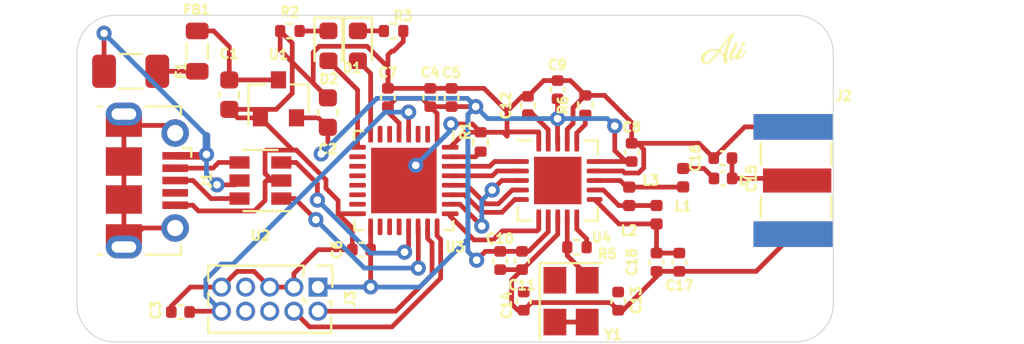
<source format=kicad_pcb>
(kicad_pcb (version 20171130) (host pcbnew 5.1.9-73d0e3b20d~88~ubuntu20.04.1)

  (general
    (thickness 1.6)
    (drawings 9)
    (tracks 311)
    (zones 0)
    (modules 39)
    (nets 52)
  )

  (page A4)
  (layers
    (0 F.Cu signal)
    (1 In1.Cu signal hide)
    (2 In2.Cu signal)
    (31 B.Cu signal)
    (32 B.Adhes user)
    (33 F.Adhes user)
    (34 B.Paste user)
    (35 F.Paste user)
    (36 B.SilkS user)
    (37 F.SilkS user)
    (38 B.Mask user)
    (39 F.Mask user)
    (40 Dwgs.User user)
    (41 Cmts.User user)
    (42 Eco1.User user)
    (43 Eco2.User user)
    (44 Edge.Cuts user)
    (45 Margin user)
    (46 B.CrtYd user)
    (47 F.CrtYd user)
    (48 B.Fab user hide)
    (49 F.Fab user hide)
  )

  (setup
    (last_trace_width 0.25)
    (user_trace_width 0.4)
    (trace_clearance 0.2)
    (zone_clearance 0.508)
    (zone_45_only no)
    (trace_min 0.2)
    (via_size 0.8)
    (via_drill 0.4)
    (via_min_size 0.4)
    (via_min_drill 0.3)
    (uvia_size 0.3)
    (uvia_drill 0.1)
    (uvias_allowed no)
    (uvia_min_size 0.2)
    (uvia_min_drill 0.1)
    (edge_width 0.05)
    (segment_width 0.2)
    (pcb_text_width 0.075)
    (pcb_text_size 0.3 0.3)
    (mod_edge_width 0.12)
    (mod_text_size 0.3 0.3)
    (mod_text_width 0.075)
    (pad_size 1.524 1.524)
    (pad_drill 0.762)
    (pad_to_mask_clearance 0)
    (aux_axis_origin 0 0)
    (visible_elements FFFFFFFF)
    (pcbplotparams
      (layerselection 0x010fc_ffffffff)
      (usegerberextensions false)
      (usegerberattributes true)
      (usegerberadvancedattributes true)
      (creategerberjobfile true)
      (excludeedgelayer true)
      (linewidth 0.100000)
      (plotframeref false)
      (viasonmask false)
      (mode 1)
      (useauxorigin false)
      (hpglpennumber 1)
      (hpglpenspeed 20)
      (hpglpendiameter 15.000000)
      (psnegative false)
      (psa4output false)
      (plotreference true)
      (plotvalue true)
      (plotinvisibletext false)
      (padsonsilk false)
      (subtractmaskfromsilk false)
      (outputformat 1)
      (mirror false)
      (drillshape 1)
      (scaleselection 1)
      (outputdirectory ""))
  )

  (net 0 "")
  (net 1 "Net-(C1-Pad1)")
  (net 2 GND)
  (net 3 +3V3)
  (net 4 NRST)
  (net 5 "Net-(C12-Pad1)")
  (net 6 NRF_XC1)
  (net 7 NRF_XC2)
  (net 8 "Net-(C15-Pad2)")
  (net 9 "Net-(C15-Pad1)")
  (net 10 NRF_VDD_PA)
  (net 11 "Net-(D1-Pad1)")
  (net 12 "Net-(D1-Pad2)")
  (net 13 "Net-(D2-Pad2)")
  (net 14 "Net-(D2-Pad1)")
  (net 15 "Net-(F1-Pad1)")
  (net 16 +5V)
  (net 17 "Net-(J1-Pad6)")
  (net 18 USB_CONN_D-)
  (net 19 "Net-(J1-Pad4)")
  (net 20 USB_CONN_D+)
  (net 21 SWDIO)
  (net 22 SWCLK)
  (net 23 "Net-(J3-Pad6)")
  (net 24 "Net-(J3-Pad7)")
  (net 25 "Net-(J3-Pad8)")
  (net 26 NRF_ANT2)
  (net 27 NRF_ANT1)
  (net 28 "Net-(R1-Pad1)")
  (net 29 "Net-(R6-Pad1)")
  (net 30 USB_D+)
  (net 31 USB_D-)
  (net 32 "Net-(U3-Pad2)")
  (net 33 "Net-(U3-Pad3)")
  (net 34 "Net-(U3-Pad6)")
  (net 35 "Net-(U3-Pad7)")
  (net 36 "Net-(U3-Pad10)")
  (net 37 "Net-(U3-Pad11)")
  (net 38 "Net-(U3-Pad12)")
  (net 39 "Net-(U3-Pad13)")
  (net 40 "Net-(U3-Pad14)")
  (net 41 "Net-(U3-Pad15)")
  (net 42 "Net-(U3-Pad18)")
  (net 43 "Net-(U3-Pad19)")
  (net 44 "Net-(U3-Pad20)")
  (net 45 NRF_IRQ)
  (net 46 SPI3_SCK)
  (net 47 SPI3_MISO)
  (net 48 SPI3_MOSI)
  (net 49 SPI3_!CS)
  (net 50 NRF_CE)
  (net 51 "Net-(Y1-Pad2)")

  (net_class Default "This is the default net class."
    (clearance 0.2)
    (trace_width 0.25)
    (via_dia 0.8)
    (via_drill 0.4)
    (uvia_dia 0.3)
    (uvia_drill 0.1)
    (add_net +3V3)
    (add_net +5V)
    (add_net GND)
    (add_net NRF_ANT1)
    (add_net NRF_ANT2)
    (add_net NRF_CE)
    (add_net NRF_IRQ)
    (add_net NRF_VDD_PA)
    (add_net NRF_XC1)
    (add_net NRF_XC2)
    (add_net NRST)
    (add_net "Net-(C1-Pad1)")
    (add_net "Net-(C12-Pad1)")
    (add_net "Net-(C15-Pad1)")
    (add_net "Net-(C15-Pad2)")
    (add_net "Net-(D1-Pad1)")
    (add_net "Net-(D1-Pad2)")
    (add_net "Net-(D2-Pad1)")
    (add_net "Net-(D2-Pad2)")
    (add_net "Net-(F1-Pad1)")
    (add_net "Net-(J1-Pad4)")
    (add_net "Net-(J1-Pad6)")
    (add_net "Net-(J3-Pad6)")
    (add_net "Net-(J3-Pad7)")
    (add_net "Net-(J3-Pad8)")
    (add_net "Net-(R1-Pad1)")
    (add_net "Net-(R6-Pad1)")
    (add_net "Net-(U3-Pad10)")
    (add_net "Net-(U3-Pad11)")
    (add_net "Net-(U3-Pad12)")
    (add_net "Net-(U3-Pad13)")
    (add_net "Net-(U3-Pad14)")
    (add_net "Net-(U3-Pad15)")
    (add_net "Net-(U3-Pad18)")
    (add_net "Net-(U3-Pad19)")
    (add_net "Net-(U3-Pad2)")
    (add_net "Net-(U3-Pad20)")
    (add_net "Net-(U3-Pad3)")
    (add_net "Net-(U3-Pad6)")
    (add_net "Net-(U3-Pad7)")
    (add_net "Net-(Y1-Pad2)")
    (add_net SPI3_!CS)
    (add_net SPI3_MISO)
    (add_net SPI3_MOSI)
    (add_net SPI3_SCK)
    (add_net SWCLK)
    (add_net SWDIO)
    (add_net USB_CONN_D+)
    (add_net USB_CONN_D-)
    (add_net USB_D+)
    (add_net USB_D-)
  )

  (module Package_DFN_QFN:QFN-32-1EP_5x5mm_P0.5mm_EP3.45x3.45mm (layer F.Cu) (tedit 5DC5F6A4) (tstamp 60264619)
    (at 112.6 90.1 270)
    (descr "QFN, 32 Pin (http://www.analog.com/media/en/package-pcb-resources/package/pkg_pdf/ltc-legacy-qfn/QFN_32_05-08-1693.pdf), generated with kicad-footprint-generator ipc_noLead_generator.py")
    (tags "QFN NoLead")
    (path /6028D863)
    (attr smd)
    (fp_text reference U3 (at 3.5 -2.7 180) (layer F.SilkS)
      (effects (font (size 0.5 0.5) (thickness 0.125)))
    )
    (fp_text value STM32L432KBUx (at 0 3.82 90) (layer F.Fab)
      (effects (font (size 1 1) (thickness 0.15)))
    )
    (fp_line (start 3.12 -3.12) (end -3.12 -3.12) (layer F.CrtYd) (width 0.05))
    (fp_line (start 3.12 3.12) (end 3.12 -3.12) (layer F.CrtYd) (width 0.05))
    (fp_line (start -3.12 3.12) (end 3.12 3.12) (layer F.CrtYd) (width 0.05))
    (fp_line (start -3.12 -3.12) (end -3.12 3.12) (layer F.CrtYd) (width 0.05))
    (fp_line (start -2.5 -1.5) (end -1.5 -2.5) (layer F.Fab) (width 0.1))
    (fp_line (start -2.5 2.5) (end -2.5 -1.5) (layer F.Fab) (width 0.1))
    (fp_line (start 2.5 2.5) (end -2.5 2.5) (layer F.Fab) (width 0.1))
    (fp_line (start 2.5 -2.5) (end 2.5 2.5) (layer F.Fab) (width 0.1))
    (fp_line (start -1.5 -2.5) (end 2.5 -2.5) (layer F.Fab) (width 0.1))
    (fp_line (start -2.135 -2.61) (end -2.61 -2.61) (layer F.SilkS) (width 0.12))
    (fp_line (start 2.61 2.61) (end 2.61 2.135) (layer F.SilkS) (width 0.12))
    (fp_line (start 2.135 2.61) (end 2.61 2.61) (layer F.SilkS) (width 0.12))
    (fp_line (start -2.61 2.61) (end -2.61 2.135) (layer F.SilkS) (width 0.12))
    (fp_line (start -2.135 2.61) (end -2.61 2.61) (layer F.SilkS) (width 0.12))
    (fp_line (start 2.61 -2.61) (end 2.61 -2.135) (layer F.SilkS) (width 0.12))
    (fp_line (start 2.135 -2.61) (end 2.61 -2.61) (layer F.SilkS) (width 0.12))
    (fp_text user %R (at 0 0 90) (layer F.Fab)
      (effects (font (size 1 1) (thickness 0.15)))
    )
    (pad 1 smd roundrect (at -2.4375 -1.75 270) (size 0.875 0.25) (layers F.Cu F.Paste F.Mask) (roundrect_rratio 0.25)
      (net 3 +3V3))
    (pad 2 smd roundrect (at -2.4375 -1.25 270) (size 0.875 0.25) (layers F.Cu F.Paste F.Mask) (roundrect_rratio 0.25)
      (net 32 "Net-(U3-Pad2)"))
    (pad 3 smd roundrect (at -2.4375 -0.75 270) (size 0.875 0.25) (layers F.Cu F.Paste F.Mask) (roundrect_rratio 0.25)
      (net 33 "Net-(U3-Pad3)"))
    (pad 4 smd roundrect (at -2.4375 -0.25 270) (size 0.875 0.25) (layers F.Cu F.Paste F.Mask) (roundrect_rratio 0.25)
      (net 4 NRST))
    (pad 5 smd roundrect (at -2.4375 0.25 270) (size 0.875 0.25) (layers F.Cu F.Paste F.Mask) (roundrect_rratio 0.25)
      (net 3 +3V3))
    (pad 6 smd roundrect (at -2.4375 0.75 270) (size 0.875 0.25) (layers F.Cu F.Paste F.Mask) (roundrect_rratio 0.25)
      (net 34 "Net-(U3-Pad6)"))
    (pad 7 smd roundrect (at -2.4375 1.25 270) (size 0.875 0.25) (layers F.Cu F.Paste F.Mask) (roundrect_rratio 0.25)
      (net 35 "Net-(U3-Pad7)"))
    (pad 8 smd roundrect (at -2.4375 1.75 270) (size 0.875 0.25) (layers F.Cu F.Paste F.Mask) (roundrect_rratio 0.25)
      (net 13 "Net-(D2-Pad2)"))
    (pad 9 smd roundrect (at -1.75 2.4375 270) (size 0.25 0.875) (layers F.Cu F.Paste F.Mask) (roundrect_rratio 0.25)
      (net 12 "Net-(D1-Pad2)"))
    (pad 10 smd roundrect (at -1.25 2.4375 270) (size 0.25 0.875) (layers F.Cu F.Paste F.Mask) (roundrect_rratio 0.25)
      (net 36 "Net-(U3-Pad10)"))
    (pad 11 smd roundrect (at -0.75 2.4375 270) (size 0.25 0.875) (layers F.Cu F.Paste F.Mask) (roundrect_rratio 0.25)
      (net 37 "Net-(U3-Pad11)"))
    (pad 12 smd roundrect (at -0.25 2.4375 270) (size 0.25 0.875) (layers F.Cu F.Paste F.Mask) (roundrect_rratio 0.25)
      (net 38 "Net-(U3-Pad12)"))
    (pad 13 smd roundrect (at 0.25 2.4375 270) (size 0.25 0.875) (layers F.Cu F.Paste F.Mask) (roundrect_rratio 0.25)
      (net 39 "Net-(U3-Pad13)"))
    (pad 14 smd roundrect (at 0.75 2.4375 270) (size 0.25 0.875) (layers F.Cu F.Paste F.Mask) (roundrect_rratio 0.25)
      (net 40 "Net-(U3-Pad14)"))
    (pad 15 smd roundrect (at 1.25 2.4375 270) (size 0.25 0.875) (layers F.Cu F.Paste F.Mask) (roundrect_rratio 0.25)
      (net 41 "Net-(U3-Pad15)"))
    (pad 16 smd roundrect (at 1.75 2.4375 270) (size 0.25 0.875) (layers F.Cu F.Paste F.Mask) (roundrect_rratio 0.25)
      (net 2 GND))
    (pad 17 smd roundrect (at 2.4375 1.75 270) (size 0.875 0.25) (layers F.Cu F.Paste F.Mask) (roundrect_rratio 0.25)
      (net 3 +3V3))
    (pad 18 smd roundrect (at 2.4375 1.25 270) (size 0.875 0.25) (layers F.Cu F.Paste F.Mask) (roundrect_rratio 0.25)
      (net 42 "Net-(U3-Pad18)"))
    (pad 19 smd roundrect (at 2.4375 0.75 270) (size 0.875 0.25) (layers F.Cu F.Paste F.Mask) (roundrect_rratio 0.25)
      (net 43 "Net-(U3-Pad19)"))
    (pad 20 smd roundrect (at 2.4375 0.25 270) (size 0.875 0.25) (layers F.Cu F.Paste F.Mask) (roundrect_rratio 0.25)
      (net 44 "Net-(U3-Pad20)"))
    (pad 21 smd roundrect (at 2.4375 -0.25 270) (size 0.875 0.25) (layers F.Cu F.Paste F.Mask) (roundrect_rratio 0.25)
      (net 31 USB_D-))
    (pad 22 smd roundrect (at 2.4375 -0.75 270) (size 0.875 0.25) (layers F.Cu F.Paste F.Mask) (roundrect_rratio 0.25)
      (net 30 USB_D+))
    (pad 23 smd roundrect (at 2.4375 -1.25 270) (size 0.875 0.25) (layers F.Cu F.Paste F.Mask) (roundrect_rratio 0.25)
      (net 21 SWDIO))
    (pad 24 smd roundrect (at 2.4375 -1.75 270) (size 0.875 0.25) (layers F.Cu F.Paste F.Mask) (roundrect_rratio 0.25)
      (net 22 SWCLK))
    (pad 25 smd roundrect (at 1.75 -2.4375 270) (size 0.25 0.875) (layers F.Cu F.Paste F.Mask) (roundrect_rratio 0.25)
      (net 45 NRF_IRQ))
    (pad 26 smd roundrect (at 1.25 -2.4375 270) (size 0.25 0.875) (layers F.Cu F.Paste F.Mask) (roundrect_rratio 0.25)
      (net 46 SPI3_SCK))
    (pad 27 smd roundrect (at 0.75 -2.4375 270) (size 0.25 0.875) (layers F.Cu F.Paste F.Mask) (roundrect_rratio 0.25)
      (net 47 SPI3_MISO))
    (pad 28 smd roundrect (at 0.25 -2.4375 270) (size 0.25 0.875) (layers F.Cu F.Paste F.Mask) (roundrect_rratio 0.25)
      (net 48 SPI3_MOSI))
    (pad 29 smd roundrect (at -0.25 -2.4375 270) (size 0.25 0.875) (layers F.Cu F.Paste F.Mask) (roundrect_rratio 0.25)
      (net 49 SPI3_!CS))
    (pad 30 smd roundrect (at -0.75 -2.4375 270) (size 0.25 0.875) (layers F.Cu F.Paste F.Mask) (roundrect_rratio 0.25)
      (net 50 NRF_CE))
    (pad 31 smd roundrect (at -1.25 -2.4375 270) (size 0.25 0.875) (layers F.Cu F.Paste F.Mask) (roundrect_rratio 0.25)
      (net 28 "Net-(R1-Pad1)"))
    (pad 32 smd roundrect (at -1.75 -2.4375 270) (size 0.25 0.875) (layers F.Cu F.Paste F.Mask) (roundrect_rratio 0.25)
      (net 2 GND))
    (pad 33 smd rect (at 0 0 270) (size 3.45 3.45) (layers F.Cu F.Mask)
      (net 2 GND))
    (pad "" smd roundrect (at -1.15 -1.15 270) (size 0.93 0.93) (layers F.Paste) (roundrect_rratio 0.25))
    (pad "" smd roundrect (at -1.15 0 270) (size 0.93 0.93) (layers F.Paste) (roundrect_rratio 0.25))
    (pad "" smd roundrect (at -1.15 1.15 270) (size 0.93 0.93) (layers F.Paste) (roundrect_rratio 0.25))
    (pad "" smd roundrect (at 0 -1.15 270) (size 0.93 0.93) (layers F.Paste) (roundrect_rratio 0.25))
    (pad "" smd roundrect (at 0 0 270) (size 0.93 0.93) (layers F.Paste) (roundrect_rratio 0.25))
    (pad "" smd roundrect (at 0 1.15 270) (size 0.93 0.93) (layers F.Paste) (roundrect_rratio 0.25))
    (pad "" smd roundrect (at 1.15 -1.15 270) (size 0.93 0.93) (layers F.Paste) (roundrect_rratio 0.25))
    (pad "" smd roundrect (at 1.15 0 270) (size 0.93 0.93) (layers F.Paste) (roundrect_rratio 0.25))
    (pad "" smd roundrect (at 1.15 1.15 270) (size 0.93 0.93) (layers F.Paste) (roundrect_rratio 0.25))
    (model ${KISYS3DMOD}/Package_DFN_QFN.3dshapes/QFN-32-1EP_5x5mm_P0.5mm_EP3.45x3.45mm.wrl
      (at (xyz 0 0 0))
      (scale (xyz 1 1 1))
      (rotate (xyz 0 0 0))
    )
  )

  (module ali1:ali1 (layer F.Cu) (tedit 0) (tstamp 60297946)
    (at 129.5 83.15)
    (fp_text reference G*** (at 0 0) (layer F.SilkS) hide
      (effects (font (size 1.524 1.524) (thickness 0.3)))
    )
    (fp_text value LOG (at 0.75 0) (layer F.SilkS) hide
      (effects (font (size 1.524 1.524) (thickness 0.3)))
    )
    (fp_poly (pts (xy 1.043968 -0.339097) (xy 1.054919 -0.292487) (xy 1.027674 -0.22012) (xy 1.01145 -0.193205)
      (xy 0.955176 -0.123468) (xy 0.908919 -0.103249) (xy 0.874936 -0.129207) (xy 0.87196 -0.174297)
      (xy 0.893357 -0.237643) (xy 0.929328 -0.300807) (xy 0.970075 -0.345352) (xy 0.995254 -0.3556)
      (xy 1.043968 -0.339097)) (layer F.SilkS) (width 0.01))
    (fp_poly (pts (xy 0.625594 -0.296961) (xy 0.65228 -0.263016) (xy 0.663258 -0.239426) (xy 0.664202 -0.209169)
      (xy 0.652412 -0.164804) (xy 0.62519 -0.098892) (xy 0.579836 -0.003992) (xy 0.513652 0.127335)
      (xy 0.503351 0.147523) (xy 0.442312 0.27062) (xy 0.392489 0.378054) (xy 0.357356 0.461746)
      (xy 0.340389 0.513616) (xy 0.340494 0.52623) (xy 0.36762 0.520279) (xy 0.41655 0.481409)
      (xy 0.479791 0.418203) (xy 0.549848 0.339241) (xy 0.619227 0.253106) (xy 0.680435 0.168379)
      (xy 0.725975 0.09364) (xy 0.735924 0.073437) (xy 0.770216 -0.001337) (xy 0.795501 -0.055058)
      (xy 0.804832 -0.07347) (xy 0.826674 -0.068027) (xy 0.850286 -0.05131) (xy 0.881544 -0.005025)
      (xy 0.88369 0.062445) (xy 0.855782 0.157309) (xy 0.8001 0.2794) (xy 0.743606 0.400975)
      (xy 0.71632 0.481608) (xy 0.717052 0.521055) (xy 0.744614 0.519077) (xy 0.797818 0.475433)
      (xy 0.875474 0.389881) (xy 0.941342 0.30803) (xy 1.006716 0.228221) (xy 1.063697 0.166554)
      (xy 1.103318 0.13242) (xy 1.112686 0.12855) (xy 1.126909 0.14348) (xy 1.111237 0.185927)
      (xy 1.072186 0.247983) (xy 1.016269 0.321738) (xy 0.950002 0.399285) (xy 0.879899 0.472715)
      (xy 0.812476 0.534119) (xy 0.754248 0.575589) (xy 0.73771 0.58374) (xy 0.659622 0.598586)
      (xy 0.606868 0.571403) (xy 0.584594 0.505252) (xy 0.5842 0.492357) (xy 0.582242 0.46005)
      (xy 0.569936 0.451472) (xy 0.537634 0.468988) (xy 0.475687 0.514967) (xy 0.467954 0.520867)
      (xy 0.384982 0.579252) (xy 0.326835 0.604547) (xy 0.282005 0.599167) (xy 0.241786 0.568357)
      (xy 0.212841 0.511507) (xy 0.216385 0.447707) (xy 0.233272 0.39444) (xy 0.26673 0.312018)
      (xy 0.312299 0.209506) (xy 0.365525 0.095967) (xy 0.421948 -0.019536) (xy 0.477112 -0.127938)
      (xy 0.52656 -0.220176) (xy 0.565833 -0.287187) (xy 0.590475 -0.319907) (xy 0.594726 -0.32161)
      (xy 0.625594 -0.296961)) (layer F.SilkS) (width 0.01))
    (fp_poly (pts (xy 0.474035 -0.802585) (xy 0.4826 -0.7635) (xy 0.472076 -0.715654) (xy 0.459565 -0.699963)
      (xy 0.435464 -0.666991) (xy 0.399519 -0.595507) (xy 0.355565 -0.495315) (xy 0.307436 -0.376225)
      (xy 0.258966 -0.248042) (xy 0.213989 -0.120574) (xy 0.176339 -0.003627) (xy 0.150312 0.091045)
      (xy 0.11826 0.252387) (xy 0.104957 0.401461) (xy 0.106513 0.55245) (xy 0.116647 0.7874)
      (xy 0.050703 0.7874) (xy -0.019176 0.773738) (xy -0.059582 0.728204) (xy -0.075471 0.64397)
      (xy -0.0762 0.612539) (xy -0.093123 0.494749) (xy -0.137768 0.373738) (xy -0.200951 0.271542)
      (xy -0.232157 0.238306) (xy -0.266715 0.210707) (xy -0.292501 0.21061) (xy -0.324715 0.243137)
      (xy -0.352166 0.278748) (xy -0.514255 0.481185) (xy -0.658959 0.637413) (xy -0.787834 0.748361)
      (xy -0.902439 0.814955) (xy -1.00433 0.838124) (xy -1.095066 0.818794) (xy -1.169054 0.765254)
      (xy -1.239832 0.663048) (xy -1.247113 0.630705) (xy -1.086987 0.630705) (xy -1.056161 0.70836)
      (xy -1.050164 0.715549) (xy -1.009336 0.75015) (xy -0.967142 0.756255) (xy -0.914039 0.730943)
      (xy -0.840483 0.671294) (xy -0.807693 0.64135) (xy -0.731054 0.565301) (xy -0.649137 0.476023)
      (xy -0.568647 0.381904) (xy -0.49629 0.291334) (xy -0.438771 0.212699) (xy -0.402796 0.15439)
      (xy -0.394935 0.125002) (xy -0.426187 0.112527) (xy -0.492498 0.104037) (xy -0.510287 0.103407)
      (xy -0.23286 0.103407) (xy -0.14818 0.199199) (xy -0.108726 0.243446) (xy -0.080709 0.266731)
      (xy -0.059218 0.26372) (xy -0.039344 0.229084) (xy -0.016176 0.157491) (xy 0.015196 0.043609)
      (xy 0.023591 0.0127) (xy 0.061574 -0.111312) (xy 0.108358 -0.242382) (xy 0.153922 -0.352466)
      (xy 0.154623 -0.353984) (xy 0.190565 -0.437776) (xy 0.200801 -0.478585) (xy 0.185228 -0.476316)
      (xy 0.143744 -0.430872) (xy 0.076246 -0.342157) (xy -0.017371 -0.210075) (xy -0.049798 -0.163095)
      (xy -0.23286 0.103407) (xy -0.510287 0.103407) (xy -0.561311 0.1016) (xy -0.730163 0.122767)
      (xy -0.870924 0.185399) (xy -0.981531 0.288194) (xy -1.052888 0.41228) (xy -1.085935 0.527751)
      (xy -1.086987 0.630705) (xy -1.247113 0.630705) (xy -1.265485 0.549102) (xy -1.248173 0.430248)
      (xy -1.190055 0.313315) (xy -1.09329 0.205135) (xy -0.963242 0.1143) (xy -0.896112 0.079343)
      (xy -0.837454 0.056973) (xy -0.772482 0.044322) (xy -0.686411 0.03852) (xy -0.564454 0.036698)
      (xy -0.563303 0.036692) (xy -0.301105 0.035284) (xy -0.080703 -0.255408) (xy 0.067063 -0.44483)
      (xy 0.19403 -0.596156) (xy 0.299204 -0.70849) (xy 0.381591 -0.780937) (xy 0.4402 -0.812601)
      (xy 0.474035 -0.802585)) (layer F.SilkS) (width 0.01))
  )

  (module Capacitor_SMD:C_0402_1005Metric (layer F.Cu) (tedit 5F68FEEE) (tstamp 6027E2F3)
    (at 118.91 96.45 270)
    (descr "Capacitor SMD 0402 (1005 Metric), square (rectangular) end terminal, IPC_7351 nominal, (Body size source: IPC-SM-782 page 76, https://www.pcb-3d.com/wordpress/wp-content/uploads/ipc-sm-782a_amendment_1_and_2.pdf), generated with kicad-footprint-generator")
    (tags capacitor)
    (path /60371F77)
    (attr smd)
    (fp_text reference C14 (at 0.2 0.9 90) (layer F.SilkS)
      (effects (font (size 0.5 0.5) (thickness 0.125)))
    )
    (fp_text value 12p (at 0 1.16 90) (layer F.Fab)
      (effects (font (size 1 1) (thickness 0.15)))
    )
    (fp_line (start 0.91 0.46) (end -0.91 0.46) (layer F.CrtYd) (width 0.05))
    (fp_line (start 0.91 -0.46) (end 0.91 0.46) (layer F.CrtYd) (width 0.05))
    (fp_line (start -0.91 -0.46) (end 0.91 -0.46) (layer F.CrtYd) (width 0.05))
    (fp_line (start -0.91 0.46) (end -0.91 -0.46) (layer F.CrtYd) (width 0.05))
    (fp_line (start -0.107836 0.36) (end 0.107836 0.36) (layer F.SilkS) (width 0.12))
    (fp_line (start -0.107836 -0.36) (end 0.107836 -0.36) (layer F.SilkS) (width 0.12))
    (fp_line (start 0.5 0.25) (end -0.5 0.25) (layer F.Fab) (width 0.1))
    (fp_line (start 0.5 -0.25) (end 0.5 0.25) (layer F.Fab) (width 0.1))
    (fp_line (start -0.5 -0.25) (end 0.5 -0.25) (layer F.Fab) (width 0.1))
    (fp_line (start -0.5 0.25) (end -0.5 -0.25) (layer F.Fab) (width 0.1))
    (fp_text user %R (at 0 0 90) (layer F.Fab)
      (effects (font (size 0.25 0.25) (thickness 0.04)))
    )
    (pad 1 smd roundrect (at -0.48 0 270) (size 0.56 0.62) (layers F.Cu F.Paste F.Mask) (roundrect_rratio 0.25)
      (net 7 NRF_XC2))
    (pad 2 smd roundrect (at 0.48 0 270) (size 0.56 0.62) (layers F.Cu F.Paste F.Mask) (roundrect_rratio 0.25)
      (net 2 GND))
    (model ${KISYS3DMOD}/Capacitor_SMD.3dshapes/C_0402_1005Metric.wrl
      (at (xyz 0 0 0))
      (scale (xyz 1 1 1))
      (rotate (xyz 0 0 0))
    )
  )

  (module Crystal:Crystal_SMD_3225-4Pin_3.2x2.5mm (layer F.Cu) (tedit 5A0FD1B2) (tstamp 6028311B)
    (at 121.4 96.45 270)
    (descr "SMD Crystal SERIES SMD3225/4 http://www.txccrystal.com/images/pdf/7m-accuracy.pdf, 3.2x2.5mm^2 package")
    (tags "SMD SMT crystal")
    (path /602D9E84)
    (attr smd)
    (fp_text reference Y1 (at 1.77 -2.22 180) (layer F.SilkS)
      (effects (font (size 0.5 0.5) (thickness 0.125)))
    )
    (fp_text value Crystal_GND23 (at 0 2.45 90) (layer F.Fab)
      (effects (font (size 1 1) (thickness 0.15)))
    )
    (fp_line (start 2.1 -1.7) (end -2.1 -1.7) (layer F.CrtYd) (width 0.05))
    (fp_line (start 2.1 1.7) (end 2.1 -1.7) (layer F.CrtYd) (width 0.05))
    (fp_line (start -2.1 1.7) (end 2.1 1.7) (layer F.CrtYd) (width 0.05))
    (fp_line (start -2.1 -1.7) (end -2.1 1.7) (layer F.CrtYd) (width 0.05))
    (fp_line (start -2 1.65) (end 2 1.65) (layer F.SilkS) (width 0.12))
    (fp_line (start -2 -1.65) (end -2 1.65) (layer F.SilkS) (width 0.12))
    (fp_line (start -1.6 0.25) (end -0.6 1.25) (layer F.Fab) (width 0.1))
    (fp_line (start 1.6 -1.25) (end -1.6 -1.25) (layer F.Fab) (width 0.1))
    (fp_line (start 1.6 1.25) (end 1.6 -1.25) (layer F.Fab) (width 0.1))
    (fp_line (start -1.6 1.25) (end 1.6 1.25) (layer F.Fab) (width 0.1))
    (fp_line (start -1.6 -1.25) (end -1.6 1.25) (layer F.Fab) (width 0.1))
    (fp_text user %R (at 0 0 90) (layer F.Fab)
      (effects (font (size 0.7 0.7) (thickness 0.105)))
    )
    (pad 4 smd rect (at -1.1 -0.85 270) (size 1.4 1.2) (layers F.Cu F.Paste F.Mask)
      (net 7 NRF_XC2))
    (pad 3 smd rect (at 1.1 -0.85 270) (size 1.4 1.2) (layers F.Cu F.Paste F.Mask)
      (net 51 "Net-(Y1-Pad2)"))
    (pad 2 smd rect (at 1.1 0.85 270) (size 1.4 1.2) (layers F.Cu F.Paste F.Mask)
      (net 51 "Net-(Y1-Pad2)"))
    (pad 1 smd rect (at -1.1 0.85 270) (size 1.4 1.2) (layers F.Cu F.Paste F.Mask)
      (net 6 NRF_XC1))
    (model ${KISYS3DMOD}/Crystal.3dshapes/Crystal_SMD_3225-4Pin_3.2x2.5mm.wrl
      (at (xyz 0 0 0))
      (scale (xyz 1 1 1))
      (rotate (xyz 0 0 0))
    )
  )

  (module Connector_Coaxial:SMA_Samtec_SMA-J-P-X-ST-EM1_EdgeMount (layer F.Cu) (tedit 5DAA3454) (tstamp 6036D7E6)
    (at 133.1 90.1 90)
    (descr "Connector SMA, 0Hz to 20GHz, 50Ohm, Edge Mount (http://suddendocs.samtec.com/prints/sma-j-p-x-st-em1-mkt.pdf)")
    (tags "SMA Straight Samtec Edge Mount")
    (path /60313855)
    (attr smd)
    (fp_text reference J2 (at 4.45 2.65 180) (layer F.SilkS)
      (effects (font (size 0.5 0.5) (thickness 0.125)))
    )
    (fp_text value SMA (at 0 13 90) (layer F.Fab)
      (effects (font (size 1 1) (thickness 0.15)))
    )
    (fp_line (start 0.84 -1.71) (end 1.95 -1.71) (layer F.SilkS) (width 0.12))
    (fp_line (start -1.95 -1.71) (end -0.84 -1.71) (layer F.SilkS) (width 0.12))
    (fp_line (start 0.84 2) (end 1.95 2) (layer F.SilkS) (width 0.12))
    (fp_line (start -1.95 2) (end -0.84 2) (layer F.SilkS) (width 0.12))
    (fp_line (start 3.68 2.6) (end 3.68 12.12) (layer B.CrtYd) (width 0.05))
    (fp_line (start 4 2.6) (end 3.68 2.6) (layer B.CrtYd) (width 0.05))
    (fp_line (start -3.68 12.12) (end -3.68 2.6) (layer B.CrtYd) (width 0.05))
    (fp_line (start -3.68 2.6) (end -4 2.6) (layer B.CrtYd) (width 0.05))
    (fp_line (start 3.68 2.6) (end 3.68 12.12) (layer F.CrtYd) (width 0.05))
    (fp_line (start 3.68 2.6) (end 4 2.6) (layer F.CrtYd) (width 0.05))
    (fp_line (start -3.68 12.12) (end -3.68 2.6) (layer F.CrtYd) (width 0.05))
    (fp_line (start -3.68 2.6) (end -4 2.6) (layer F.CrtYd) (width 0.05))
    (fp_line (start 4.1 2.1) (end -4.1 2.1) (layer Dwgs.User) (width 0.1))
    (fp_line (start -3.175 -1.71) (end -3.175 11.62) (layer F.Fab) (width 0.1))
    (fp_line (start -2.365 -1.71) (end -3.175 -1.71) (layer F.Fab) (width 0.1))
    (fp_line (start -2.365 2.1) (end -2.365 -1.71) (layer F.Fab) (width 0.1))
    (fp_line (start 2.365 2.1) (end -2.365 2.1) (layer F.Fab) (width 0.1))
    (fp_line (start 2.365 -1.71) (end 2.365 2.1) (layer F.Fab) (width 0.1))
    (fp_line (start 3.175 -1.71) (end 2.365 -1.71) (layer F.Fab) (width 0.1))
    (fp_line (start 3.175 -1.71) (end 3.175 11.62) (layer F.Fab) (width 0.1))
    (fp_line (start 3.165 11.62) (end -3.165 11.62) (layer F.Fab) (width 0.1))
    (fp_line (start -4 -2.6) (end 4 -2.6) (layer B.CrtYd) (width 0.05))
    (fp_line (start -4 2.6) (end -4 -2.6) (layer B.CrtYd) (width 0.05))
    (fp_line (start 3.68 12.12) (end -3.68 12.12) (layer B.CrtYd) (width 0.05))
    (fp_line (start 4 2.6) (end 4 -2.6) (layer B.CrtYd) (width 0.05))
    (fp_line (start -4 -2.6) (end 4 -2.6) (layer F.CrtYd) (width 0.05))
    (fp_line (start -4 2.6) (end -4 -2.6) (layer F.CrtYd) (width 0.05))
    (fp_line (start 3.68 12.12) (end -3.68 12.12) (layer F.CrtYd) (width 0.05))
    (fp_line (start 4 2.6) (end 4 -2.6) (layer F.CrtYd) (width 0.05))
    (fp_line (start 0.64 2.1) (end 0 3.1) (layer F.Fab) (width 0.1))
    (fp_line (start 0 3.1) (end -0.64 2.1) (layer F.Fab) (width 0.1))
    (fp_line (start 0 -2.26) (end 0.25 -2.76) (layer F.SilkS) (width 0.12))
    (fp_line (start 0.25 -2.76) (end -0.25 -2.76) (layer F.SilkS) (width 0.12))
    (fp_line (start -0.25 -2.76) (end 0 -2.26) (layer F.SilkS) (width 0.12))
    (fp_text user "Board Thickness: 1.57mm" (at -1.8 17.75 90) (layer Cmts.User) hide
      (effects (font (size 1 1) (thickness 0.15)))
    )
    (fp_text user "PCB Edge" (at 0 2.6 90) (layer Dwgs.User) hide
      (effects (font (size 0.5 0.5) (thickness 0.1)))
    )
    (fp_text user %R (at 0 4.79 270) (layer F.Fab)
      (effects (font (size 1 1) (thickness 0.15)))
    )
    (pad 1 smd rect (at 0 0.2 90) (size 1.27 3.6) (layers F.Cu F.Paste F.Mask)
      (net 8 "Net-(C15-Pad2)"))
    (pad 2 smd rect (at 2.825 0 90) (size 1.35 4.2) (layers F.Cu F.Paste F.Mask)
      (net 2 GND))
    (pad 2 smd rect (at -2.825 0 90) (size 1.35 4.2) (layers F.Cu F.Paste F.Mask)
      (net 2 GND))
    (pad 2 smd rect (at 2.825 0 90) (size 1.35 4.2) (layers B.Cu B.Paste B.Mask)
      (net 2 GND))
    (pad 2 smd rect (at -2.825 0 90) (size 1.35 4.2) (layers B.Cu B.Paste B.Mask)
      (net 2 GND))
    (model ${KISYS3DMOD}/Connector_Coaxial.3dshapes/SMA_Samtec_SMA-J-P-X-ST-EM1_EdgeMount.wrl
      (offset (xyz 1 1 0))
      (scale (xyz 1 1 1))
      (rotate (xyz 0 0 0))
    )
    (model /home/aozcan/Desktop/Footprints/SMA-J-P-H-ST-EM1.stp
      (offset (xyz 0 -2 0.25))
      (scale (xyz 1 1 1))
      (rotate (xyz -180 -90 0))
    )
  )

  (module Capacitor_SMD:C_0603_1608Metric (layer F.Cu) (tedit 5F68FEEE) (tstamp 60365725)
    (at 103.41 85.58 270)
    (descr "Capacitor SMD 0603 (1608 Metric), square (rectangular) end terminal, IPC_7351 nominal, (Body size source: IPC-SM-782 page 76, https://www.pcb-3d.com/wordpress/wp-content/uploads/ipc-sm-782a_amendment_1_and_2.pdf), generated with kicad-footprint-generator")
    (tags capacitor)
    (path /6025EE73)
    (attr smd)
    (fp_text reference C1 (at -2.15 0.013332 180) (layer F.SilkS)
      (effects (font (size 0.5 0.5) (thickness 0.125)))
    )
    (fp_text value 10u (at 0 1.43 90) (layer F.Fab)
      (effects (font (size 1 1) (thickness 0.15)))
    )
    (fp_line (start 1.48 0.73) (end -1.48 0.73) (layer F.CrtYd) (width 0.05))
    (fp_line (start 1.48 -0.73) (end 1.48 0.73) (layer F.CrtYd) (width 0.05))
    (fp_line (start -1.48 -0.73) (end 1.48 -0.73) (layer F.CrtYd) (width 0.05))
    (fp_line (start -1.48 0.73) (end -1.48 -0.73) (layer F.CrtYd) (width 0.05))
    (fp_line (start -0.14058 0.51) (end 0.14058 0.51) (layer F.SilkS) (width 0.12))
    (fp_line (start -0.14058 -0.51) (end 0.14058 -0.51) (layer F.SilkS) (width 0.12))
    (fp_line (start 0.8 0.4) (end -0.8 0.4) (layer F.Fab) (width 0.1))
    (fp_line (start 0.8 -0.4) (end 0.8 0.4) (layer F.Fab) (width 0.1))
    (fp_line (start -0.8 -0.4) (end 0.8 -0.4) (layer F.Fab) (width 0.1))
    (fp_line (start -0.8 0.4) (end -0.8 -0.4) (layer F.Fab) (width 0.1))
    (fp_text user %R (at 0 0 90) (layer F.Fab)
      (effects (font (size 0.4 0.4) (thickness 0.06)))
    )
    (pad 1 smd roundrect (at -0.775 0 270) (size 0.9 0.95) (layers F.Cu F.Paste F.Mask) (roundrect_rratio 0.25)
      (net 1 "Net-(C1-Pad1)"))
    (pad 2 smd roundrect (at 0.775 0 270) (size 0.9 0.95) (layers F.Cu F.Paste F.Mask) (roundrect_rratio 0.25)
      (net 2 GND))
    (model ${KISYS3DMOD}/Capacitor_SMD.3dshapes/C_0603_1608Metric.wrl
      (at (xyz 0 0 0))
      (scale (xyz 1 1 1))
      (rotate (xyz 0 0 0))
    )
  )

  (module Capacitor_SMD:C_0603_1608Metric (layer F.Cu) (tedit 5F68FEEE) (tstamp 60263338)
    (at 108.6 86.525 90)
    (descr "Capacitor SMD 0603 (1608 Metric), square (rectangular) end terminal, IPC_7351 nominal, (Body size source: IPC-SM-782 page 76, https://www.pcb-3d.com/wordpress/wp-content/uploads/ipc-sm-782a_amendment_1_and_2.pdf), generated with kicad-footprint-generator")
    (tags capacitor)
    (path /6025F403)
    (attr smd)
    (fp_text reference C2 (at -1.925 0 180) (layer F.SilkS)
      (effects (font (size 0.5 0.5) (thickness 0.125)))
    )
    (fp_text value 10u (at 0 1.43 90) (layer F.Fab)
      (effects (font (size 1 1) (thickness 0.15)))
    )
    (fp_line (start -0.8 0.4) (end -0.8 -0.4) (layer F.Fab) (width 0.1))
    (fp_line (start -0.8 -0.4) (end 0.8 -0.4) (layer F.Fab) (width 0.1))
    (fp_line (start 0.8 -0.4) (end 0.8 0.4) (layer F.Fab) (width 0.1))
    (fp_line (start 0.8 0.4) (end -0.8 0.4) (layer F.Fab) (width 0.1))
    (fp_line (start -0.14058 -0.51) (end 0.14058 -0.51) (layer F.SilkS) (width 0.12))
    (fp_line (start -0.14058 0.51) (end 0.14058 0.51) (layer F.SilkS) (width 0.12))
    (fp_line (start -1.48 0.73) (end -1.48 -0.73) (layer F.CrtYd) (width 0.05))
    (fp_line (start -1.48 -0.73) (end 1.48 -0.73) (layer F.CrtYd) (width 0.05))
    (fp_line (start 1.48 -0.73) (end 1.48 0.73) (layer F.CrtYd) (width 0.05))
    (fp_line (start 1.48 0.73) (end -1.48 0.73) (layer F.CrtYd) (width 0.05))
    (fp_text user %R (at 0 0 90) (layer F.Fab)
      (effects (font (size 0.4 0.4) (thickness 0.06)))
    )
    (pad 2 smd roundrect (at 0.775 0 90) (size 0.9 0.95) (layers F.Cu F.Paste F.Mask) (roundrect_rratio 0.25)
      (net 2 GND))
    (pad 1 smd roundrect (at -0.775 0 90) (size 0.9 0.95) (layers F.Cu F.Paste F.Mask) (roundrect_rratio 0.25)
      (net 3 +3V3))
    (model ${KISYS3DMOD}/Capacitor_SMD.3dshapes/C_0603_1608Metric.wrl
      (at (xyz 0 0 0))
      (scale (xyz 1 1 1))
      (rotate (xyz 0 0 0))
    )
  )

  (module Capacitor_SMD:C_0402_1005Metric (layer F.Cu) (tedit 5F68FEEE) (tstamp 60263349)
    (at 100.84 97.02 180)
    (descr "Capacitor SMD 0402 (1005 Metric), square (rectangular) end terminal, IPC_7351 nominal, (Body size source: IPC-SM-782 page 76, https://www.pcb-3d.com/wordpress/wp-content/uploads/ipc-sm-782a_amendment_1_and_2.pdf), generated with kicad-footprint-generator")
    (tags capacitor)
    (path /602E4EF6)
    (attr smd)
    (fp_text reference C3 (at 1.3 0.1 90) (layer F.SilkS)
      (effects (font (size 0.5 0.5) (thickness 0.125)))
    )
    (fp_text value 100n (at 0 1.16) (layer F.Fab)
      (effects (font (size 1 1) (thickness 0.15)))
    )
    (fp_line (start -0.5 0.25) (end -0.5 -0.25) (layer F.Fab) (width 0.1))
    (fp_line (start -0.5 -0.25) (end 0.5 -0.25) (layer F.Fab) (width 0.1))
    (fp_line (start 0.5 -0.25) (end 0.5 0.25) (layer F.Fab) (width 0.1))
    (fp_line (start 0.5 0.25) (end -0.5 0.25) (layer F.Fab) (width 0.1))
    (fp_line (start -0.107836 -0.36) (end 0.107836 -0.36) (layer F.SilkS) (width 0.12))
    (fp_line (start -0.107836 0.36) (end 0.107836 0.36) (layer F.SilkS) (width 0.12))
    (fp_line (start -0.91 0.46) (end -0.91 -0.46) (layer F.CrtYd) (width 0.05))
    (fp_line (start -0.91 -0.46) (end 0.91 -0.46) (layer F.CrtYd) (width 0.05))
    (fp_line (start 0.91 -0.46) (end 0.91 0.46) (layer F.CrtYd) (width 0.05))
    (fp_line (start 0.91 0.46) (end -0.91 0.46) (layer F.CrtYd) (width 0.05))
    (fp_text user %R (at 0 0) (layer F.Fab)
      (effects (font (size 0.25 0.25) (thickness 0.04)))
    )
    (pad 2 smd roundrect (at 0.48 0 180) (size 0.56 0.62) (layers F.Cu F.Paste F.Mask) (roundrect_rratio 0.25)
      (net 2 GND))
    (pad 1 smd roundrect (at -0.48 0 180) (size 0.56 0.62) (layers F.Cu F.Paste F.Mask) (roundrect_rratio 0.25)
      (net 4 NRST))
    (model ${KISYS3DMOD}/Capacitor_SMD.3dshapes/C_0402_1005Metric.wrl
      (at (xyz 0 0 0))
      (scale (xyz 1 1 1))
      (rotate (xyz 0 0 0))
    )
  )

  (module Capacitor_SMD:C_0402_1005Metric (layer F.Cu) (tedit 5F68FEEE) (tstamp 6026335A)
    (at 113.99 85.73 90)
    (descr "Capacitor SMD 0402 (1005 Metric), square (rectangular) end terminal, IPC_7351 nominal, (Body size source: IPC-SM-782 page 76, https://www.pcb-3d.com/wordpress/wp-content/uploads/ipc-sm-782a_amendment_1_and_2.pdf), generated with kicad-footprint-generator")
    (tags capacitor)
    (path /602A7557)
    (attr smd)
    (fp_text reference C4 (at 1.32 0 180) (layer F.SilkS)
      (effects (font (size 0.5 0.5) (thickness 0.125)))
    )
    (fp_text value 1u (at 0 1.16 90) (layer F.Fab)
      (effects (font (size 1 1) (thickness 0.15)))
    )
    (fp_line (start 0.91 0.46) (end -0.91 0.46) (layer F.CrtYd) (width 0.05))
    (fp_line (start 0.91 -0.46) (end 0.91 0.46) (layer F.CrtYd) (width 0.05))
    (fp_line (start -0.91 -0.46) (end 0.91 -0.46) (layer F.CrtYd) (width 0.05))
    (fp_line (start -0.91 0.46) (end -0.91 -0.46) (layer F.CrtYd) (width 0.05))
    (fp_line (start -0.107836 0.36) (end 0.107836 0.36) (layer F.SilkS) (width 0.12))
    (fp_line (start -0.107836 -0.36) (end 0.107836 -0.36) (layer F.SilkS) (width 0.12))
    (fp_line (start 0.5 0.25) (end -0.5 0.25) (layer F.Fab) (width 0.1))
    (fp_line (start 0.5 -0.25) (end 0.5 0.25) (layer F.Fab) (width 0.1))
    (fp_line (start -0.5 -0.25) (end 0.5 -0.25) (layer F.Fab) (width 0.1))
    (fp_line (start -0.5 0.25) (end -0.5 -0.25) (layer F.Fab) (width 0.1))
    (fp_text user %R (at 0 0 90) (layer F.Fab)
      (effects (font (size 0.25 0.25) (thickness 0.04)))
    )
    (pad 1 smd roundrect (at -0.48 0 90) (size 0.56 0.62) (layers F.Cu F.Paste F.Mask) (roundrect_rratio 0.25)
      (net 3 +3V3))
    (pad 2 smd roundrect (at 0.48 0 90) (size 0.56 0.62) (layers F.Cu F.Paste F.Mask) (roundrect_rratio 0.25)
      (net 2 GND))
    (model ${KISYS3DMOD}/Capacitor_SMD.3dshapes/C_0402_1005Metric.wrl
      (at (xyz 0 0 0))
      (scale (xyz 1 1 1))
      (rotate (xyz 0 0 0))
    )
  )

  (module Capacitor_SMD:C_0402_1005Metric (layer F.Cu) (tedit 5F68FEEE) (tstamp 6026336B)
    (at 115.11 85.73 90)
    (descr "Capacitor SMD 0402 (1005 Metric), square (rectangular) end terminal, IPC_7351 nominal, (Body size source: IPC-SM-782 page 76, https://www.pcb-3d.com/wordpress/wp-content/uploads/ipc-sm-782a_amendment_1_and_2.pdf), generated with kicad-footprint-generator")
    (tags capacitor)
    (path /602A8019)
    (attr smd)
    (fp_text reference C5 (at 1.3 0 180) (layer F.SilkS)
      (effects (font (size 0.5 0.5) (thickness 0.125)))
    )
    (fp_text value 100n (at 0 1.16 90) (layer F.Fab)
      (effects (font (size 1 1) (thickness 0.15)))
    )
    (fp_line (start -0.5 0.25) (end -0.5 -0.25) (layer F.Fab) (width 0.1))
    (fp_line (start -0.5 -0.25) (end 0.5 -0.25) (layer F.Fab) (width 0.1))
    (fp_line (start 0.5 -0.25) (end 0.5 0.25) (layer F.Fab) (width 0.1))
    (fp_line (start 0.5 0.25) (end -0.5 0.25) (layer F.Fab) (width 0.1))
    (fp_line (start -0.107836 -0.36) (end 0.107836 -0.36) (layer F.SilkS) (width 0.12))
    (fp_line (start -0.107836 0.36) (end 0.107836 0.36) (layer F.SilkS) (width 0.12))
    (fp_line (start -0.91 0.46) (end -0.91 -0.46) (layer F.CrtYd) (width 0.05))
    (fp_line (start -0.91 -0.46) (end 0.91 -0.46) (layer F.CrtYd) (width 0.05))
    (fp_line (start 0.91 -0.46) (end 0.91 0.46) (layer F.CrtYd) (width 0.05))
    (fp_line (start 0.91 0.46) (end -0.91 0.46) (layer F.CrtYd) (width 0.05))
    (fp_text user %R (at 0 0 90) (layer F.Fab)
      (effects (font (size 0.25 0.25) (thickness 0.04)))
    )
    (pad 2 smd roundrect (at 0.48 0 90) (size 0.56 0.62) (layers F.Cu F.Paste F.Mask) (roundrect_rratio 0.25)
      (net 2 GND))
    (pad 1 smd roundrect (at -0.48 0 90) (size 0.56 0.62) (layers F.Cu F.Paste F.Mask) (roundrect_rratio 0.25)
      (net 3 +3V3))
    (model ${KISYS3DMOD}/Capacitor_SMD.3dshapes/C_0402_1005Metric.wrl
      (at (xyz 0 0 0))
      (scale (xyz 1 1 1))
      (rotate (xyz 0 0 0))
    )
  )

  (module Capacitor_SMD:C_0402_1005Metric (layer F.Cu) (tedit 5F68FEEE) (tstamp 60279FE3)
    (at 110.37 93.74 180)
    (descr "Capacitor SMD 0402 (1005 Metric), square (rectangular) end terminal, IPC_7351 nominal, (Body size source: IPC-SM-782 page 76, https://www.pcb-3d.com/wordpress/wp-content/uploads/ipc-sm-782a_amendment_1_and_2.pdf), generated with kicad-footprint-generator")
    (tags capacitor)
    (path /602A83F3)
    (attr smd)
    (fp_text reference C6 (at 1.3 0 270) (layer F.SilkS)
      (effects (font (size 0.5 0.5) (thickness 0.125)))
    )
    (fp_text value 100n (at 0 1.16) (layer F.Fab)
      (effects (font (size 1 1) (thickness 0.15)))
    )
    (fp_line (start 0.91 0.46) (end -0.91 0.46) (layer F.CrtYd) (width 0.05))
    (fp_line (start 0.91 -0.46) (end 0.91 0.46) (layer F.CrtYd) (width 0.05))
    (fp_line (start -0.91 -0.46) (end 0.91 -0.46) (layer F.CrtYd) (width 0.05))
    (fp_line (start -0.91 0.46) (end -0.91 -0.46) (layer F.CrtYd) (width 0.05))
    (fp_line (start -0.107836 0.36) (end 0.107836 0.36) (layer F.SilkS) (width 0.12))
    (fp_line (start -0.107836 -0.36) (end 0.107836 -0.36) (layer F.SilkS) (width 0.12))
    (fp_line (start 0.5 0.25) (end -0.5 0.25) (layer F.Fab) (width 0.1))
    (fp_line (start 0.5 -0.25) (end 0.5 0.25) (layer F.Fab) (width 0.1))
    (fp_line (start -0.5 -0.25) (end 0.5 -0.25) (layer F.Fab) (width 0.1))
    (fp_line (start -0.5 0.25) (end -0.5 -0.25) (layer F.Fab) (width 0.1))
    (fp_text user %R (at 0 0) (layer F.Fab)
      (effects (font (size 0.25 0.25) (thickness 0.04)))
    )
    (pad 1 smd roundrect (at -0.48 0 180) (size 0.56 0.62) (layers F.Cu F.Paste F.Mask) (roundrect_rratio 0.25)
      (net 3 +3V3))
    (pad 2 smd roundrect (at 0.48 0 180) (size 0.56 0.62) (layers F.Cu F.Paste F.Mask) (roundrect_rratio 0.25)
      (net 2 GND))
    (model ${KISYS3DMOD}/Capacitor_SMD.3dshapes/C_0402_1005Metric.wrl
      (at (xyz 0 0 0))
      (scale (xyz 1 1 1))
      (rotate (xyz 0 0 0))
    )
  )

  (module Capacitor_SMD:C_0402_1005Metric (layer F.Cu) (tedit 5F68FEEE) (tstamp 6026338D)
    (at 111.76 85.73 90)
    (descr "Capacitor SMD 0402 (1005 Metric), square (rectangular) end terminal, IPC_7351 nominal, (Body size source: IPC-SM-782 page 76, https://www.pcb-3d.com/wordpress/wp-content/uploads/ipc-sm-782a_amendment_1_and_2.pdf), generated with kicad-footprint-generator")
    (tags capacitor)
    (path /602A8842)
    (attr smd)
    (fp_text reference C7 (at 1.3 0 180) (layer F.SilkS)
      (effects (font (size 0.5 0.5) (thickness 0.125)))
    )
    (fp_text value 100n (at 0 1.16 90) (layer F.Fab)
      (effects (font (size 1 1) (thickness 0.15)))
    )
    (fp_line (start -0.5 0.25) (end -0.5 -0.25) (layer F.Fab) (width 0.1))
    (fp_line (start -0.5 -0.25) (end 0.5 -0.25) (layer F.Fab) (width 0.1))
    (fp_line (start 0.5 -0.25) (end 0.5 0.25) (layer F.Fab) (width 0.1))
    (fp_line (start 0.5 0.25) (end -0.5 0.25) (layer F.Fab) (width 0.1))
    (fp_line (start -0.107836 -0.36) (end 0.107836 -0.36) (layer F.SilkS) (width 0.12))
    (fp_line (start -0.107836 0.36) (end 0.107836 0.36) (layer F.SilkS) (width 0.12))
    (fp_line (start -0.91 0.46) (end -0.91 -0.46) (layer F.CrtYd) (width 0.05))
    (fp_line (start -0.91 -0.46) (end 0.91 -0.46) (layer F.CrtYd) (width 0.05))
    (fp_line (start 0.91 -0.46) (end 0.91 0.46) (layer F.CrtYd) (width 0.05))
    (fp_line (start 0.91 0.46) (end -0.91 0.46) (layer F.CrtYd) (width 0.05))
    (fp_text user %R (at 0 0 90) (layer F.Fab)
      (effects (font (size 0.25 0.25) (thickness 0.04)))
    )
    (pad 2 smd roundrect (at 0.48 0 90) (size 0.56 0.62) (layers F.Cu F.Paste F.Mask) (roundrect_rratio 0.25)
      (net 2 GND))
    (pad 1 smd roundrect (at -0.48 0 90) (size 0.56 0.62) (layers F.Cu F.Paste F.Mask) (roundrect_rratio 0.25)
      (net 3 +3V3))
    (model ${KISYS3DMOD}/Capacitor_SMD.3dshapes/C_0402_1005Metric.wrl
      (at (xyz 0 0 0))
      (scale (xyz 1 1 1))
      (rotate (xyz 0 0 0))
    )
  )

  (module Capacitor_SMD:C_0402_1005Metric (layer F.Cu) (tedit 5F68FEEE) (tstamp 6026339E)
    (at 124.59 88.62 90)
    (descr "Capacitor SMD 0402 (1005 Metric), square (rectangular) end terminal, IPC_7351 nominal, (Body size source: IPC-SM-782 page 76, https://www.pcb-3d.com/wordpress/wp-content/uploads/ipc-sm-782a_amendment_1_and_2.pdf), generated with kicad-footprint-generator")
    (tags capacitor)
    (path /60353ED4)
    (attr smd)
    (fp_text reference C8 (at 1.325 0 180) (layer F.SilkS)
      (effects (font (size 0.5 0.5) (thickness 0.125)))
    )
    (fp_text value 10u (at 0 1.16 90) (layer F.Fab)
      (effects (font (size 1 1) (thickness 0.15)))
    )
    (fp_line (start 0.91 0.46) (end -0.91 0.46) (layer F.CrtYd) (width 0.05))
    (fp_line (start 0.91 -0.46) (end 0.91 0.46) (layer F.CrtYd) (width 0.05))
    (fp_line (start -0.91 -0.46) (end 0.91 -0.46) (layer F.CrtYd) (width 0.05))
    (fp_line (start -0.91 0.46) (end -0.91 -0.46) (layer F.CrtYd) (width 0.05))
    (fp_line (start -0.107836 0.36) (end 0.107836 0.36) (layer F.SilkS) (width 0.12))
    (fp_line (start -0.107836 -0.36) (end 0.107836 -0.36) (layer F.SilkS) (width 0.12))
    (fp_line (start 0.5 0.25) (end -0.5 0.25) (layer F.Fab) (width 0.1))
    (fp_line (start 0.5 -0.25) (end 0.5 0.25) (layer F.Fab) (width 0.1))
    (fp_line (start -0.5 -0.25) (end 0.5 -0.25) (layer F.Fab) (width 0.1))
    (fp_line (start -0.5 0.25) (end -0.5 -0.25) (layer F.Fab) (width 0.1))
    (fp_text user %R (at 0 0 90) (layer F.Fab)
      (effects (font (size 0.25 0.25) (thickness 0.04)))
    )
    (pad 1 smd roundrect (at -0.48 0 90) (size 0.56 0.62) (layers F.Cu F.Paste F.Mask) (roundrect_rratio 0.25)
      (net 3 +3V3))
    (pad 2 smd roundrect (at 0.48 0 90) (size 0.56 0.62) (layers F.Cu F.Paste F.Mask) (roundrect_rratio 0.25)
      (net 2 GND))
    (model ${KISYS3DMOD}/Capacitor_SMD.3dshapes/C_0402_1005Metric.wrl
      (at (xyz 0 0 0))
      (scale (xyz 1 1 1))
      (rotate (xyz 0 0 0))
    )
  )

  (module Capacitor_SMD:C_0402_1005Metric (layer F.Cu) (tedit 5F68FEEE) (tstamp 60279ECC)
    (at 120.69 85.32 90)
    (descr "Capacitor SMD 0402 (1005 Metric), square (rectangular) end terminal, IPC_7351 nominal, (Body size source: IPC-SM-782 page 76, https://www.pcb-3d.com/wordpress/wp-content/uploads/ipc-sm-782a_amendment_1_and_2.pdf), generated with kicad-footprint-generator")
    (tags capacitor)
    (path /60354751)
    (attr smd)
    (fp_text reference C9 (at 1.3 -0.016667 180) (layer F.SilkS)
      (effects (font (size 0.5 0.5) (thickness 0.125)))
    )
    (fp_text value 10n (at 0 1.16 90) (layer F.Fab)
      (effects (font (size 1 1) (thickness 0.15)))
    )
    (fp_line (start -0.5 0.25) (end -0.5 -0.25) (layer F.Fab) (width 0.1))
    (fp_line (start -0.5 -0.25) (end 0.5 -0.25) (layer F.Fab) (width 0.1))
    (fp_line (start 0.5 -0.25) (end 0.5 0.25) (layer F.Fab) (width 0.1))
    (fp_line (start 0.5 0.25) (end -0.5 0.25) (layer F.Fab) (width 0.1))
    (fp_line (start -0.107836 -0.36) (end 0.107836 -0.36) (layer F.SilkS) (width 0.12))
    (fp_line (start -0.107836 0.36) (end 0.107836 0.36) (layer F.SilkS) (width 0.12))
    (fp_line (start -0.91 0.46) (end -0.91 -0.46) (layer F.CrtYd) (width 0.05))
    (fp_line (start -0.91 -0.46) (end 0.91 -0.46) (layer F.CrtYd) (width 0.05))
    (fp_line (start 0.91 -0.46) (end 0.91 0.46) (layer F.CrtYd) (width 0.05))
    (fp_line (start 0.91 0.46) (end -0.91 0.46) (layer F.CrtYd) (width 0.05))
    (fp_text user %R (at 0 0 90) (layer F.Fab)
      (effects (font (size 0.25 0.25) (thickness 0.04)))
    )
    (pad 2 smd roundrect (at 0.48 0 90) (size 0.56 0.62) (layers F.Cu F.Paste F.Mask) (roundrect_rratio 0.25)
      (net 2 GND))
    (pad 1 smd roundrect (at -0.48 0 90) (size 0.56 0.62) (layers F.Cu F.Paste F.Mask) (roundrect_rratio 0.25)
      (net 3 +3V3))
    (model ${KISYS3DMOD}/Capacitor_SMD.3dshapes/C_0402_1005Metric.wrl
      (at (xyz 0 0 0))
      (scale (xyz 1 1 1))
      (rotate (xyz 0 0 0))
    )
  )

  (module Capacitor_SMD:C_0402_1005Metric (layer F.Cu) (tedit 5F68FEEE) (tstamp 6027A210)
    (at 117.67 94.31 270)
    (descr "Capacitor SMD 0402 (1005 Metric), square (rectangular) end terminal, IPC_7351 nominal, (Body size source: IPC-SM-782 page 76, https://www.pcb-3d.com/wordpress/wp-content/uploads/ipc-sm-782a_amendment_1_and_2.pdf), generated with kicad-footprint-generator")
    (tags capacitor)
    (path /60354B19)
    (attr smd)
    (fp_text reference C10 (at -1.15 0.016666 180) (layer F.SilkS)
      (effects (font (size 0.5 0.5) (thickness 0.125)))
    )
    (fp_text value 10n (at 0 1.16 90) (layer F.Fab)
      (effects (font (size 1 1) (thickness 0.15)))
    )
    (fp_line (start 0.91 0.46) (end -0.91 0.46) (layer F.CrtYd) (width 0.05))
    (fp_line (start 0.91 -0.46) (end 0.91 0.46) (layer F.CrtYd) (width 0.05))
    (fp_line (start -0.91 -0.46) (end 0.91 -0.46) (layer F.CrtYd) (width 0.05))
    (fp_line (start -0.91 0.46) (end -0.91 -0.46) (layer F.CrtYd) (width 0.05))
    (fp_line (start -0.107836 0.36) (end 0.107836 0.36) (layer F.SilkS) (width 0.12))
    (fp_line (start -0.107836 -0.36) (end 0.107836 -0.36) (layer F.SilkS) (width 0.12))
    (fp_line (start 0.5 0.25) (end -0.5 0.25) (layer F.Fab) (width 0.1))
    (fp_line (start 0.5 -0.25) (end 0.5 0.25) (layer F.Fab) (width 0.1))
    (fp_line (start -0.5 -0.25) (end 0.5 -0.25) (layer F.Fab) (width 0.1))
    (fp_line (start -0.5 0.25) (end -0.5 -0.25) (layer F.Fab) (width 0.1))
    (fp_text user %R (at 0 0 90) (layer F.Fab)
      (effects (font (size 0.25 0.25) (thickness 0.04)))
    )
    (pad 1 smd roundrect (at -0.48 0 270) (size 0.56 0.62) (layers F.Cu F.Paste F.Mask) (roundrect_rratio 0.25)
      (net 3 +3V3))
    (pad 2 smd roundrect (at 0.48 0 270) (size 0.56 0.62) (layers F.Cu F.Paste F.Mask) (roundrect_rratio 0.25)
      (net 2 GND))
    (model ${KISYS3DMOD}/Capacitor_SMD.3dshapes/C_0402_1005Metric.wrl
      (at (xyz 0 0 0))
      (scale (xyz 1 1 1))
      (rotate (xyz 0 0 0))
    )
  )

  (module Capacitor_SMD:C_0402_1005Metric (layer F.Cu) (tedit 5F68FEEE) (tstamp 602633D1)
    (at 118.82 94.31 270)
    (descr "Capacitor SMD 0402 (1005 Metric), square (rectangular) end terminal, IPC_7351 nominal, (Body size source: IPC-SM-782 page 76, https://www.pcb-3d.com/wordpress/wp-content/uploads/ipc-sm-782a_amendment_1_and_2.pdf), generated with kicad-footprint-generator")
    (tags capacitor)
    (path /60354F56)
    (attr smd)
    (fp_text reference C11 (at 1.3 0 180) (layer F.SilkS)
      (effects (font (size 0.5 0.5) (thickness 0.125)))
    )
    (fp_text value 10n (at 0 1.16 90) (layer F.Fab)
      (effects (font (size 1 1) (thickness 0.15)))
    )
    (fp_line (start -0.5 0.25) (end -0.5 -0.25) (layer F.Fab) (width 0.1))
    (fp_line (start -0.5 -0.25) (end 0.5 -0.25) (layer F.Fab) (width 0.1))
    (fp_line (start 0.5 -0.25) (end 0.5 0.25) (layer F.Fab) (width 0.1))
    (fp_line (start 0.5 0.25) (end -0.5 0.25) (layer F.Fab) (width 0.1))
    (fp_line (start -0.107836 -0.36) (end 0.107836 -0.36) (layer F.SilkS) (width 0.12))
    (fp_line (start -0.107836 0.36) (end 0.107836 0.36) (layer F.SilkS) (width 0.12))
    (fp_line (start -0.91 0.46) (end -0.91 -0.46) (layer F.CrtYd) (width 0.05))
    (fp_line (start -0.91 -0.46) (end 0.91 -0.46) (layer F.CrtYd) (width 0.05))
    (fp_line (start 0.91 -0.46) (end 0.91 0.46) (layer F.CrtYd) (width 0.05))
    (fp_line (start 0.91 0.46) (end -0.91 0.46) (layer F.CrtYd) (width 0.05))
    (fp_text user %R (at 0 0 90) (layer F.Fab)
      (effects (font (size 0.25 0.25) (thickness 0.04)))
    )
    (pad 2 smd roundrect (at 0.48 0 270) (size 0.56 0.62) (layers F.Cu F.Paste F.Mask) (roundrect_rratio 0.25)
      (net 2 GND))
    (pad 1 smd roundrect (at -0.48 0 270) (size 0.56 0.62) (layers F.Cu F.Paste F.Mask) (roundrect_rratio 0.25)
      (net 3 +3V3))
    (model ${KISYS3DMOD}/Capacitor_SMD.3dshapes/C_0402_1005Metric.wrl
      (at (xyz 0 0 0))
      (scale (xyz 1 1 1))
      (rotate (xyz 0 0 0))
    )
  )

  (module Capacitor_SMD:C_0402_1005Metric (layer F.Cu) (tedit 5F68FEEE) (tstamp 602633E2)
    (at 119.13 86.15 90)
    (descr "Capacitor SMD 0402 (1005 Metric), square (rectangular) end terminal, IPC_7351 nominal, (Body size source: IPC-SM-782 page 76, https://www.pcb-3d.com/wordpress/wp-content/uploads/ipc-sm-782a_amendment_1_and_2.pdf), generated with kicad-footprint-generator")
    (tags capacitor)
    (path /603E2F73)
    (attr smd)
    (fp_text reference C12 (at 0 -1.16 90) (layer F.SilkS)
      (effects (font (size 0.5 0.5) (thickness 0.125)))
    )
    (fp_text value 33n (at 0 1.16 90) (layer F.Fab)
      (effects (font (size 1 1) (thickness 0.15)))
    )
    (fp_line (start -0.5 0.25) (end -0.5 -0.25) (layer F.Fab) (width 0.1))
    (fp_line (start -0.5 -0.25) (end 0.5 -0.25) (layer F.Fab) (width 0.1))
    (fp_line (start 0.5 -0.25) (end 0.5 0.25) (layer F.Fab) (width 0.1))
    (fp_line (start 0.5 0.25) (end -0.5 0.25) (layer F.Fab) (width 0.1))
    (fp_line (start -0.107836 -0.36) (end 0.107836 -0.36) (layer F.SilkS) (width 0.12))
    (fp_line (start -0.107836 0.36) (end 0.107836 0.36) (layer F.SilkS) (width 0.12))
    (fp_line (start -0.91 0.46) (end -0.91 -0.46) (layer F.CrtYd) (width 0.05))
    (fp_line (start -0.91 -0.46) (end 0.91 -0.46) (layer F.CrtYd) (width 0.05))
    (fp_line (start 0.91 -0.46) (end 0.91 0.46) (layer F.CrtYd) (width 0.05))
    (fp_line (start 0.91 0.46) (end -0.91 0.46) (layer F.CrtYd) (width 0.05))
    (fp_text user %R (at 0 0 90) (layer F.Fab)
      (effects (font (size 0.25 0.25) (thickness 0.04)))
    )
    (pad 2 smd roundrect (at 0.48 0 90) (size 0.56 0.62) (layers F.Cu F.Paste F.Mask) (roundrect_rratio 0.25)
      (net 2 GND))
    (pad 1 smd roundrect (at -0.48 0 90) (size 0.56 0.62) (layers F.Cu F.Paste F.Mask) (roundrect_rratio 0.25)
      (net 5 "Net-(C12-Pad1)"))
    (model ${KISYS3DMOD}/Capacitor_SMD.3dshapes/C_0402_1005Metric.wrl
      (at (xyz 0 0 0))
      (scale (xyz 1 1 1))
      (rotate (xyz 0 0 0))
    )
  )

  (module Capacitor_SMD:C_0402_1005Metric (layer F.Cu) (tedit 5F68FEEE) (tstamp 602633F3)
    (at 123.88 96.45 270)
    (descr "Capacitor SMD 0402 (1005 Metric), square (rectangular) end terminal, IPC_7351 nominal, (Body size source: IPC-SM-782 page 76, https://www.pcb-3d.com/wordpress/wp-content/uploads/ipc-sm-782a_amendment_1_and_2.pdf), generated with kicad-footprint-generator")
    (tags capacitor)
    (path /6036DBE0)
    (attr smd)
    (fp_text reference C13 (at -0.05 -0.95 270) (layer F.SilkS)
      (effects (font (size 0.5 0.5) (thickness 0.125)))
    )
    (fp_text value 12p (at 0 1.16 90) (layer F.Fab)
      (effects (font (size 1 1) (thickness 0.15)))
    )
    (fp_line (start 0.91 0.46) (end -0.91 0.46) (layer F.CrtYd) (width 0.05))
    (fp_line (start 0.91 -0.46) (end 0.91 0.46) (layer F.CrtYd) (width 0.05))
    (fp_line (start -0.91 -0.46) (end 0.91 -0.46) (layer F.CrtYd) (width 0.05))
    (fp_line (start -0.91 0.46) (end -0.91 -0.46) (layer F.CrtYd) (width 0.05))
    (fp_line (start -0.107836 0.36) (end 0.107836 0.36) (layer F.SilkS) (width 0.12))
    (fp_line (start -0.107836 -0.36) (end 0.107836 -0.36) (layer F.SilkS) (width 0.12))
    (fp_line (start 0.5 0.25) (end -0.5 0.25) (layer F.Fab) (width 0.1))
    (fp_line (start 0.5 -0.25) (end 0.5 0.25) (layer F.Fab) (width 0.1))
    (fp_line (start -0.5 -0.25) (end 0.5 -0.25) (layer F.Fab) (width 0.1))
    (fp_line (start -0.5 0.25) (end -0.5 -0.25) (layer F.Fab) (width 0.1))
    (fp_text user %R (at 0 0 90) (layer F.Fab)
      (effects (font (size 0.25 0.25) (thickness 0.04)))
    )
    (pad 1 smd roundrect (at -0.48 0 270) (size 0.56 0.62) (layers F.Cu F.Paste F.Mask) (roundrect_rratio 0.25)
      (net 6 NRF_XC1))
    (pad 2 smd roundrect (at 0.48 0 270) (size 0.56 0.62) (layers F.Cu F.Paste F.Mask) (roundrect_rratio 0.25)
      (net 2 GND))
    (model ${KISYS3DMOD}/Capacitor_SMD.3dshapes/C_0402_1005Metric.wrl
      (at (xyz 0 0 0))
      (scale (xyz 1 1 1))
      (rotate (xyz 0 0 0))
    )
  )

  (module Capacitor_SMD:C_0402_1005Metric (layer F.Cu) (tedit 5F68FEEE) (tstamp 60279894)
    (at 129.4 89.99)
    (descr "Capacitor SMD 0402 (1005 Metric), square (rectangular) end terminal, IPC_7351 nominal, (Body size source: IPC-SM-782 page 76, https://www.pcb-3d.com/wordpress/wp-content/uploads/ipc-sm-782a_amendment_1_and_2.pdf), generated with kicad-footprint-generator")
    (tags capacitor)
    (path /60303B16)
    (attr smd)
    (fp_text reference C15 (at 1.5 0 270) (layer F.SilkS)
      (effects (font (size 0.5 0.5) (thickness 0.125)))
    )
    (fp_text value 1p5 (at 0 1.16) (layer F.Fab)
      (effects (font (size 1 1) (thickness 0.15)))
    )
    (fp_line (start -0.5 0.25) (end -0.5 -0.25) (layer F.Fab) (width 0.1))
    (fp_line (start -0.5 -0.25) (end 0.5 -0.25) (layer F.Fab) (width 0.1))
    (fp_line (start 0.5 -0.25) (end 0.5 0.25) (layer F.Fab) (width 0.1))
    (fp_line (start 0.5 0.25) (end -0.5 0.25) (layer F.Fab) (width 0.1))
    (fp_line (start -0.107836 -0.36) (end 0.107836 -0.36) (layer F.SilkS) (width 0.12))
    (fp_line (start -0.107836 0.36) (end 0.107836 0.36) (layer F.SilkS) (width 0.12))
    (fp_line (start -0.91 0.46) (end -0.91 -0.46) (layer F.CrtYd) (width 0.05))
    (fp_line (start -0.91 -0.46) (end 0.91 -0.46) (layer F.CrtYd) (width 0.05))
    (fp_line (start 0.91 -0.46) (end 0.91 0.46) (layer F.CrtYd) (width 0.05))
    (fp_line (start 0.91 0.46) (end -0.91 0.46) (layer F.CrtYd) (width 0.05))
    (fp_text user %R (at 0 0) (layer F.Fab)
      (effects (font (size 0.25 0.25) (thickness 0.04)))
    )
    (pad 2 smd roundrect (at 0.48 0) (size 0.56 0.62) (layers F.Cu F.Paste F.Mask) (roundrect_rratio 0.25)
      (net 8 "Net-(C15-Pad2)"))
    (pad 1 smd roundrect (at -0.48 0) (size 0.56 0.62) (layers F.Cu F.Paste F.Mask) (roundrect_rratio 0.25)
      (net 9 "Net-(C15-Pad1)"))
    (model ${KISYS3DMOD}/Capacitor_SMD.3dshapes/C_0402_1005Metric.wrl
      (at (xyz 0 0 0))
      (scale (xyz 1 1 1))
      (rotate (xyz 0 0 0))
    )
  )

  (module Capacitor_SMD:C_0402_1005Metric (layer F.Cu) (tedit 5F68FEEE) (tstamp 60263426)
    (at 129.39 88.92 180)
    (descr "Capacitor SMD 0402 (1005 Metric), square (rectangular) end terminal, IPC_7351 nominal, (Body size source: IPC-SM-782 page 76, https://www.pcb-3d.com/wordpress/wp-content/uploads/ipc-sm-782a_amendment_1_and_2.pdf), generated with kicad-footprint-generator")
    (tags capacitor)
    (path /6030482C)
    (attr smd)
    (fp_text reference C16 (at 1.45 0 270) (layer F.SilkS)
      (effects (font (size 0.5 0.5) (thickness 0.125)))
    )
    (fp_text value 1p (at 0 1.16) (layer F.Fab)
      (effects (font (size 1 1) (thickness 0.15)))
    )
    (fp_line (start 0.91 0.46) (end -0.91 0.46) (layer F.CrtYd) (width 0.05))
    (fp_line (start 0.91 -0.46) (end 0.91 0.46) (layer F.CrtYd) (width 0.05))
    (fp_line (start -0.91 -0.46) (end 0.91 -0.46) (layer F.CrtYd) (width 0.05))
    (fp_line (start -0.91 0.46) (end -0.91 -0.46) (layer F.CrtYd) (width 0.05))
    (fp_line (start -0.107836 0.36) (end 0.107836 0.36) (layer F.SilkS) (width 0.12))
    (fp_line (start -0.107836 -0.36) (end 0.107836 -0.36) (layer F.SilkS) (width 0.12))
    (fp_line (start 0.5 0.25) (end -0.5 0.25) (layer F.Fab) (width 0.1))
    (fp_line (start 0.5 -0.25) (end 0.5 0.25) (layer F.Fab) (width 0.1))
    (fp_line (start -0.5 -0.25) (end 0.5 -0.25) (layer F.Fab) (width 0.1))
    (fp_line (start -0.5 0.25) (end -0.5 -0.25) (layer F.Fab) (width 0.1))
    (fp_text user %R (at 0 0) (layer F.Fab)
      (effects (font (size 0.25 0.25) (thickness 0.04)))
    )
    (pad 1 smd roundrect (at -0.48 0 180) (size 0.56 0.62) (layers F.Cu F.Paste F.Mask) (roundrect_rratio 0.25)
      (net 8 "Net-(C15-Pad2)"))
    (pad 2 smd roundrect (at 0.48 0 180) (size 0.56 0.62) (layers F.Cu F.Paste F.Mask) (roundrect_rratio 0.25)
      (net 2 GND))
    (model ${KISYS3DMOD}/Capacitor_SMD.3dshapes/C_0402_1005Metric.wrl
      (at (xyz 0 0 0))
      (scale (xyz 1 1 1))
      (rotate (xyz 0 0 0))
    )
  )

  (module Capacitor_SMD:C_0402_1005Metric (layer F.Cu) (tedit 5F68FEEE) (tstamp 60263437)
    (at 127.1 94.4 270)
    (descr "Capacitor SMD 0402 (1005 Metric), square (rectangular) end terminal, IPC_7351 nominal, (Body size source: IPC-SM-782 page 76, https://www.pcb-3d.com/wordpress/wp-content/uploads/ipc-sm-782a_amendment_1_and_2.pdf), generated with kicad-footprint-generator")
    (tags capacitor)
    (path /6030BA7E)
    (attr smd)
    (fp_text reference C17 (at 1.22 0 180) (layer F.SilkS)
      (effects (font (size 0.5 0.5) (thickness 0.125)))
    )
    (fp_text value 2n2 (at 0 1.16 90) (layer F.Fab)
      (effects (font (size 1 1) (thickness 0.15)))
    )
    (fp_line (start 0.91 0.46) (end -0.91 0.46) (layer F.CrtYd) (width 0.05))
    (fp_line (start 0.91 -0.46) (end 0.91 0.46) (layer F.CrtYd) (width 0.05))
    (fp_line (start -0.91 -0.46) (end 0.91 -0.46) (layer F.CrtYd) (width 0.05))
    (fp_line (start -0.91 0.46) (end -0.91 -0.46) (layer F.CrtYd) (width 0.05))
    (fp_line (start -0.107836 0.36) (end 0.107836 0.36) (layer F.SilkS) (width 0.12))
    (fp_line (start -0.107836 -0.36) (end 0.107836 -0.36) (layer F.SilkS) (width 0.12))
    (fp_line (start 0.5 0.25) (end -0.5 0.25) (layer F.Fab) (width 0.1))
    (fp_line (start 0.5 -0.25) (end 0.5 0.25) (layer F.Fab) (width 0.1))
    (fp_line (start -0.5 -0.25) (end 0.5 -0.25) (layer F.Fab) (width 0.1))
    (fp_line (start -0.5 0.25) (end -0.5 -0.25) (layer F.Fab) (width 0.1))
    (fp_text user %R (at 0 0 90) (layer F.Fab)
      (effects (font (size 0.25 0.25) (thickness 0.04)))
    )
    (pad 1 smd roundrect (at -0.48 0 270) (size 0.56 0.62) (layers F.Cu F.Paste F.Mask) (roundrect_rratio 0.25)
      (net 10 NRF_VDD_PA))
    (pad 2 smd roundrect (at 0.48 0 270) (size 0.56 0.62) (layers F.Cu F.Paste F.Mask) (roundrect_rratio 0.25)
      (net 2 GND))
    (model ${KISYS3DMOD}/Capacitor_SMD.3dshapes/C_0402_1005Metric.wrl
      (at (xyz 0 0 0))
      (scale (xyz 1 1 1))
      (rotate (xyz 0 0 0))
    )
  )

  (module Capacitor_SMD:C_0402_1005Metric (layer F.Cu) (tedit 5F68FEEE) (tstamp 60263448)
    (at 125.9 94.4 270)
    (descr "Capacitor SMD 0402 (1005 Metric), square (rectangular) end terminal, IPC_7351 nominal, (Body size source: IPC-SM-782 page 76, https://www.pcb-3d.com/wordpress/wp-content/uploads/ipc-sm-782a_amendment_1_and_2.pdf), generated with kicad-footprint-generator")
    (tags capacitor)
    (path /6030B008)
    (attr smd)
    (fp_text reference C18 (at 0 1.3 270) (layer F.SilkS)
      (effects (font (size 0.5 0.5) (thickness 0.125)))
    )
    (fp_text value 4p7 (at 0 1.16 90) (layer F.Fab)
      (effects (font (size 1 1) (thickness 0.15)))
    )
    (fp_line (start -0.5 0.25) (end -0.5 -0.25) (layer F.Fab) (width 0.1))
    (fp_line (start -0.5 -0.25) (end 0.5 -0.25) (layer F.Fab) (width 0.1))
    (fp_line (start 0.5 -0.25) (end 0.5 0.25) (layer F.Fab) (width 0.1))
    (fp_line (start 0.5 0.25) (end -0.5 0.25) (layer F.Fab) (width 0.1))
    (fp_line (start -0.107836 -0.36) (end 0.107836 -0.36) (layer F.SilkS) (width 0.12))
    (fp_line (start -0.107836 0.36) (end 0.107836 0.36) (layer F.SilkS) (width 0.12))
    (fp_line (start -0.91 0.46) (end -0.91 -0.46) (layer F.CrtYd) (width 0.05))
    (fp_line (start -0.91 -0.46) (end 0.91 -0.46) (layer F.CrtYd) (width 0.05))
    (fp_line (start 0.91 -0.46) (end 0.91 0.46) (layer F.CrtYd) (width 0.05))
    (fp_line (start 0.91 0.46) (end -0.91 0.46) (layer F.CrtYd) (width 0.05))
    (fp_text user %R (at 0 0 90) (layer F.Fab)
      (effects (font (size 0.25 0.25) (thickness 0.04)))
    )
    (pad 2 smd roundrect (at 0.48 0 270) (size 0.56 0.62) (layers F.Cu F.Paste F.Mask) (roundrect_rratio 0.25)
      (net 2 GND))
    (pad 1 smd roundrect (at -0.48 0 270) (size 0.56 0.62) (layers F.Cu F.Paste F.Mask) (roundrect_rratio 0.25)
      (net 10 NRF_VDD_PA))
    (model ${KISYS3DMOD}/Capacitor_SMD.3dshapes/C_0402_1005Metric.wrl
      (at (xyz 0 0 0))
      (scale (xyz 1 1 1))
      (rotate (xyz 0 0 0))
    )
  )

  (module LED_SMD:LED_0603_1608Metric (layer F.Cu) (tedit 5F68FEF1) (tstamp 60266164)
    (at 108.63 83.01 270)
    (descr "LED SMD 0603 (1608 Metric), square (rectangular) end terminal, IPC_7351 nominal, (Body size source: http://www.tortai-tech.com/upload/download/2011102023233369053.pdf), generated with kicad-footprint-generator")
    (tags LED)
    (path /60292C3F)
    (attr smd)
    (fp_text reference D1 (at 1.1625 -1.25 180) (layer F.SilkS)
      (effects (font (size 0.5 0.5) (thickness 0.125)))
    )
    (fp_text value LED (at 0 1.43 90) (layer F.Fab)
      (effects (font (size 1 1) (thickness 0.15)))
    )
    (fp_line (start 1.48 0.73) (end -1.48 0.73) (layer F.CrtYd) (width 0.05))
    (fp_line (start 1.48 -0.73) (end 1.48 0.73) (layer F.CrtYd) (width 0.05))
    (fp_line (start -1.48 -0.73) (end 1.48 -0.73) (layer F.CrtYd) (width 0.05))
    (fp_line (start -1.48 0.73) (end -1.48 -0.73) (layer F.CrtYd) (width 0.05))
    (fp_line (start -1.485 0.735) (end 0.8 0.735) (layer F.SilkS) (width 0.12))
    (fp_line (start -1.485 -0.735) (end -1.485 0.735) (layer F.SilkS) (width 0.12))
    (fp_line (start 0.8 -0.735) (end -1.485 -0.735) (layer F.SilkS) (width 0.12))
    (fp_line (start 0.8 0.4) (end 0.8 -0.4) (layer F.Fab) (width 0.1))
    (fp_line (start -0.8 0.4) (end 0.8 0.4) (layer F.Fab) (width 0.1))
    (fp_line (start -0.8 -0.1) (end -0.8 0.4) (layer F.Fab) (width 0.1))
    (fp_line (start -0.5 -0.4) (end -0.8 -0.1) (layer F.Fab) (width 0.1))
    (fp_line (start 0.8 -0.4) (end -0.5 -0.4) (layer F.Fab) (width 0.1))
    (fp_text user %R (at 0 0 90) (layer F.Fab)
      (effects (font (size 0.4 0.4) (thickness 0.06)))
    )
    (pad 1 smd roundrect (at -0.7875 0 270) (size 0.875 0.95) (layers F.Cu F.Paste F.Mask) (roundrect_rratio 0.25)
      (net 11 "Net-(D1-Pad1)"))
    (pad 2 smd roundrect (at 0.7875 0 270) (size 0.875 0.95) (layers F.Cu F.Paste F.Mask) (roundrect_rratio 0.25)
      (net 12 "Net-(D1-Pad2)"))
    (model ${KISYS3DMOD}/LED_SMD.3dshapes/LED_0603_1608Metric.wrl
      (at (xyz 0 0 0))
      (scale (xyz 1 1 1))
      (rotate (xyz 0 0 0))
    )
  )

  (module LED_SMD:LED_0603_1608Metric (layer F.Cu) (tedit 5F68FEF1) (tstamp 6026346E)
    (at 110.18 83.01 270)
    (descr "LED SMD 0603 (1608 Metric), square (rectangular) end terminal, IPC_7351 nominal, (Body size source: http://www.tortai-tech.com/upload/download/2011102023233369053.pdf), generated with kicad-footprint-generator")
    (tags LED)
    (path /60293B8C)
    (attr smd)
    (fp_text reference D2 (at 1.74 1.53 180) (layer F.SilkS)
      (effects (font (size 0.5 0.5) (thickness 0.125)))
    )
    (fp_text value LED (at 0 1.43 90) (layer F.Fab)
      (effects (font (size 1 1) (thickness 0.15)))
    )
    (fp_line (start 0.8 -0.4) (end -0.5 -0.4) (layer F.Fab) (width 0.1))
    (fp_line (start -0.5 -0.4) (end -0.8 -0.1) (layer F.Fab) (width 0.1))
    (fp_line (start -0.8 -0.1) (end -0.8 0.4) (layer F.Fab) (width 0.1))
    (fp_line (start -0.8 0.4) (end 0.8 0.4) (layer F.Fab) (width 0.1))
    (fp_line (start 0.8 0.4) (end 0.8 -0.4) (layer F.Fab) (width 0.1))
    (fp_line (start 0.8 -0.735) (end -1.485 -0.735) (layer F.SilkS) (width 0.12))
    (fp_line (start -1.485 -0.735) (end -1.485 0.735) (layer F.SilkS) (width 0.12))
    (fp_line (start -1.485 0.735) (end 0.8 0.735) (layer F.SilkS) (width 0.12))
    (fp_line (start -1.48 0.73) (end -1.48 -0.73) (layer F.CrtYd) (width 0.05))
    (fp_line (start -1.48 -0.73) (end 1.48 -0.73) (layer F.CrtYd) (width 0.05))
    (fp_line (start 1.48 -0.73) (end 1.48 0.73) (layer F.CrtYd) (width 0.05))
    (fp_line (start 1.48 0.73) (end -1.48 0.73) (layer F.CrtYd) (width 0.05))
    (fp_text user %R (at 0 0 90) (layer F.Fab)
      (effects (font (size 0.4 0.4) (thickness 0.06)))
    )
    (pad 2 smd roundrect (at 0.7875 0 270) (size 0.875 0.95) (layers F.Cu F.Paste F.Mask) (roundrect_rratio 0.25)
      (net 13 "Net-(D2-Pad2)"))
    (pad 1 smd roundrect (at -0.7875 0 270) (size 0.875 0.95) (layers F.Cu F.Paste F.Mask) (roundrect_rratio 0.25)
      (net 14 "Net-(D2-Pad1)"))
    (model ${KISYS3DMOD}/LED_SMD.3dshapes/LED_0603_1608Metric.wrl
      (at (xyz 0 0 0))
      (scale (xyz 1 1 1))
      (rotate (xyz 0 0 0))
    )
  )

  (module Fuse:Fuse_1206_3216Metric (layer F.Cu) (tedit 5F68FEF1) (tstamp 60264E1B)
    (at 98.22 84.35 180)
    (descr "Fuse SMD 1206 (3216 Metric), square (rectangular) end terminal, IPC_7351 nominal, (Body size source: http://www.tortai-tech.com/upload/download/2011102023233369053.pdf), generated with kicad-footprint-generator")
    (tags fuse)
    (path /6025D17F)
    (attr smd)
    (fp_text reference F1 (at -2.65 0.05 90) (layer F.SilkS)
      (effects (font (size 0.5 0.5) (thickness 0.125)))
    )
    (fp_text value 100mA (at 0 1.82) (layer F.Fab)
      (effects (font (size 1 1) (thickness 0.15)))
    )
    (fp_line (start 2.28 1.12) (end -2.28 1.12) (layer F.CrtYd) (width 0.05))
    (fp_line (start 2.28 -1.12) (end 2.28 1.12) (layer F.CrtYd) (width 0.05))
    (fp_line (start -2.28 -1.12) (end 2.28 -1.12) (layer F.CrtYd) (width 0.05))
    (fp_line (start -2.28 1.12) (end -2.28 -1.12) (layer F.CrtYd) (width 0.05))
    (fp_line (start -0.602064 0.91) (end 0.602064 0.91) (layer F.SilkS) (width 0.12))
    (fp_line (start -0.602064 -0.91) (end 0.602064 -0.91) (layer F.SilkS) (width 0.12))
    (fp_line (start 1.6 0.8) (end -1.6 0.8) (layer F.Fab) (width 0.1))
    (fp_line (start 1.6 -0.8) (end 1.6 0.8) (layer F.Fab) (width 0.1))
    (fp_line (start -1.6 -0.8) (end 1.6 -0.8) (layer F.Fab) (width 0.1))
    (fp_line (start -1.6 0.8) (end -1.6 -0.8) (layer F.Fab) (width 0.1))
    (fp_text user %R (at 0 0 90) (layer F.Fab)
      (effects (font (size 0.8 0.8) (thickness 0.12)))
    )
    (pad 1 smd roundrect (at -1.4 0 180) (size 1.25 1.75) (layers F.Cu F.Paste F.Mask) (roundrect_rratio 0.2)
      (net 15 "Net-(F1-Pad1)"))
    (pad 2 smd roundrect (at 1.4 0 180) (size 1.25 1.75) (layers F.Cu F.Paste F.Mask) (roundrect_rratio 0.2)
      (net 16 +5V))
    (model ${KISYS3DMOD}/Fuse.3dshapes/Fuse_1206_3216Metric.wrl
      (at (xyz 0 0 0))
      (scale (xyz 1 1 1))
      (rotate (xyz 0 0 0))
    )
  )

  (module Inductor_SMD:L_0805_2012Metric (layer F.Cu) (tedit 5F68FEF0) (tstamp 60263490)
    (at 101.72 83.29 270)
    (descr "Inductor SMD 0805 (2012 Metric), square (rectangular) end terminal, IPC_7351 nominal, (Body size source: IPC-SM-782 page 80, https://www.pcb-3d.com/wordpress/wp-content/uploads/ipc-sm-782a_amendment_1_and_2.pdf), generated with kicad-footprint-generator")
    (tags inductor)
    (path /6027B13C)
    (attr smd)
    (fp_text reference FB1 (at -2.18 0.026666 180) (layer F.SilkS)
      (effects (font (size 0.5 0.5) (thickness 0.125)))
    )
    (fp_text value "100 @ 100MHz" (at 0 1.55 90) (layer F.Fab)
      (effects (font (size 1 1) (thickness 0.15)))
    )
    (fp_line (start 1.75 0.85) (end -1.75 0.85) (layer F.CrtYd) (width 0.05))
    (fp_line (start 1.75 -0.85) (end 1.75 0.85) (layer F.CrtYd) (width 0.05))
    (fp_line (start -1.75 -0.85) (end 1.75 -0.85) (layer F.CrtYd) (width 0.05))
    (fp_line (start -1.75 0.85) (end -1.75 -0.85) (layer F.CrtYd) (width 0.05))
    (fp_line (start -0.399622 0.56) (end 0.399622 0.56) (layer F.SilkS) (width 0.12))
    (fp_line (start -0.399622 -0.56) (end 0.399622 -0.56) (layer F.SilkS) (width 0.12))
    (fp_line (start 1 0.45) (end -1 0.45) (layer F.Fab) (width 0.1))
    (fp_line (start 1 -0.45) (end 1 0.45) (layer F.Fab) (width 0.1))
    (fp_line (start -1 -0.45) (end 1 -0.45) (layer F.Fab) (width 0.1))
    (fp_line (start -1 0.45) (end -1 -0.45) (layer F.Fab) (width 0.1))
    (fp_text user %R (at 0 0 90) (layer F.Fab)
      (effects (font (size 0.5 0.5) (thickness 0.08)))
    )
    (pad 1 smd roundrect (at -1.0625 0 270) (size 0.875 1.2) (layers F.Cu F.Paste F.Mask) (roundrect_rratio 0.25)
      (net 1 "Net-(C1-Pad1)"))
    (pad 2 smd roundrect (at 1.0625 0 270) (size 0.875 1.2) (layers F.Cu F.Paste F.Mask) (roundrect_rratio 0.25)
      (net 15 "Net-(F1-Pad1)"))
    (model ${KISYS3DMOD}/Inductor_SMD.3dshapes/L_0805_2012Metric.wrl
      (at (xyz 0 0 0))
      (scale (xyz 1 1 1))
      (rotate (xyz 0 0 0))
    )
  )

  (module Connector_USB:USB_Micro-B_Molex-105017-0001 (layer F.Cu) (tedit 5A1DC0BE) (tstamp 60283416)
    (at 99.1 90.1 270)
    (descr http://www.molex.com/pdm_docs/sd/1050170001_sd.pdf)
    (tags "Micro-USB SMD Typ-B")
    (path /602649D1)
    (attr smd)
    (fp_text reference J1 (at 0 -3.1125 90) (layer F.SilkS)
      (effects (font (size 0.5 0.5) (thickness 0.125)))
    )
    (fp_text value USB_B_Micro (at 0.3 4.3375 90) (layer F.Fab)
      (effects (font (size 1 1) (thickness 0.15)))
    )
    (fp_line (start -1.1 -2.1225) (end -1.1 -1.9125) (layer F.Fab) (width 0.1))
    (fp_line (start -1.5 -2.1225) (end -1.5 -1.9125) (layer F.Fab) (width 0.1))
    (fp_line (start -1.5 -2.1225) (end -1.1 -2.1225) (layer F.Fab) (width 0.1))
    (fp_line (start -1.1 -1.9125) (end -1.3 -1.7125) (layer F.Fab) (width 0.1))
    (fp_line (start -1.3 -1.7125) (end -1.5 -1.9125) (layer F.Fab) (width 0.1))
    (fp_line (start -1.7 -2.3125) (end -1.7 -1.8625) (layer F.SilkS) (width 0.12))
    (fp_line (start -1.7 -2.3125) (end -1.25 -2.3125) (layer F.SilkS) (width 0.12))
    (fp_line (start 3.9 -1.7625) (end 3.45 -1.7625) (layer F.SilkS) (width 0.12))
    (fp_line (start 3.9 0.0875) (end 3.9 -1.7625) (layer F.SilkS) (width 0.12))
    (fp_line (start -3.9 2.6375) (end -3.9 2.3875) (layer F.SilkS) (width 0.12))
    (fp_line (start -3.75 3.3875) (end -3.75 -1.6125) (layer F.Fab) (width 0.1))
    (fp_line (start -3.75 -1.6125) (end 3.75 -1.6125) (layer F.Fab) (width 0.1))
    (fp_line (start -3.75 3.389204) (end 3.75 3.389204) (layer F.Fab) (width 0.1))
    (fp_line (start -3 2.689204) (end 3 2.689204) (layer F.Fab) (width 0.1))
    (fp_line (start 3.75 3.3875) (end 3.75 -1.6125) (layer F.Fab) (width 0.1))
    (fp_line (start 3.9 2.6375) (end 3.9 2.3875) (layer F.SilkS) (width 0.12))
    (fp_line (start -3.9 0.0875) (end -3.9 -1.7625) (layer F.SilkS) (width 0.12))
    (fp_line (start -3.9 -1.7625) (end -3.45 -1.7625) (layer F.SilkS) (width 0.12))
    (fp_line (start -4.4 3.64) (end -4.4 -2.46) (layer F.CrtYd) (width 0.05))
    (fp_line (start -4.4 -2.46) (end 4.4 -2.46) (layer F.CrtYd) (width 0.05))
    (fp_line (start 4.4 -2.46) (end 4.4 3.64) (layer F.CrtYd) (width 0.05))
    (fp_line (start -4.4 3.64) (end 4.4 3.64) (layer F.CrtYd) (width 0.05))
    (fp_text user "PCB Edge" (at 0 2.6875 90) (layer Dwgs.User)
      (effects (font (size 0.5 0.5) (thickness 0.08)))
    )
    (fp_text user %R (at 0 0.8875 270) (layer F.Fab)
      (effects (font (size 1 1) (thickness 0.15)))
    )
    (pad 6 smd rect (at 1 1.2375 270) (size 1.5 1.9) (layers F.Cu F.Paste F.Mask)
      (net 17 "Net-(J1-Pad6)"))
    (pad 6 thru_hole circle (at -2.5 -1.4625 270) (size 1.45 1.45) (drill 0.85) (layers *.Cu *.Mask)
      (net 17 "Net-(J1-Pad6)"))
    (pad 2 smd rect (at -0.65 -1.4625 270) (size 0.4 1.35) (layers F.Cu F.Paste F.Mask)
      (net 18 USB_CONN_D-))
    (pad 1 smd rect (at -1.3 -1.4625 270) (size 0.4 1.35) (layers F.Cu F.Paste F.Mask)
      (net 16 +5V))
    (pad 5 smd rect (at 1.3 -1.4625 270) (size 0.4 1.35) (layers F.Cu F.Paste F.Mask)
      (net 2 GND))
    (pad 4 smd rect (at 0.65 -1.4625 270) (size 0.4 1.35) (layers F.Cu F.Paste F.Mask)
      (net 19 "Net-(J1-Pad4)"))
    (pad 3 smd rect (at 0 -1.4625 270) (size 0.4 1.35) (layers F.Cu F.Paste F.Mask)
      (net 20 USB_CONN_D+))
    (pad 6 thru_hole circle (at 2.5 -1.4625 270) (size 1.45 1.45) (drill 0.85) (layers *.Cu *.Mask)
      (net 17 "Net-(J1-Pad6)"))
    (pad 6 smd rect (at -1 1.2375 270) (size 1.5 1.9) (layers F.Cu F.Paste F.Mask)
      (net 17 "Net-(J1-Pad6)"))
    (pad 6 thru_hole oval (at -3.5 1.2375 90) (size 1.2 1.9) (drill oval 0.6 1.3) (layers *.Cu *.Mask)
      (net 17 "Net-(J1-Pad6)"))
    (pad 6 thru_hole oval (at 3.5 1.2375 270) (size 1.2 1.9) (drill oval 0.6 1.3) (layers *.Cu *.Mask)
      (net 17 "Net-(J1-Pad6)"))
    (pad 6 smd rect (at 2.9 1.2375 270) (size 1.2 1.9) (layers F.Cu F.Mask)
      (net 17 "Net-(J1-Pad6)"))
    (pad 6 smd rect (at -2.9 1.2375 270) (size 1.2 1.9) (layers F.Cu F.Mask)
      (net 17 "Net-(J1-Pad6)"))
    (model ${KISYS3DMOD}/Connector_USB.3dshapes/USB_Micro-B_Molex-105017-0001.wrl
      (at (xyz 0 0 0))
      (scale (xyz 1 1 1))
      (rotate (xyz 0 0 0))
    )
    (model ${KISYS3DMOD}/Connector_USB.3dshapes/USB_Micro-B_Molex_47346-0001.step
      (at (xyz 0 0 0))
      (scale (xyz 1 1 1))
      (rotate (xyz 0 0 0))
    )
  )

  (module Connector_PinHeader_1.27mm:PinHeader_2x05_P1.27mm_Vertical (layer F.Cu) (tedit 59FED6E3) (tstamp 60264202)
    (at 108.08 95.71 270)
    (descr "Through hole straight pin header, 2x05, 1.27mm pitch, double rows")
    (tags "Through hole pin header THT 2x05 1.27mm double row")
    (path /602CFC1E)
    (fp_text reference J3 (at 0.635 -1.695 90) (layer F.SilkS)
      (effects (font (size 0.5 0.5) (thickness 0.125)))
    )
    (fp_text value SWD (at 0.635 6.775 90) (layer F.Fab)
      (effects (font (size 1 1) (thickness 0.15)))
    )
    (fp_line (start 2.85 -1.15) (end -1.6 -1.15) (layer F.CrtYd) (width 0.05))
    (fp_line (start 2.85 6.25) (end 2.85 -1.15) (layer F.CrtYd) (width 0.05))
    (fp_line (start -1.6 6.25) (end 2.85 6.25) (layer F.CrtYd) (width 0.05))
    (fp_line (start -1.6 -1.15) (end -1.6 6.25) (layer F.CrtYd) (width 0.05))
    (fp_line (start -1.13 -0.76) (end 0 -0.76) (layer F.SilkS) (width 0.12))
    (fp_line (start -1.13 0) (end -1.13 -0.76) (layer F.SilkS) (width 0.12))
    (fp_line (start 1.57753 -0.695) (end 2.4 -0.695) (layer F.SilkS) (width 0.12))
    (fp_line (start 0.76 -0.695) (end 0.96247 -0.695) (layer F.SilkS) (width 0.12))
    (fp_line (start 0.76 -0.563471) (end 0.76 -0.695) (layer F.SilkS) (width 0.12))
    (fp_line (start 0.76 0.706529) (end 0.76 0.563471) (layer F.SilkS) (width 0.12))
    (fp_line (start 0.563471 0.76) (end 0.706529 0.76) (layer F.SilkS) (width 0.12))
    (fp_line (start -1.13 0.76) (end -0.563471 0.76) (layer F.SilkS) (width 0.12))
    (fp_line (start 2.4 -0.695) (end 2.4 5.775) (layer F.SilkS) (width 0.12))
    (fp_line (start -1.13 0.76) (end -1.13 5.775) (layer F.SilkS) (width 0.12))
    (fp_line (start 0.30753 5.775) (end 0.96247 5.775) (layer F.SilkS) (width 0.12))
    (fp_line (start 1.57753 5.775) (end 2.4 5.775) (layer F.SilkS) (width 0.12))
    (fp_line (start -1.13 5.775) (end -0.30753 5.775) (layer F.SilkS) (width 0.12))
    (fp_line (start -1.07 0.2175) (end -0.2175 -0.635) (layer F.Fab) (width 0.1))
    (fp_line (start -1.07 5.715) (end -1.07 0.2175) (layer F.Fab) (width 0.1))
    (fp_line (start 2.34 5.715) (end -1.07 5.715) (layer F.Fab) (width 0.1))
    (fp_line (start 2.34 -0.635) (end 2.34 5.715) (layer F.Fab) (width 0.1))
    (fp_line (start -0.2175 -0.635) (end 2.34 -0.635) (layer F.Fab) (width 0.1))
    (fp_text user %R (at 0.635 2.54) (layer F.Fab)
      (effects (font (size 1 1) (thickness 0.15)))
    )
    (pad 1 thru_hole rect (at 0 0 270) (size 1 1) (drill 0.65) (layers *.Cu *.Mask)
      (net 3 +3V3))
    (pad 2 thru_hole oval (at 1.27 0 270) (size 1 1) (drill 0.65) (layers *.Cu *.Mask)
      (net 21 SWDIO))
    (pad 3 thru_hole oval (at 0 1.27 270) (size 1 1) (drill 0.65) (layers *.Cu *.Mask)
      (net 2 GND))
    (pad 4 thru_hole oval (at 1.27 1.27 270) (size 1 1) (drill 0.65) (layers *.Cu *.Mask)
      (net 22 SWCLK))
    (pad 5 thru_hole oval (at 0 2.54 270) (size 1 1) (drill 0.65) (layers *.Cu *.Mask)
      (net 2 GND))
    (pad 6 thru_hole oval (at 1.27 2.54 270) (size 1 1) (drill 0.65) (layers *.Cu *.Mask)
      (net 23 "Net-(J3-Pad6)"))
    (pad 7 thru_hole oval (at 0 3.81 270) (size 1 1) (drill 0.65) (layers *.Cu *.Mask)
      (net 24 "Net-(J3-Pad7)"))
    (pad 8 thru_hole oval (at 1.27 3.81 270) (size 1 1) (drill 0.65) (layers *.Cu *.Mask)
      (net 25 "Net-(J3-Pad8)"))
    (pad 9 thru_hole oval (at 0 5.08 270) (size 1 1) (drill 0.65) (layers *.Cu *.Mask)
      (net 2 GND))
    (pad 10 thru_hole oval (at 1.27 5.08 270) (size 1 1) (drill 0.65) (layers *.Cu *.Mask)
      (net 4 NRST))
    (model ${KISYS3DMOD}/Connector_PinHeader_1.27mm.3dshapes/PinHeader_2x05_P1.27mm_Vertical.wrl
      (at (xyz 0 0 0))
      (scale (xyz 1 1 1))
      (rotate (xyz 0 0 0))
    )
  )

  (module Inductor_SMD:L_0402_1005Metric (layer F.Cu) (tedit 5F68FEF0) (tstamp 6026351B)
    (at 127.3 89.95 90)
    (descr "Inductor SMD 0402 (1005 Metric), square (rectangular) end terminal, IPC_7351 nominal, (Body size source: http://www.tortai-tech.com/upload/download/2011102023233369053.pdf), generated with kicad-footprint-generator")
    (tags inductor)
    (path /602FC661)
    (attr smd)
    (fp_text reference L1 (at -1.5 0 180) (layer F.SilkS)
      (effects (font (size 0.5 0.5) (thickness 0.125)))
    )
    (fp_text value 3n9 (at 0 1.17 90) (layer F.Fab)
      (effects (font (size 1 1) (thickness 0.15)))
    )
    (fp_line (start 0.93 0.47) (end -0.93 0.47) (layer F.CrtYd) (width 0.05))
    (fp_line (start 0.93 -0.47) (end 0.93 0.47) (layer F.CrtYd) (width 0.05))
    (fp_line (start -0.93 -0.47) (end 0.93 -0.47) (layer F.CrtYd) (width 0.05))
    (fp_line (start -0.93 0.47) (end -0.93 -0.47) (layer F.CrtYd) (width 0.05))
    (fp_line (start 0.5 0.25) (end -0.5 0.25) (layer F.Fab) (width 0.1))
    (fp_line (start 0.5 -0.25) (end 0.5 0.25) (layer F.Fab) (width 0.1))
    (fp_line (start -0.5 -0.25) (end 0.5 -0.25) (layer F.Fab) (width 0.1))
    (fp_line (start -0.5 0.25) (end -0.5 -0.25) (layer F.Fab) (width 0.1))
    (fp_text user %R (at 0 0 90) (layer F.Fab)
      (effects (font (size 0.25 0.25) (thickness 0.04)))
    )
    (pad 1 smd roundrect (at -0.485 0 90) (size 0.59 0.64) (layers F.Cu F.Paste F.Mask) (roundrect_rratio 0.25)
      (net 26 NRF_ANT2))
    (pad 2 smd roundrect (at 0.485 0 90) (size 0.59 0.64) (layers F.Cu F.Paste F.Mask) (roundrect_rratio 0.25)
      (net 9 "Net-(C15-Pad1)"))
    (model ${KISYS3DMOD}/Inductor_SMD.3dshapes/L_0402_1005Metric.wrl
      (at (xyz 0 0 0))
      (scale (xyz 1 1 1))
      (rotate (xyz 0 0 0))
    )
  )

  (module Inductor_SMD:L_0402_1005Metric (layer F.Cu) (tedit 5F68FEF0) (tstamp 6036C987)
    (at 124.46 90.932 270)
    (descr "Inductor SMD 0402 (1005 Metric), square (rectangular) end terminal, IPC_7351 nominal, (Body size source: http://www.tortai-tech.com/upload/download/2011102023233369053.pdf), generated with kicad-footprint-generator")
    (tags inductor)
    (path /602FCCA9)
    (attr smd)
    (fp_text reference L2 (at 1.8 0 180) (layer F.SilkS)
      (effects (font (size 0.5 0.5) (thickness 0.125)))
    )
    (fp_text value 3n9 (at 0 1.17 90) (layer F.Fab)
      (effects (font (size 1 1) (thickness 0.15)))
    )
    (fp_line (start -0.5 0.25) (end -0.5 -0.25) (layer F.Fab) (width 0.1))
    (fp_line (start -0.5 -0.25) (end 0.5 -0.25) (layer F.Fab) (width 0.1))
    (fp_line (start 0.5 -0.25) (end 0.5 0.25) (layer F.Fab) (width 0.1))
    (fp_line (start 0.5 0.25) (end -0.5 0.25) (layer F.Fab) (width 0.1))
    (fp_line (start -0.93 0.47) (end -0.93 -0.47) (layer F.CrtYd) (width 0.05))
    (fp_line (start -0.93 -0.47) (end 0.93 -0.47) (layer F.CrtYd) (width 0.05))
    (fp_line (start 0.93 -0.47) (end 0.93 0.47) (layer F.CrtYd) (width 0.05))
    (fp_line (start 0.93 0.47) (end -0.93 0.47) (layer F.CrtYd) (width 0.05))
    (fp_text user %R (at 0 0 90) (layer F.Fab)
      (effects (font (size 0.25 0.25) (thickness 0.04)))
    )
    (pad 2 smd roundrect (at 0.485 0 270) (size 0.59 0.64) (layers F.Cu F.Paste F.Mask) (roundrect_rratio 0.25)
      (net 27 NRF_ANT1))
    (pad 1 smd roundrect (at -0.485 0 270) (size 0.59 0.64) (layers F.Cu F.Paste F.Mask) (roundrect_rratio 0.25)
      (net 26 NRF_ANT2))
    (model ${KISYS3DMOD}/Inductor_SMD.3dshapes/L_0402_1005Metric.wrl
      (at (xyz 0 0 0))
      (scale (xyz 1 1 1))
      (rotate (xyz 0 0 0))
    )
  )

  (module Inductor_SMD:L_0402_1005Metric (layer F.Cu) (tedit 5F68FEF0) (tstamp 6036CA34)
    (at 125.9 91.9 90)
    (descr "Inductor SMD 0402 (1005 Metric), square (rectangular) end terminal, IPC_7351 nominal, (Body size source: http://www.tortai-tech.com/upload/download/2011102023233369053.pdf), generated with kicad-footprint-generator")
    (tags inductor)
    (path /602FD2F8)
    (attr smd)
    (fp_text reference L3 (at 1.8 -0.3 180) (layer F.SilkS)
      (effects (font (size 0.5 0.5) (thickness 0.125)))
    )
    (fp_text value 3n9 (at 0 1.17 90) (layer F.Fab)
      (effects (font (size 1 1) (thickness 0.15)))
    )
    (fp_line (start 0.93 0.47) (end -0.93 0.47) (layer F.CrtYd) (width 0.05))
    (fp_line (start 0.93 -0.47) (end 0.93 0.47) (layer F.CrtYd) (width 0.05))
    (fp_line (start -0.93 -0.47) (end 0.93 -0.47) (layer F.CrtYd) (width 0.05))
    (fp_line (start -0.93 0.47) (end -0.93 -0.47) (layer F.CrtYd) (width 0.05))
    (fp_line (start 0.5 0.25) (end -0.5 0.25) (layer F.Fab) (width 0.1))
    (fp_line (start 0.5 -0.25) (end 0.5 0.25) (layer F.Fab) (width 0.1))
    (fp_line (start -0.5 -0.25) (end 0.5 -0.25) (layer F.Fab) (width 0.1))
    (fp_line (start -0.5 0.25) (end -0.5 -0.25) (layer F.Fab) (width 0.1))
    (fp_text user %R (at 0 0 90) (layer F.Fab)
      (effects (font (size 0.25 0.25) (thickness 0.04)))
    )
    (pad 1 smd roundrect (at -0.485 0 90) (size 0.59 0.64) (layers F.Cu F.Paste F.Mask) (roundrect_rratio 0.25)
      (net 10 NRF_VDD_PA))
    (pad 2 smd roundrect (at 0.485 0 90) (size 0.59 0.64) (layers F.Cu F.Paste F.Mask) (roundrect_rratio 0.25)
      (net 27 NRF_ANT1))
    (model ${KISYS3DMOD}/Inductor_SMD.3dshapes/L_0402_1005Metric.wrl
      (at (xyz 0 0 0))
      (scale (xyz 1 1 1))
      (rotate (xyz 0 0 0))
    )
  )

  (module Resistor_SMD:R_0402_1005Metric (layer F.Cu) (tedit 5F68FEEE) (tstamp 6026354A)
    (at 116.64 88.07 90)
    (descr "Resistor SMD 0402 (1005 Metric), square (rectangular) end terminal, IPC_7351 nominal, (Body size source: IPC-SM-782 page 72, https://www.pcb-3d.com/wordpress/wp-content/uploads/ipc-sm-782a_amendment_1_and_2.pdf), generated with kicad-footprint-generator")
    (tags resistor)
    (path /602A0047)
    (attr smd)
    (fp_text reference R1 (at 0.59 -0.8 90) (layer F.SilkS)
      (effects (font (size 0.5 0.5) (thickness 0.125)))
    )
    (fp_text value 10K (at 0 1.17 90) (layer F.Fab)
      (effects (font (size 1 1) (thickness 0.15)))
    )
    (fp_line (start 0.93 0.47) (end -0.93 0.47) (layer F.CrtYd) (width 0.05))
    (fp_line (start 0.93 -0.47) (end 0.93 0.47) (layer F.CrtYd) (width 0.05))
    (fp_line (start -0.93 -0.47) (end 0.93 -0.47) (layer F.CrtYd) (width 0.05))
    (fp_line (start -0.93 0.47) (end -0.93 -0.47) (layer F.CrtYd) (width 0.05))
    (fp_line (start -0.153641 0.38) (end 0.153641 0.38) (layer F.SilkS) (width 0.12))
    (fp_line (start -0.153641 -0.38) (end 0.153641 -0.38) (layer F.SilkS) (width 0.12))
    (fp_line (start 0.525 0.27) (end -0.525 0.27) (layer F.Fab) (width 0.1))
    (fp_line (start 0.525 -0.27) (end 0.525 0.27) (layer F.Fab) (width 0.1))
    (fp_line (start -0.525 -0.27) (end 0.525 -0.27) (layer F.Fab) (width 0.1))
    (fp_line (start -0.525 0.27) (end -0.525 -0.27) (layer F.Fab) (width 0.1))
    (fp_text user %R (at 0 0 90) (layer F.Fab)
      (effects (font (size 0.26 0.26) (thickness 0.04)))
    )
    (pad 1 smd roundrect (at -0.51 0 90) (size 0.54 0.64) (layers F.Cu F.Paste F.Mask) (roundrect_rratio 0.25)
      (net 28 "Net-(R1-Pad1)"))
    (pad 2 smd roundrect (at 0.51 0 90) (size 0.54 0.64) (layers F.Cu F.Paste F.Mask) (roundrect_rratio 0.25)
      (net 2 GND))
    (model ${KISYS3DMOD}/Resistor_SMD.3dshapes/R_0402_1005Metric.wrl
      (at (xyz 0 0 0))
      (scale (xyz 1 1 1))
      (rotate (xyz 0 0 0))
    )
  )

  (module Resistor_SMD:R_0402_1005Metric (layer F.Cu) (tedit 5F68FEEE) (tstamp 60268B06)
    (at 106.6 82.23 180)
    (descr "Resistor SMD 0402 (1005 Metric), square (rectangular) end terminal, IPC_7351 nominal, (Body size source: IPC-SM-782 page 72, https://www.pcb-3d.com/wordpress/wp-content/uploads/ipc-sm-782a_amendment_1_and_2.pdf), generated with kicad-footprint-generator")
    (tags resistor)
    (path /602979AF)
    (attr smd)
    (fp_text reference R2 (at 0.01 1) (layer F.SilkS)
      (effects (font (size 0.5 0.5) (thickness 0.125)))
    )
    (fp_text value 2.2K (at 0 1.17) (layer F.Fab)
      (effects (font (size 1 1) (thickness 0.15)))
    )
    (fp_line (start 0.93 0.47) (end -0.93 0.47) (layer F.CrtYd) (width 0.05))
    (fp_line (start 0.93 -0.47) (end 0.93 0.47) (layer F.CrtYd) (width 0.05))
    (fp_line (start -0.93 -0.47) (end 0.93 -0.47) (layer F.CrtYd) (width 0.05))
    (fp_line (start -0.93 0.47) (end -0.93 -0.47) (layer F.CrtYd) (width 0.05))
    (fp_line (start -0.153641 0.38) (end 0.153641 0.38) (layer F.SilkS) (width 0.12))
    (fp_line (start -0.153641 -0.38) (end 0.153641 -0.38) (layer F.SilkS) (width 0.12))
    (fp_line (start 0.525 0.27) (end -0.525 0.27) (layer F.Fab) (width 0.1))
    (fp_line (start 0.525 -0.27) (end 0.525 0.27) (layer F.Fab) (width 0.1))
    (fp_line (start -0.525 -0.27) (end 0.525 -0.27) (layer F.Fab) (width 0.1))
    (fp_line (start -0.525 0.27) (end -0.525 -0.27) (layer F.Fab) (width 0.1))
    (fp_text user %R (at 0 0) (layer F.Fab)
      (effects (font (size 0.26 0.26) (thickness 0.04)))
    )
    (pad 1 smd roundrect (at -0.51 0 180) (size 0.54 0.64) (layers F.Cu F.Paste F.Mask) (roundrect_rratio 0.25)
      (net 11 "Net-(D1-Pad1)"))
    (pad 2 smd roundrect (at 0.51 0 180) (size 0.54 0.64) (layers F.Cu F.Paste F.Mask) (roundrect_rratio 0.25)
      (net 2 GND))
    (model ${KISYS3DMOD}/Resistor_SMD.3dshapes/R_0402_1005Metric.wrl
      (at (xyz 0 0 0))
      (scale (xyz 1 1 1))
      (rotate (xyz 0 0 0))
    )
  )

  (module Resistor_SMD:R_0402_1005Metric (layer F.Cu) (tedit 5F68FEEE) (tstamp 6026356C)
    (at 112.06 82.23)
    (descr "Resistor SMD 0402 (1005 Metric), square (rectangular) end terminal, IPC_7351 nominal, (Body size source: IPC-SM-782 page 72, https://www.pcb-3d.com/wordpress/wp-content/uploads/ipc-sm-782a_amendment_1_and_2.pdf), generated with kicad-footprint-generator")
    (tags resistor)
    (path /60297F51)
    (attr smd)
    (fp_text reference R3 (at 0.5 -0.8) (layer F.SilkS)
      (effects (font (size 0.5 0.5) (thickness 0.125)))
    )
    (fp_text value 2.2K (at 0 1.17) (layer F.Fab)
      (effects (font (size 1 1) (thickness 0.15)))
    )
    (fp_line (start -0.525 0.27) (end -0.525 -0.27) (layer F.Fab) (width 0.1))
    (fp_line (start -0.525 -0.27) (end 0.525 -0.27) (layer F.Fab) (width 0.1))
    (fp_line (start 0.525 -0.27) (end 0.525 0.27) (layer F.Fab) (width 0.1))
    (fp_line (start 0.525 0.27) (end -0.525 0.27) (layer F.Fab) (width 0.1))
    (fp_line (start -0.153641 -0.38) (end 0.153641 -0.38) (layer F.SilkS) (width 0.12))
    (fp_line (start -0.153641 0.38) (end 0.153641 0.38) (layer F.SilkS) (width 0.12))
    (fp_line (start -0.93 0.47) (end -0.93 -0.47) (layer F.CrtYd) (width 0.05))
    (fp_line (start -0.93 -0.47) (end 0.93 -0.47) (layer F.CrtYd) (width 0.05))
    (fp_line (start 0.93 -0.47) (end 0.93 0.47) (layer F.CrtYd) (width 0.05))
    (fp_line (start 0.93 0.47) (end -0.93 0.47) (layer F.CrtYd) (width 0.05))
    (fp_text user %R (at 0 0) (layer F.Fab)
      (effects (font (size 0.26 0.26) (thickness 0.04)))
    )
    (pad 2 smd roundrect (at 0.51 0) (size 0.54 0.64) (layers F.Cu F.Paste F.Mask) (roundrect_rratio 0.25)
      (net 2 GND))
    (pad 1 smd roundrect (at -0.51 0) (size 0.54 0.64) (layers F.Cu F.Paste F.Mask) (roundrect_rratio 0.25)
      (net 14 "Net-(D2-Pad1)"))
    (model ${KISYS3DMOD}/Resistor_SMD.3dshapes/R_0402_1005Metric.wrl
      (at (xyz 0 0 0))
      (scale (xyz 1 1 1))
      (rotate (xyz 0 0 0))
    )
  )

  (module Resistor_SMD:R_0402_1005Metric (layer F.Cu) (tedit 5F68FEEE) (tstamp 6026357D)
    (at 121.71 93.61)
    (descr "Resistor SMD 0402 (1005 Metric), square (rectangular) end terminal, IPC_7351 nominal, (Body size source: IPC-SM-782 page 72, https://www.pcb-3d.com/wordpress/wp-content/uploads/ipc-sm-782a_amendment_1_and_2.pdf), generated with kicad-footprint-generator")
    (tags resistor)
    (path /603773B3)
    (attr smd)
    (fp_text reference R5 (at 1.6 0.35) (layer F.SilkS)
      (effects (font (size 0.5 0.5) (thickness 0.125)))
    )
    (fp_text value 1M (at 0 1.17) (layer F.Fab)
      (effects (font (size 1 1) (thickness 0.15)))
    )
    (fp_line (start -0.525 0.27) (end -0.525 -0.27) (layer F.Fab) (width 0.1))
    (fp_line (start -0.525 -0.27) (end 0.525 -0.27) (layer F.Fab) (width 0.1))
    (fp_line (start 0.525 -0.27) (end 0.525 0.27) (layer F.Fab) (width 0.1))
    (fp_line (start 0.525 0.27) (end -0.525 0.27) (layer F.Fab) (width 0.1))
    (fp_line (start -0.153641 -0.38) (end 0.153641 -0.38) (layer F.SilkS) (width 0.12))
    (fp_line (start -0.153641 0.38) (end 0.153641 0.38) (layer F.SilkS) (width 0.12))
    (fp_line (start -0.93 0.47) (end -0.93 -0.47) (layer F.CrtYd) (width 0.05))
    (fp_line (start -0.93 -0.47) (end 0.93 -0.47) (layer F.CrtYd) (width 0.05))
    (fp_line (start 0.93 -0.47) (end 0.93 0.47) (layer F.CrtYd) (width 0.05))
    (fp_line (start 0.93 0.47) (end -0.93 0.47) (layer F.CrtYd) (width 0.05))
    (fp_text user %R (at 0 0) (layer F.Fab)
      (effects (font (size 0.26 0.26) (thickness 0.04)))
    )
    (pad 2 smd roundrect (at 0.51 0) (size 0.54 0.64) (layers F.Cu F.Paste F.Mask) (roundrect_rratio 0.25)
      (net 6 NRF_XC1))
    (pad 1 smd roundrect (at -0.51 0) (size 0.54 0.64) (layers F.Cu F.Paste F.Mask) (roundrect_rratio 0.25)
      (net 7 NRF_XC2))
    (model ${KISYS3DMOD}/Resistor_SMD.3dshapes/R_0402_1005Metric.wrl
      (at (xyz 0 0 0))
      (scale (xyz 1 1 1))
      (rotate (xyz 0 0 0))
    )
  )

  (module Resistor_SMD:R_0402_1005Metric (layer F.Cu) (tedit 5F68FEEE) (tstamp 6026358E)
    (at 122.15 86.13 90)
    (descr "Resistor SMD 0402 (1005 Metric), square (rectangular) end terminal, IPC_7351 nominal, (Body size source: IPC-SM-782 page 72, https://www.pcb-3d.com/wordpress/wp-content/uploads/ipc-sm-782a_amendment_1_and_2.pdf), generated with kicad-footprint-generator")
    (tags resistor)
    (path /603D9DAA)
    (attr smd)
    (fp_text reference R6 (at 0 -1.17 90) (layer F.SilkS)
      (effects (font (size 0.5 0.5) (thickness 0.125)))
    )
    (fp_text value 10K (at 0 1.17 90) (layer F.Fab)
      (effects (font (size 1 1) (thickness 0.15)))
    )
    (fp_line (start 0.93 0.47) (end -0.93 0.47) (layer F.CrtYd) (width 0.05))
    (fp_line (start 0.93 -0.47) (end 0.93 0.47) (layer F.CrtYd) (width 0.05))
    (fp_line (start -0.93 -0.47) (end 0.93 -0.47) (layer F.CrtYd) (width 0.05))
    (fp_line (start -0.93 0.47) (end -0.93 -0.47) (layer F.CrtYd) (width 0.05))
    (fp_line (start -0.153641 0.38) (end 0.153641 0.38) (layer F.SilkS) (width 0.12))
    (fp_line (start -0.153641 -0.38) (end 0.153641 -0.38) (layer F.SilkS) (width 0.12))
    (fp_line (start 0.525 0.27) (end -0.525 0.27) (layer F.Fab) (width 0.1))
    (fp_line (start 0.525 -0.27) (end 0.525 0.27) (layer F.Fab) (width 0.1))
    (fp_line (start -0.525 -0.27) (end 0.525 -0.27) (layer F.Fab) (width 0.1))
    (fp_line (start -0.525 0.27) (end -0.525 -0.27) (layer F.Fab) (width 0.1))
    (fp_text user %R (at 0 0 90) (layer F.Fab)
      (effects (font (size 0.26 0.26) (thickness 0.04)))
    )
    (pad 1 smd roundrect (at -0.51 0 90) (size 0.54 0.64) (layers F.Cu F.Paste F.Mask) (roundrect_rratio 0.25)
      (net 29 "Net-(R6-Pad1)"))
    (pad 2 smd roundrect (at 0.51 0 90) (size 0.54 0.64) (layers F.Cu F.Paste F.Mask) (roundrect_rratio 0.25)
      (net 2 GND))
    (model ${KISYS3DMOD}/Resistor_SMD.3dshapes/R_0402_1005Metric.wrl
      (at (xyz 0 0 0))
      (scale (xyz 1 1 1))
      (rotate (xyz 0 0 0))
    )
  )

  (module Package_TO_SOT_SMD:SOT-23 (layer F.Cu) (tedit 5A02FF57) (tstamp 6026478D)
    (at 106 85.8 90)
    (descr "SOT-23, Standard")
    (tags SOT-23)
    (path /6025B93B)
    (attr smd)
    (fp_text reference U1 (at 2.33 0 180) (layer F.SilkS)
      (effects (font (size 0.5 0.5) (thickness 0.125)))
    )
    (fp_text value XC6206PxxxMR (at 0 2.5 90) (layer F.Fab)
      (effects (font (size 1 1) (thickness 0.15)))
    )
    (fp_line (start 0.76 1.58) (end -0.7 1.58) (layer F.SilkS) (width 0.12))
    (fp_line (start 0.76 -1.58) (end -1.4 -1.58) (layer F.SilkS) (width 0.12))
    (fp_line (start -1.7 1.75) (end -1.7 -1.75) (layer F.CrtYd) (width 0.05))
    (fp_line (start 1.7 1.75) (end -1.7 1.75) (layer F.CrtYd) (width 0.05))
    (fp_line (start 1.7 -1.75) (end 1.7 1.75) (layer F.CrtYd) (width 0.05))
    (fp_line (start -1.7 -1.75) (end 1.7 -1.75) (layer F.CrtYd) (width 0.05))
    (fp_line (start 0.76 -1.58) (end 0.76 -0.65) (layer F.SilkS) (width 0.12))
    (fp_line (start 0.76 1.58) (end 0.76 0.65) (layer F.SilkS) (width 0.12))
    (fp_line (start -0.7 1.52) (end 0.7 1.52) (layer F.Fab) (width 0.1))
    (fp_line (start 0.7 -1.52) (end 0.7 1.52) (layer F.Fab) (width 0.1))
    (fp_line (start -0.7 -0.95) (end -0.15 -1.52) (layer F.Fab) (width 0.1))
    (fp_line (start -0.15 -1.52) (end 0.7 -1.52) (layer F.Fab) (width 0.1))
    (fp_line (start -0.7 -0.95) (end -0.7 1.5) (layer F.Fab) (width 0.1))
    (fp_text user %R (at 0 0) (layer F.Fab)
      (effects (font (size 0.5 0.5) (thickness 0.075)))
    )
    (pad 1 smd rect (at -1 -0.95 90) (size 0.9 0.8) (layers F.Cu F.Paste F.Mask)
      (net 2 GND))
    (pad 2 smd rect (at -1 0.95 90) (size 0.9 0.8) (layers F.Cu F.Paste F.Mask)
      (net 3 +3V3))
    (pad 3 smd rect (at 1 0 90) (size 0.9 0.8) (layers F.Cu F.Paste F.Mask)
      (net 1 "Net-(C1-Pad1)"))
    (model ${KISYS3DMOD}/Package_TO_SOT_SMD.3dshapes/SOT-23.wrl
      (at (xyz 0 0 0))
      (scale (xyz 1 1 1))
      (rotate (xyz 0 0 0))
    )
  )

  (module Package_TO_SOT_SMD:SOT-23-6 (layer F.Cu) (tedit 5A02FF57) (tstamp 602635B9)
    (at 105.05 90.1 180)
    (descr "6-pin SOT-23 package")
    (tags SOT-23-6)
    (path /602673F1)
    (attr smd)
    (fp_text reference U2 (at 0 -2.9) (layer F.SilkS)
      (effects (font (size 0.5 0.5) (thickness 0.125)))
    )
    (fp_text value USBLC6-2SC6 (at 0 2.9) (layer F.Fab)
      (effects (font (size 1 1) (thickness 0.15)))
    )
    (fp_line (start 0.9 -1.55) (end 0.9 1.55) (layer F.Fab) (width 0.1))
    (fp_line (start 0.9 1.55) (end -0.9 1.55) (layer F.Fab) (width 0.1))
    (fp_line (start -0.9 -0.9) (end -0.9 1.55) (layer F.Fab) (width 0.1))
    (fp_line (start 0.9 -1.55) (end -0.25 -1.55) (layer F.Fab) (width 0.1))
    (fp_line (start -0.9 -0.9) (end -0.25 -1.55) (layer F.Fab) (width 0.1))
    (fp_line (start -1.9 -1.8) (end -1.9 1.8) (layer F.CrtYd) (width 0.05))
    (fp_line (start -1.9 1.8) (end 1.9 1.8) (layer F.CrtYd) (width 0.05))
    (fp_line (start 1.9 1.8) (end 1.9 -1.8) (layer F.CrtYd) (width 0.05))
    (fp_line (start 1.9 -1.8) (end -1.9 -1.8) (layer F.CrtYd) (width 0.05))
    (fp_line (start 0.9 -1.61) (end -1.55 -1.61) (layer F.SilkS) (width 0.12))
    (fp_line (start -0.9 1.61) (end 0.9 1.61) (layer F.SilkS) (width 0.12))
    (fp_text user %R (at 0 0 90) (layer F.Fab)
      (effects (font (size 0.5 0.5) (thickness 0.075)))
    )
    (pad 1 smd rect (at -1.1 -0.95 180) (size 1.06 0.65) (layers F.Cu F.Paste F.Mask)
      (net 30 USB_D+))
    (pad 2 smd rect (at -1.1 0 180) (size 1.06 0.65) (layers F.Cu F.Paste F.Mask)
      (net 2 GND))
    (pad 3 smd rect (at -1.1 0.95 180) (size 1.06 0.65) (layers F.Cu F.Paste F.Mask)
      (net 31 USB_D-))
    (pad 4 smd rect (at 1.1 0.95 180) (size 1.06 0.65) (layers F.Cu F.Paste F.Mask)
      (net 18 USB_CONN_D-))
    (pad 6 smd rect (at 1.1 -0.95 180) (size 1.06 0.65) (layers F.Cu F.Paste F.Mask)
      (net 20 USB_CONN_D+))
    (pad 5 smd rect (at 1.1 0 180) (size 1.06 0.65) (layers F.Cu F.Paste F.Mask)
      (net 16 +5V))
    (model ${KISYS3DMOD}/Package_TO_SOT_SMD.3dshapes/SOT-23-6.wrl
      (at (xyz 0 0 0))
      (scale (xyz 1 1 1))
      (rotate (xyz 0 0 0))
    )
  )

  (module Package_DFN_QFN:QFN-20-1EP_4x4mm_P0.5mm_EP2.5x2.5mm (layer F.Cu) (tedit 5DC5F6A3) (tstamp 6027A1DE)
    (at 120.7 90.1)
    (descr "QFN, 20 Pin (http://ww1.microchip.com/downloads/en/PackagingSpec/00000049BQ.pdf#page=274), generated with kicad-footprint-generator ipc_noLead_generator.py")
    (tags "QFN NoLead")
    (path /603466A1)
    (attr smd)
    (fp_text reference U4 (at 2.3 3) (layer F.SilkS)
      (effects (font (size 0.5 0.5) (thickness 0.125)))
    )
    (fp_text value nRF24L01P (at 0 3.3) (layer F.Fab)
      (effects (font (size 1 1) (thickness 0.15)))
    )
    (fp_line (start 2.6 -2.6) (end -2.6 -2.6) (layer F.CrtYd) (width 0.05))
    (fp_line (start 2.6 2.6) (end 2.6 -2.6) (layer F.CrtYd) (width 0.05))
    (fp_line (start -2.6 2.6) (end 2.6 2.6) (layer F.CrtYd) (width 0.05))
    (fp_line (start -2.6 -2.6) (end -2.6 2.6) (layer F.CrtYd) (width 0.05))
    (fp_line (start -2 -1) (end -1 -2) (layer F.Fab) (width 0.1))
    (fp_line (start -2 2) (end -2 -1) (layer F.Fab) (width 0.1))
    (fp_line (start 2 2) (end -2 2) (layer F.Fab) (width 0.1))
    (fp_line (start 2 -2) (end 2 2) (layer F.Fab) (width 0.1))
    (fp_line (start -1 -2) (end 2 -2) (layer F.Fab) (width 0.1))
    (fp_line (start -1.385 -2.11) (end -2.11 -2.11) (layer F.SilkS) (width 0.12))
    (fp_line (start 2.11 2.11) (end 2.11 1.385) (layer F.SilkS) (width 0.12))
    (fp_line (start 1.385 2.11) (end 2.11 2.11) (layer F.SilkS) (width 0.12))
    (fp_line (start -2.11 2.11) (end -2.11 1.385) (layer F.SilkS) (width 0.12))
    (fp_line (start -1.385 2.11) (end -2.11 2.11) (layer F.SilkS) (width 0.12))
    (fp_line (start 2.11 -2.11) (end 2.11 -1.385) (layer F.SilkS) (width 0.12))
    (fp_line (start 1.385 -2.11) (end 2.11 -2.11) (layer F.SilkS) (width 0.12))
    (fp_text user %R (at 0 0) (layer F.Fab)
      (effects (font (size 1 1) (thickness 0.15)))
    )
    (pad 1 smd roundrect (at -1.9375 -1) (size 0.825 0.25) (layers F.Cu F.Paste F.Mask) (roundrect_rratio 0.25)
      (net 50 NRF_CE))
    (pad 2 smd roundrect (at -1.9375 -0.5) (size 0.825 0.25) (layers F.Cu F.Paste F.Mask) (roundrect_rratio 0.25)
      (net 49 SPI3_!CS))
    (pad 3 smd roundrect (at -1.9375 0) (size 0.825 0.25) (layers F.Cu F.Paste F.Mask) (roundrect_rratio 0.25)
      (net 46 SPI3_SCK))
    (pad 4 smd roundrect (at -1.9375 0.5) (size 0.825 0.25) (layers F.Cu F.Paste F.Mask) (roundrect_rratio 0.25)
      (net 48 SPI3_MOSI))
    (pad 5 smd roundrect (at -1.9375 1) (size 0.825 0.25) (layers F.Cu F.Paste F.Mask) (roundrect_rratio 0.25)
      (net 47 SPI3_MISO))
    (pad 6 smd roundrect (at -1 1.9375) (size 0.25 0.825) (layers F.Cu F.Paste F.Mask) (roundrect_rratio 0.25)
      (net 45 NRF_IRQ))
    (pad 7 smd roundrect (at -0.5 1.9375) (size 0.25 0.825) (layers F.Cu F.Paste F.Mask) (roundrect_rratio 0.25)
      (net 3 +3V3))
    (pad 8 smd roundrect (at 0 1.9375) (size 0.25 0.825) (layers F.Cu F.Paste F.Mask) (roundrect_rratio 0.25)
      (net 2 GND))
    (pad 9 smd roundrect (at 0.5 1.9375) (size 0.25 0.825) (layers F.Cu F.Paste F.Mask) (roundrect_rratio 0.25)
      (net 7 NRF_XC2))
    (pad 10 smd roundrect (at 1 1.9375) (size 0.25 0.825) (layers F.Cu F.Paste F.Mask) (roundrect_rratio 0.25)
      (net 6 NRF_XC1))
    (pad 11 smd roundrect (at 1.9375 1) (size 0.825 0.25) (layers F.Cu F.Paste F.Mask) (roundrect_rratio 0.25)
      (net 10 NRF_VDD_PA))
    (pad 12 smd roundrect (at 1.9375 0.5) (size 0.825 0.25) (layers F.Cu F.Paste F.Mask) (roundrect_rratio 0.25)
      (net 27 NRF_ANT1))
    (pad 13 smd roundrect (at 1.9375 0) (size 0.825 0.25) (layers F.Cu F.Paste F.Mask) (roundrect_rratio 0.25)
      (net 26 NRF_ANT2))
    (pad 14 smd roundrect (at 1.9375 -0.5) (size 0.825 0.25) (layers F.Cu F.Paste F.Mask) (roundrect_rratio 0.25)
      (net 2 GND))
    (pad 15 smd roundrect (at 1.9375 -1) (size 0.825 0.25) (layers F.Cu F.Paste F.Mask) (roundrect_rratio 0.25)
      (net 3 +3V3))
    (pad 16 smd roundrect (at 1 -1.9375) (size 0.25 0.825) (layers F.Cu F.Paste F.Mask) (roundrect_rratio 0.25)
      (net 29 "Net-(R6-Pad1)"))
    (pad 17 smd roundrect (at 0.5 -1.9375) (size 0.25 0.825) (layers F.Cu F.Paste F.Mask) (roundrect_rratio 0.25)
      (net 2 GND))
    (pad 18 smd roundrect (at 0 -1.9375) (size 0.25 0.825) (layers F.Cu F.Paste F.Mask) (roundrect_rratio 0.25)
      (net 3 +3V3))
    (pad 19 smd roundrect (at -0.5 -1.9375) (size 0.25 0.825) (layers F.Cu F.Paste F.Mask) (roundrect_rratio 0.25)
      (net 5 "Net-(C12-Pad1)"))
    (pad 20 smd roundrect (at -1 -1.9375) (size 0.25 0.825) (layers F.Cu F.Paste F.Mask) (roundrect_rratio 0.25)
      (net 2 GND))
    (pad 21 smd rect (at 0 0) (size 2.5 2.5) (layers F.Cu F.Mask))
    (pad "" smd roundrect (at -0.625 -0.625) (size 1.01 1.01) (layers F.Paste) (roundrect_rratio 0.247525))
    (pad "" smd roundrect (at -0.625 0.625) (size 1.01 1.01) (layers F.Paste) (roundrect_rratio 0.247525))
    (pad "" smd roundrect (at 0.625 -0.625) (size 1.01 1.01) (layers F.Paste) (roundrect_rratio 0.247525))
    (pad "" smd roundrect (at 0.625 0.625) (size 1.01 1.01) (layers F.Paste) (roundrect_rratio 0.247525))
    (model ${KISYS3DMOD}/Package_DFN_QFN.3dshapes/QFN-20-1EP_4x4mm_P0.5mm_EP2.5x2.5mm.wrl
      (at (xyz 0 0 0))
      (scale (xyz 1 1 1))
      (rotate (xyz 0 0 0))
    )
  )

  (dimension 17.2 (width 0.15) (layer Dwgs.User)
    (gr_text "17.200 mm" (at 93.175 90 270) (layer Dwgs.User)
      (effects (font (size 0.5 0.5) (thickness 0.125)))
    )
    (feature1 (pts (xy 97.4 98.6) (xy 93.363579 98.6)))
    (feature2 (pts (xy 97.4 81.4) (xy 93.363579 81.4)))
    (crossbar (pts (xy 93.95 81.4) (xy 93.95 98.6)))
    (arrow1a (pts (xy 93.95 98.6) (xy 93.363579 97.473496)))
    (arrow1b (pts (xy 93.95 98.6) (xy 94.536421 97.473496)))
    (arrow2a (pts (xy 93.95 81.4) (xy 93.363579 82.526504)))
    (arrow2b (pts (xy 93.95 81.4) (xy 94.536421 82.526504)))
  )
  (gr_line (start 133.2 81.4) (end 97.4 81.4) (layer Edge.Cuts) (width 0.05) (tstamp 6027B454))
  (gr_line (start 135.2 96.6) (end 135.2 83.4) (layer Edge.Cuts) (width 0.05) (tstamp 6027B453))
  (gr_line (start 97.4 98.6) (end 133.2 98.6) (layer Edge.Cuts) (width 0.05) (tstamp 6027B452))
  (gr_line (start 95.4 83.4) (end 95.4 96.6) (layer Edge.Cuts) (width 0.05) (tstamp 6027B451))
  (gr_arc (start 133.2 83.4) (end 135.2 83.4) (angle -90) (layer Edge.Cuts) (width 0.05) (tstamp 6027B445))
  (gr_arc (start 97.4 83.4) (end 97.4 81.4) (angle -90) (layer Edge.Cuts) (width 0.05) (tstamp 6027B42C))
  (gr_arc (start 97.4 96.6) (end 95.4 96.6) (angle -90) (layer Edge.Cuts) (width 0.05) (tstamp 6027B422))
  (gr_arc (start 133.2 96.6) (end 133.2 98.6) (angle -90) (layer Edge.Cuts) (width 0.05))

  (via (at 117.25 90.6) (size 0.8) (drill 0.4) (layers F.Cu B.Cu) (net 46))
  (via (at 116.7 92.5) (size 0.8) (drill 0.4) (layers F.Cu B.Cu) (net 46))
  (via (at 112.85 86.5) (size 0.8) (drill 0.4) (layers F.Cu B.Cu) (net 4))
  (segment (start 101.72 82.2275) (end 102.5875 82.2275) (width 0.25) (layer F.Cu) (net 1))
  (segment (start 103.41 83.05) (end 103.41 84.805) (width 0.25) (layer F.Cu) (net 1))
  (segment (start 102.5875 82.2275) (end 103.41 83.05) (width 0.25) (layer F.Cu) (net 1))
  (segment (start 105.995 84.805) (end 106 84.8) (width 0.25) (layer F.Cu) (net 1))
  (segment (start 103.41 84.805) (end 105.995 84.805) (width 0.25) (layer F.Cu) (net 1))
  (segment (start 101.36 95.71) (end 103 95.71) (width 0.25) (layer F.Cu) (net 2))
  (segment (start 100.36 96.71) (end 101.36 95.71) (width 0.25) (layer F.Cu) (net 2))
  (segment (start 100.36 97.02) (end 100.36 96.71) (width 0.25) (layer F.Cu) (net 2))
  (segment (start 115.11 85.25) (end 111.76 85.25) (width 0.25) (layer F.Cu) (net 2))
  (segment (start 112.57 82.23) (end 112.57 82.78) (width 0.25) (layer F.Cu) (net 2))
  (segment (start 112.57 82.78) (end 112.06 83.29) (width 0.25) (layer F.Cu) (net 2))
  (segment (start 112.06 83.29) (end 111.96 83.29) (width 0.25) (layer F.Cu) (net 2))
  (segment (start 111.76 83.49) (end 111.76 85.25) (width 0.25) (layer F.Cu) (net 2))
  (segment (start 111.96 83.29) (end 111.76 83.49) (width 0.25) (layer F.Cu) (net 2))
  (segment (start 106.09 83.24) (end 106.09 82.23) (width 0.25) (layer F.Cu) (net 2))
  (segment (start 108.6 85.75) (end 106.09 83.24) (width 0.25) (layer F.Cu) (net 2))
  (segment (start 118.82 85.67) (end 118.03 86.46) (width 0.25) (layer F.Cu) (net 2))
  (segment (start 119.13 85.67) (end 118.82 85.67) (width 0.25) (layer F.Cu) (net 2))
  (segment (start 118.03 86.46) (end 118.03 87.76) (width 0.25) (layer F.Cu) (net 2))
  (segment (start 117.83 87.56) (end 116.64 87.56) (width 0.25) (layer F.Cu) (net 2))
  (segment (start 118.03 87.76) (end 117.83 87.56) (width 0.25) (layer F.Cu) (net 2))
  (segment (start 118.03 87.76) (end 118.03 87.67) (width 0.25) (layer F.Cu) (net 2))
  (segment (start 118.16 87.54) (end 119.680588 87.54) (width 0.25) (layer F.Cu) (net 2))
  (segment (start 118.03 87.67) (end 118.16 87.54) (width 0.25) (layer F.Cu) (net 2))
  (segment (start 119.7 87.559412) (end 119.7 88.1625) (width 0.25) (layer F.Cu) (net 2))
  (segment (start 119.680588 87.54) (end 119.7 87.559412) (width 0.25) (layer F.Cu) (net 2))
  (segment (start 116.82 85.25) (end 118.03 86.46) (width 0.25) (layer F.Cu) (net 2))
  (segment (start 115.11 85.25) (end 116.82 85.25) (width 0.25) (layer F.Cu) (net 2))
  (segment (start 119.96 84.84) (end 120.69 84.84) (width 0.25) (layer F.Cu) (net 2))
  (segment (start 119.13 85.67) (end 119.96 84.84) (width 0.25) (layer F.Cu) (net 2))
  (segment (start 121.37 84.84) (end 122.15 85.62) (width 0.25) (layer F.Cu) (net 2))
  (segment (start 120.69 84.84) (end 121.37 84.84) (width 0.25) (layer F.Cu) (net 2))
  (segment (start 109.89 93.74) (end 109.89 92.6) (width 0.25) (layer F.Cu) (net 2))
  (segment (start 109.89 92.6) (end 109.14 91.85) (width 0.25) (layer F.Cu) (net 2))
  (segment (start 109.14 91.85) (end 110.1625 91.85) (width 0.25) (layer F.Cu) (net 2))
  (segment (start 106.81 95.002894) (end 106.81 95.71) (width 0.25) (layer F.Cu) (net 2))
  (segment (start 108.072894 93.74) (end 106.81 95.002894) (width 0.25) (layer F.Cu) (net 2))
  (segment (start 109.89 93.74) (end 108.072894 93.74) (width 0.25) (layer F.Cu) (net 2))
  (segment (start 105.659998 90.1) (end 106.15 90.1) (width 0.25) (layer F.Cu) (net 2))
  (segment (start 105.294999 89.735001) (end 105.659998 90.1) (width 0.25) (layer F.Cu) (net 2))
  (segment (start 105.294999 88.564999) (end 105.294999 89.735001) (width 0.25) (layer F.Cu) (net 2))
  (segment (start 105.359999 88.499999) (end 105.294999 88.564999) (width 0.25) (layer F.Cu) (net 2))
  (segment (start 106.940001 88.499999) (end 105.359999 88.499999) (width 0.25) (layer F.Cu) (net 2))
  (segment (start 108.50001 90.060008) (end 106.940001 88.499999) (width 0.25) (layer F.Cu) (net 2))
  (segment (start 108.50001 90.51001) (end 108.50001 90.060008) (width 0.25) (layer F.Cu) (net 2))
  (segment (start 109.14 91.15) (end 108.50001 90.51001) (width 0.25) (layer F.Cu) (net 2))
  (segment (start 109.14 91.85) (end 109.14 91.15) (width 0.25) (layer F.Cu) (net 2))
  (segment (start 115.8275 87.56) (end 115.0375 88.35) (width 0.25) (layer F.Cu) (net 2))
  (segment (start 116.64 87.56) (end 115.8275 87.56) (width 0.25) (layer F.Cu) (net 2))
  (segment (start 106.749999 88.499999) (end 105.05 86.8) (width 0.25) (layer F.Cu) (net 2))
  (segment (start 106.940001 88.499999) (end 106.749999 88.499999) (width 0.25) (layer F.Cu) (net 2))
  (segment (start 103.855 86.8) (end 103.41 86.355) (width 0.25) (layer F.Cu) (net 2))
  (segment (start 105.05 86.8) (end 103.855 86.8) (width 0.25) (layer F.Cu) (net 2))
  (segment (start 106.725001 85.510001) (end 106.725001 82.865001) (width 0.25) (layer F.Cu) (net 2))
  (segment (start 106.725001 82.865001) (end 106.09 82.23) (width 0.25) (layer F.Cu) (net 2))
  (segment (start 105.880002 86.355) (end 106.725001 85.510001) (width 0.25) (layer F.Cu) (net 2))
  (segment (start 103.41 86.355) (end 105.880002 86.355) (width 0.25) (layer F.Cu) (net 2))
  (segment (start 108.148516 83.03499) (end 110.661484 83.03499) (width 0.25) (layer F.Cu) (net 2))
  (segment (start 107.82999 83.353516) (end 108.148516 83.03499) (width 0.25) (layer F.Cu) (net 2))
  (segment (start 111.76 84.133506) (end 111.76 85.25) (width 0.25) (layer F.Cu) (net 2))
  (segment (start 110.661484 83.03499) (end 111.76 84.133506) (width 0.25) (layer F.Cu) (net 2))
  (segment (start 107.82999 84.97999) (end 107.82999 83.353516) (width 0.25) (layer F.Cu) (net 2))
  (segment (start 108.6 85.75) (end 107.82999 84.97999) (width 0.25) (layer F.Cu) (net 2))
  (segment (start 105.294999 90.175001) (end 105.37 90.1) (width 0.25) (layer F.Cu) (net 2))
  (segment (start 105.37 90.1) (end 106.15 90.1) (width 0.25) (layer F.Cu) (net 2))
  (segment (start 104.740001 91.700001) (end 105.294999 91.145003) (width 0.25) (layer F.Cu) (net 2))
  (segment (start 101.787501 91.700001) (end 104.740001 91.700001) (width 0.25) (layer F.Cu) (net 2))
  (segment (start 105.294999 91.145003) (end 105.294999 90.175001) (width 0.25) (layer F.Cu) (net 2))
  (segment (start 101.4875 91.4) (end 101.787501 91.700001) (width 0.25) (layer F.Cu) (net 2))
  (segment (start 100.5625 91.4) (end 101.4875 91.4) (width 0.25) (layer F.Cu) (net 2))
  (segment (start 121.50499 86.26501) (end 122.15 85.62) (width 0.25) (layer F.Cu) (net 2))
  (segment (start 121.50499 87.098012) (end 121.50499 86.26501) (width 0.25) (layer F.Cu) (net 2))
  (segment (start 121.2 87.403002) (end 121.50499 87.098012) (width 0.25) (layer F.Cu) (net 2))
  (segment (start 121.2 88.1625) (end 121.2 87.403002) (width 0.25) (layer F.Cu) (net 2))
  (segment (start 125.22501 88.46501) (end 124.9 88.14) (width 0.25) (layer F.Cu) (net 2))
  (segment (start 125.22501 89.432616) (end 125.22501 88.46501) (width 0.25) (layer F.Cu) (net 2))
  (segment (start 124.952616 89.70501) (end 125.22501 89.432616) (width 0.25) (layer F.Cu) (net 2))
  (segment (start 124.227384 89.70501) (end 124.952616 89.70501) (width 0.25) (layer F.Cu) (net 2))
  (segment (start 124.122374 89.6) (end 124.227384 89.70501) (width 0.25) (layer F.Cu) (net 2))
  (segment (start 124.9 88.14) (end 124.59 88.14) (width 0.25) (layer F.Cu) (net 2))
  (segment (start 122.6375 89.6) (end 124.122374 89.6) (width 0.25) (layer F.Cu) (net 2))
  (segment (start 123.163002 85.62) (end 122.15 85.62) (width 0.25) (layer F.Cu) (net 2))
  (segment (start 124.59 87.046998) (end 123.163002 85.62) (width 0.25) (layer F.Cu) (net 2))
  (segment (start 124.59 88.14) (end 124.59 87.046998) (width 0.25) (layer F.Cu) (net 2))
  (segment (start 117.67 94.79) (end 118.82 94.79) (width 0.25) (layer F.Cu) (net 2))
  (segment (start 120.7 92.93282) (end 120.7 92.0375) (width 0.25) (layer F.Cu) (net 2))
  (segment (start 118.84282 94.79) (end 120.7 92.93282) (width 0.25) (layer F.Cu) (net 2))
  (segment (start 118.82 94.79) (end 118.84282 94.79) (width 0.25) (layer F.Cu) (net 2))
  (segment (start 128.91 88.912374) (end 128.91 88.92) (width 0.25) (layer F.Cu) (net 2))
  (segment (start 130.547374 87.275) (end 128.91 88.912374) (width 0.25) (layer F.Cu) (net 2))
  (segment (start 133.1 87.275) (end 130.547374 87.275) (width 0.25) (layer F.Cu) (net 2))
  (segment (start 128.13 88.14) (end 124.59 88.14) (width 0.25) (layer F.Cu) (net 2))
  (segment (start 128.91 88.92) (end 128.13 88.14) (width 0.25) (layer F.Cu) (net 2))
  (segment (start 131.145 94.88) (end 133.1 92.925) (width 0.25) (layer F.Cu) (net 2))
  (segment (start 127.1 94.88) (end 131.145 94.88) (width 0.25) (layer F.Cu) (net 2))
  (segment (start 127.1 94.88) (end 125.9 94.88) (width 0.25) (layer F.Cu) (net 2))
  (segment (start 124.13 96.93) (end 123.88 96.93) (width 0.25) (layer F.Cu) (net 2))
  (segment (start 125.9 95.16) (end 124.13 96.93) (width 0.25) (layer F.Cu) (net 2))
  (segment (start 125.9 94.88) (end 125.9 95.16) (width 0.25) (layer F.Cu) (net 2))
  (segment (start 119.315001 96.524999) (end 118.91 96.93) (width 0.25) (layer F.Cu) (net 2))
  (segment (start 123.474999 96.524999) (end 119.315001 96.524999) (width 0.25) (layer F.Cu) (net 2))
  (segment (start 123.88 96.93) (end 123.474999 96.524999) (width 0.25) (layer F.Cu) (net 2))
  (segment (start 104.714999 94.884999) (end 105.54 95.71) (width 0.25) (layer F.Cu) (net 2))
  (segment (start 103.825001 94.884999) (end 104.714999 94.884999) (width 0.25) (layer F.Cu) (net 2))
  (segment (start 103 95.71) (end 103.825001 94.884999) (width 0.25) (layer F.Cu) (net 2))
  (segment (start 105.54 95.71) (end 106.81 95.71) (width 0.25) (layer F.Cu) (net 2))
  (segment (start 118.6 96.93) (end 118.91 96.93) (width 0.25) (layer F.Cu) (net 2))
  (segment (start 118.27499 96.60499) (end 118.6 96.93) (width 0.25) (layer F.Cu) (net 2))
  (segment (start 118.27499 95.33501) (end 118.27499 96.60499) (width 0.25) (layer F.Cu) (net 2))
  (segment (start 118.82 94.79) (end 118.27499 95.33501) (width 0.25) (layer F.Cu) (net 2))
  (via (at 113.225 89.3) (size 0.8) (drill 0.4) (layers F.Cu B.Cu) (net 2))
  (segment (start 112.6 89.925) (end 113.225 89.3) (width 0.25) (layer F.Cu) (net 2))
  (segment (start 112.6 90.1) (end 112.6 89.925) (width 0.25) (layer F.Cu) (net 2))
  (via (at 115.075 87.125) (size 0.8) (drill 0.4) (layers F.Cu B.Cu) (net 2))
  (segment (start 115.075 87.45) (end 115.075 87.125) (width 0.25) (layer B.Cu) (net 2))
  (segment (start 113.225 89.3) (end 115.075 87.45) (width 0.25) (layer B.Cu) (net 2))
  (segment (start 116.205 87.125) (end 116.64 87.56) (width 0.25) (layer F.Cu) (net 2))
  (segment (start 115.075 87.125) (end 116.205 87.125) (width 0.25) (layer F.Cu) (net 2))
  (via (at 116.38 86.21) (size 0.8) (drill 0.4) (layers F.Cu B.Cu) (net 3) (tstamp 603681D5))
  (via (at 110.85 95.7) (size 0.8) (drill 0.4) (layers F.Cu B.Cu) (net 3) (tstamp 60368321))
  (segment (start 108.1 86.8) (end 108.6 87.3) (width 0.25) (layer F.Cu) (net 3))
  (segment (start 106.95 86.8) (end 108.1 86.8) (width 0.25) (layer F.Cu) (net 3))
  (segment (start 112.195001 85.774999) (end 111.76 86.21) (width 0.25) (layer F.Cu) (net 3))
  (segment (start 113.554999 85.774999) (end 112.195001 85.774999) (width 0.25) (layer F.Cu) (net 3))
  (segment (start 113.99 86.21) (end 113.554999 85.774999) (width 0.25) (layer F.Cu) (net 3))
  (segment (start 113.99 86.21) (end 116.38 86.21) (width 0.25) (layer F.Cu) (net 3))
  (via (at 120.69 86.84) (size 0.8) (drill 0.4) (layers F.Cu B.Cu) (net 3) (tstamp 60369E65))
  (segment (start 120.69 88.1525) (end 120.7 88.1625) (width 0.25) (layer F.Cu) (net 3))
  (segment (start 120.69 85.8) (end 120.69 88.1525) (width 0.25) (layer F.Cu) (net 3))
  (segment (start 117.01 86.84) (end 116.38 86.21) (width 0.25) (layer B.Cu) (net 3))
  (segment (start 120.69 86.84) (end 117.01 86.84) (width 0.25) (layer B.Cu) (net 3))
  (segment (start 110.84 95.71) (end 110.85 95.7) (width 0.25) (layer F.Cu) (net 3))
  (segment (start 108.08 95.71) (end 110.84 95.71) (width 0.25) (layer F.Cu) (net 3))
  (segment (start 110.85 95.7) (end 110.85 93.74) (width 0.25) (layer F.Cu) (net 3))
  (segment (start 110.85 93.74) (end 110.85 92.5375) (width 0.25) (layer F.Cu) (net 3))
  (segment (start 114.35 86.57) (end 113.99 86.21) (width 0.25) (layer F.Cu) (net 3))
  (segment (start 114.35 87.6625) (end 114.35 86.57) (width 0.25) (layer F.Cu) (net 3))
  (segment (start 111.76 86.49) (end 111.76 86.21) (width 0.25) (layer F.Cu) (net 3))
  (segment (start 112.35 87.08) (end 111.76 86.49) (width 0.25) (layer F.Cu) (net 3))
  (segment (start 112.35 87.6625) (end 112.35 87.08) (width 0.25) (layer F.Cu) (net 3))
  (segment (start 122.6375 89.1) (end 124.59 89.1) (width 0.25) (layer F.Cu) (net 3))
  (via (at 123.7 87.23) (size 0.8) (drill 0.4) (layers F.Cu B.Cu) (net 3))
  (segment (start 123.31 86.84) (end 123.7 87.23) (width 0.25) (layer B.Cu) (net 3))
  (segment (start 120.69 86.84) (end 123.31 86.84) (width 0.25) (layer B.Cu) (net 3))
  (segment (start 124.28 89.1) (end 124.59 89.1) (width 0.25) (layer F.Cu) (net 3))
  (segment (start 123.7 88.52) (end 124.28 89.1) (width 0.25) (layer F.Cu) (net 3))
  (segment (start 123.7 87.23) (end 123.7 88.52) (width 0.25) (layer F.Cu) (net 3))
  (segment (start 115.964999 93.824999) (end 116.43 94.29) (width 0.25) (layer B.Cu) (net 3))
  (segment (start 115.964999 86.625001) (end 115.964999 93.824999) (width 0.25) (layer B.Cu) (net 3))
  (via (at 116.43 94.29) (size 0.8) (drill 0.4) (layers F.Cu B.Cu) (net 3))
  (segment (start 116.38 86.21) (end 115.964999 86.625001) (width 0.25) (layer B.Cu) (net 3))
  (segment (start 116.89 93.83) (end 117.67 93.83) (width 0.25) (layer F.Cu) (net 3))
  (segment (start 116.43 94.29) (end 116.89 93.83) (width 0.25) (layer F.Cu) (net 3))
  (segment (start 117.67 93.83) (end 118.82 93.83) (width 0.25) (layer F.Cu) (net 3))
  (segment (start 120.2 92.79641) (end 120.2 92.0375) (width 0.25) (layer F.Cu) (net 3))
  (segment (start 119.16641 93.83) (end 120.2 92.79641) (width 0.25) (layer F.Cu) (net 3))
  (segment (start 118.82 93.83) (end 119.16641 93.83) (width 0.25) (layer F.Cu) (net 3))
  (segment (start 115.974999 86.615001) (end 116.38 86.21) (width 0.25) (layer B.Cu) (net 3))
  (segment (start 115.974999 93.168003) (end 115.974999 86.615001) (width 0.25) (layer B.Cu) (net 3))
  (segment (start 113.433002 95.71) (end 115.974999 93.168003) (width 0.25) (layer B.Cu) (net 3))
  (segment (start 108.08 95.71) (end 113.433002 95.71) (width 0.25) (layer B.Cu) (net 3))
  (via (at 108.25 88.7) (size 0.8) (drill 0.4) (layers F.Cu B.Cu) (net 3))
  (segment (start 108.6 88.35) (end 108.25 88.7) (width 0.25) (layer F.Cu) (net 3))
  (segment (start 108.6 87.3) (end 108.6 88.35) (width 0.25) (layer F.Cu) (net 3))
  (segment (start 115.944999 85.774999) (end 116.38 86.21) (width 0.25) (layer B.Cu) (net 3))
  (segment (start 111.175001 85.774999) (end 115.944999 85.774999) (width 0.25) (layer B.Cu) (net 3))
  (segment (start 108.25 88.7) (end 111.175001 85.774999) (width 0.25) (layer B.Cu) (net 3))
  (segment (start 112.85 86.5) (end 112.85 87.6625) (width 0.25) (layer F.Cu) (net 4))
  (segment (start 102.174999 96.154999) (end 103 96.98) (width 0.25) (layer B.Cu) (net 4))
  (segment (start 102.174999 95.313999) (end 102.174999 96.154999) (width 0.25) (layer B.Cu) (net 4))
  (segment (start 102.992 94.496998) (end 102.174999 95.313999) (width 0.25) (layer B.Cu) (net 4))
  (segment (start 103.61 94.496998) (end 102.992 94.496998) (width 0.25) (layer B.Cu) (net 4))
  (segment (start 111.606998 86.5) (end 103.61 94.496998) (width 0.25) (layer B.Cu) (net 4))
  (segment (start 112.85 86.5) (end 111.606998 86.5) (width 0.25) (layer B.Cu) (net 4))
  (segment (start 101.36 96.98) (end 101.32 97.02) (width 0.25) (layer F.Cu) (net 4))
  (segment (start 103 96.98) (end 101.36 96.98) (width 0.25) (layer F.Cu) (net 4))
  (segment (start 119.406998 86.63) (end 120.2 87.423002) (width 0.25) (layer F.Cu) (net 5))
  (segment (start 120.2 87.423002) (end 120.2 88.1625) (width 0.25) (layer F.Cu) (net 5))
  (segment (start 119.13 86.63) (end 119.406998 86.63) (width 0.25) (layer F.Cu) (net 5))
  (segment (start 120.94 94.96) (end 120.55 95.35) (width 0.25) (layer F.Cu) (net 6))
  (segment (start 121.7 92.0375) (end 121.7 92.65) (width 0.25) (layer F.Cu) (net 6))
  (segment (start 122.22 93.17) (end 122.22 93.61) (width 0.25) (layer F.Cu) (net 6))
  (segment (start 121.7 92.65) (end 122.22 93.17) (width 0.25) (layer F.Cu) (net 6))
  (segment (start 121.96 95.06) (end 122.25 95.35) (width 0.25) (layer F.Cu) (net 7))
  (segment (start 122.25 95.35) (end 122.25 95.1) (width 0.25) (layer F.Cu) (net 7))
  (segment (start 121.2 94.05) (end 121.2 93.61) (width 0.25) (layer F.Cu) (net 7))
  (segment (start 122.25 95.1) (end 121.2 94.05) (width 0.25) (layer F.Cu) (net 7))
  (segment (start 121.2 93.61) (end 121.2 92.0375) (width 0.25) (layer F.Cu) (net 7))
  (segment (start 129.87 89.98) (end 129.88 89.99) (width 0.25) (layer F.Cu) (net 8))
  (segment (start 129.87 88.92) (end 129.87 89.98) (width 0.25) (layer F.Cu) (net 8))
  (segment (start 133.19 89.99) (end 133.3 90.1) (width 0.25) (layer F.Cu) (net 8))
  (segment (start 129.88 89.99) (end 133.19 89.99) (width 0.25) (layer F.Cu) (net 8))
  (segment (start 128.395 89.465) (end 128.92 89.99) (width 0.25) (layer F.Cu) (net 9))
  (segment (start 127.3 89.465) (end 128.395 89.465) (width 0.25) (layer F.Cu) (net 9))
  (segment (start 123.9225 92.385) (end 125.9 92.385) (width 0.25) (layer F.Cu) (net 10))
  (segment (start 122.6375 91.1) (end 123.9225 92.385) (width 0.25) (layer F.Cu) (net 10))
  (segment (start 125.9 92.385) (end 125.9 93.92) (width 0.25) (layer F.Cu) (net 10))
  (segment (start 125.9 93.92) (end 127.1 93.92) (width 0.25) (layer F.Cu) (net 10))
  (segment (start 108.6225 82.23) (end 108.63 82.2225) (width 0.25) (layer F.Cu) (net 11))
  (segment (start 107.11 82.23) (end 108.6225 82.23) (width 0.25) (layer F.Cu) (net 11))
  (segment (start 110.1625 85.33) (end 108.63 83.7975) (width 0.25) (layer F.Cu) (net 12))
  (segment (start 110.1625 88.35) (end 110.1625 85.33) (width 0.25) (layer F.Cu) (net 12))
  (segment (start 110.85 84.4675) (end 110.18 83.7975) (width 0.25) (layer F.Cu) (net 13))
  (segment (start 110.85 87.6625) (end 110.85 84.4675) (width 0.25) (layer F.Cu) (net 13))
  (segment (start 111.5425 82.2225) (end 111.55 82.23) (width 0.25) (layer F.Cu) (net 14))
  (segment (start 110.18 82.2225) (end 111.5425 82.2225) (width 0.25) (layer F.Cu) (net 14))
  (segment (start 101.7175 84.35) (end 101.72 84.3525) (width 0.25) (layer F.Cu) (net 15))
  (segment (start 99.62 84.35) (end 101.7175 84.35) (width 0.25) (layer F.Cu) (net 15))
  (segment (start 103.85 90) (end 103.95 90.1) (width 0.25) (layer F.Cu) (net 16))
  (via (at 102.21 88.725) (size 0.8) (drill 0.4) (layers F.Cu B.Cu) (net 16))
  (segment (start 102.135 88.8) (end 102.21 88.725) (width 0.25) (layer F.Cu) (net 16))
  (segment (start 100.5625 88.8) (end 102.135 88.8) (width 0.4) (layer F.Cu) (net 16))
  (via (at 102.762224 90.325) (size 0.8) (drill 0.4) (layers F.Cu B.Cu) (net 16))
  (segment (start 102.21 89.772776) (end 102.762224 90.325) (width 0.25) (layer B.Cu) (net 16))
  (segment (start 102.21 88.725) (end 102.21 89.772776) (width 0.25) (layer B.Cu) (net 16))
  (segment (start 103.725 90.325) (end 103.95 90.1) (width 0.25) (layer F.Cu) (net 16))
  (segment (start 102.762224 90.325) (end 103.725 90.325) (width 0.25) (layer F.Cu) (net 16))
  (segment (start 102.21 87.74) (end 96.82 82.35) (width 0.25) (layer B.Cu) (net 16))
  (via (at 96.82 82.35) (size 0.8) (drill 0.4) (layers F.Cu B.Cu) (net 16))
  (segment (start 102.21 88.725) (end 102.21 87.74) (width 0.4) (layer B.Cu) (net 16))
  (segment (start 96.82 82.35) (end 96.82 84.35) (width 0.25) (layer F.Cu) (net 16))
  (segment (start 98.8625 92.6) (end 97.8625 93.6) (width 0.25) (layer F.Cu) (net 17))
  (segment (start 100.5625 92.6) (end 98.8625 92.6) (width 0.25) (layer F.Cu) (net 17))
  (segment (start 97.8625 93) (end 97.8625 86.6) (width 0.25) (layer F.Cu) (net 17))
  (segment (start 100.1625 87.2) (end 100.5625 87.6) (width 0.25) (layer F.Cu) (net 17))
  (segment (start 97.8625 87.2) (end 100.1625 87.2) (width 0.25) (layer F.Cu) (net 17))
  (segment (start 97.8625 87.2) (end 97.8625 86.6) (width 0.25) (layer F.Cu) (net 17))
  (segment (start 100.5625 89.45) (end 102.55 89.45) (width 0.25) (layer F.Cu) (net 18))
  (segment (start 102.85 89.15) (end 103.95 89.15) (width 0.25) (layer F.Cu) (net 18))
  (segment (start 102.55 89.45) (end 102.85 89.15) (width 0.25) (layer F.Cu) (net 18))
  (segment (start 100.5625 90.1) (end 101.5 90.1) (width 0.25) (layer F.Cu) (net 20))
  (segment (start 102.45 91.05) (end 103.95 91.05) (width 0.25) (layer F.Cu) (net 20))
  (segment (start 101.5 90.1) (end 102.45 91.05) (width 0.25) (layer F.Cu) (net 20))
  (segment (start 113.85 93.15) (end 113.85 92.5375) (width 0.25) (layer F.Cu) (net 21))
  (segment (start 114.085001 93.385001) (end 113.85 93.15) (width 0.25) (layer F.Cu) (net 21))
  (segment (start 114.085001 95.058001) (end 114.085001 93.385001) (width 0.25) (layer F.Cu) (net 21))
  (segment (start 112.163002 96.98) (end 114.085001 95.058001) (width 0.25) (layer F.Cu) (net 21))
  (segment (start 108.08 96.98) (end 112.163002 96.98) (width 0.25) (layer F.Cu) (net 21))
  (segment (start 114.535011 95.244401) (end 114.535011 93.198601) (width 0.25) (layer F.Cu) (net 22))
  (segment (start 111.974411 97.805001) (end 114.535011 95.244401) (width 0.25) (layer F.Cu) (net 22))
  (segment (start 107.635001 97.805001) (end 111.974411 97.805001) (width 0.25) (layer F.Cu) (net 22))
  (segment (start 106.81 96.98) (end 107.635001 97.805001) (width 0.25) (layer F.Cu) (net 22))
  (segment (start 114.535011 93.198601) (end 114.348205 93.011795) (width 0.25) (layer F.Cu) (net 22))
  (segment (start 114.35 93.01) (end 114.35 92.5375) (width 0.25) (layer F.Cu) (net 22))
  (segment (start 114.348205 93.011795) (end 114.35 93.01) (width 0.25) (layer F.Cu) (net 22))
  (segment (start 123.985964 90.1) (end 124.332964 90.447) (width 0.25) (layer F.Cu) (net 26))
  (segment (start 124.332964 90.447) (end 124.46 90.447) (width 0.25) (layer F.Cu) (net 26))
  (segment (start 122.6375 90.1) (end 123.985964 90.1) (width 0.25) (layer F.Cu) (net 26))
  (segment (start 127.288 90.447) (end 127.3 90.435) (width 0.25) (layer F.Cu) (net 26))
  (segment (start 124.46 90.447) (end 127.288 90.447) (width 0.25) (layer F.Cu) (net 26))
  (segment (start 125.898 91.417) (end 125.9 91.415) (width 0.25) (layer F.Cu) (net 27))
  (segment (start 124.46 91.417) (end 125.898 91.417) (width 0.25) (layer F.Cu) (net 27))
  (segment (start 123.098022 90.6) (end 122.6375 90.6) (width 0.25) (layer F.Cu) (net 27))
  (segment (start 123.915022 91.417) (end 123.098022 90.6) (width 0.25) (layer F.Cu) (net 27))
  (segment (start 124.46 91.417) (end 123.915022 91.417) (width 0.25) (layer F.Cu) (net 27))
  (segment (start 116.37 88.85) (end 116.64 88.58) (width 0.25) (layer F.Cu) (net 28))
  (segment (start 115.0375 88.85) (end 116.37 88.85) (width 0.25) (layer F.Cu) (net 28))
  (segment (start 121.7 88.1625) (end 121.7 87.6) (width 0.25) (layer F.Cu) (net 29))
  (segment (start 122.15 87.15) (end 122.15 86.64) (width 0.25) (layer F.Cu) (net 29))
  (segment (start 121.7 87.6) (end 122.15 87.15) (width 0.25) (layer F.Cu) (net 29))
  (via (at 107.97 92.16) (size 0.8) (drill 0.4) (layers F.Cu B.Cu) (net 30))
  (segment (start 106.86 91.05) (end 107.97 92.16) (width 0.25) (layer F.Cu) (net 30))
  (segment (start 106.15 91.05) (end 106.86 91.05) (width 0.25) (layer F.Cu) (net 30))
  (via (at 113.36 94.71) (size 0.8) (drill 0.4) (layers F.Cu B.Cu) (net 30))
  (segment (start 110.52 94.71) (end 113.36 94.71) (width 0.25) (layer B.Cu) (net 30))
  (segment (start 107.97 92.16) (end 110.52 94.71) (width 0.25) (layer B.Cu) (net 30))
  (segment (start 113.36 92.5475) (end 113.35 92.5375) (width 0.25) (layer F.Cu) (net 30))
  (segment (start 113.36 94.71) (end 113.36 92.5475) (width 0.25) (layer F.Cu) (net 30))
  (via (at 108.05 91.13) (size 0.8) (drill 0.4) (layers F.Cu B.Cu) (net 31))
  (segment (start 108.05 90.27) (end 108.05 91.13) (width 0.25) (layer F.Cu) (net 31))
  (segment (start 106.93 89.15) (end 108.05 90.27) (width 0.25) (layer F.Cu) (net 31))
  (segment (start 106.15 89.15) (end 106.93 89.15) (width 0.25) (layer F.Cu) (net 31))
  (segment (start 108.05 91.13) (end 110.84 93.92) (width 0.25) (layer B.Cu) (net 31))
  (via (at 112.635 93.87) (size 0.8) (drill 0.4) (layers F.Cu B.Cu) (net 31))
  (segment (start 112.585 93.92) (end 112.635 93.87) (width 0.25) (layer B.Cu) (net 31))
  (segment (start 110.84 93.92) (end 112.585 93.92) (width 0.25) (layer B.Cu) (net 31))
  (segment (start 112.85 93.655) (end 112.85 92.5375) (width 0.25) (layer F.Cu) (net 31))
  (segment (start 112.635 93.87) (end 112.85 93.655) (width 0.25) (layer F.Cu) (net 31))
  (segment (start 117.782374 92.75) (end 119.61 92.75) (width 0.25) (layer F.Cu) (net 45))
  (segment (start 117.307373 93.225001) (end 117.782374 92.75) (width 0.25) (layer F.Cu) (net 45))
  (segment (start 116.287501 93.225001) (end 117.307373 93.225001) (width 0.25) (layer F.Cu) (net 45))
  (segment (start 115.0375 91.975) (end 116.287501 93.225001) (width 0.25) (layer F.Cu) (net 45))
  (segment (start 115.0375 91.85) (end 115.0375 91.975) (width 0.25) (layer F.Cu) (net 45))
  (segment (start 119.7 92.66) (end 119.7 92.0375) (width 0.25) (layer F.Cu) (net 45))
  (segment (start 119.61 92.75) (end 119.7 92.66) (width 0.25) (layer F.Cu) (net 45))
  (segment (start 115.55 91.35) (end 116.7 92.5) (width 0.25) (layer F.Cu) (net 46))
  (segment (start 115.0375 91.35) (end 115.55 91.35) (width 0.25) (layer F.Cu) (net 46))
  (segment (start 116.7 91.15) (end 117.25 90.6) (width 0.25) (layer B.Cu) (net 46))
  (segment (start 116.7 92.5) (end 116.7 91.15) (width 0.25) (layer B.Cu) (net 46))
  (segment (start 117.75 90.1) (end 118.7625 90.1) (width 0.25) (layer F.Cu) (net 46))
  (segment (start 117.25 90.6) (end 117.75 90.1) (width 0.25) (layer F.Cu) (net 46))
  (segment (start 116.715599 91.775011) (end 117.7614 91.77501) (width 0.25) (layer F.Cu) (net 47))
  (segment (start 115.790588 90.85) (end 116.715599 91.775011) (width 0.25) (layer F.Cu) (net 47))
  (segment (start 115.0375 90.85) (end 115.790588 90.85) (width 0.25) (layer F.Cu) (net 47))
  (segment (start 118.43641 91.1) (end 118.7625 91.1) (width 0.25) (layer F.Cu) (net 47))
  (segment (start 117.7614 91.77501) (end 118.43641 91.1) (width 0.25) (layer F.Cu) (net 47))
  (segment (start 118.3 90.6) (end 118.7625 90.6) (width 0.25) (layer F.Cu) (net 48))
  (segment (start 117.574999 91.325001) (end 118.3 90.6) (width 0.25) (layer F.Cu) (net 48))
  (segment (start 116.901999 91.325001) (end 117.574999 91.325001) (width 0.25) (layer F.Cu) (net 48))
  (segment (start 115.926998 90.35) (end 116.901999 91.325001) (width 0.25) (layer F.Cu) (net 48))
  (segment (start 115.0375 90.35) (end 115.926998 90.35) (width 0.25) (layer F.Cu) (net 48))
  (segment (start 115.0375 89.85) (end 117.26 89.85) (width 0.25) (layer F.Cu) (net 49))
  (segment (start 117.51 89.6) (end 118.7625 89.6) (width 0.25) (layer F.Cu) (net 49))
  (segment (start 117.26 89.85) (end 117.51 89.6) (width 0.25) (layer F.Cu) (net 49))
  (segment (start 117.37359 89.1) (end 118.7625 89.1) (width 0.25) (layer F.Cu) (net 50))
  (segment (start 117.12359 89.35) (end 117.37359 89.1) (width 0.25) (layer F.Cu) (net 50))
  (segment (start 115.0375 89.35) (end 117.12359 89.35) (width 0.25) (layer F.Cu) (net 50))
  (segment (start 120.55 97.55) (end 122.25 97.55) (width 0.25) (layer F.Cu) (net 51))

  (zone (net 2) (net_name GND) (layer In1.Cu) (tstamp 6036F4CD) (hatch edge 0.508)
    (connect_pads (clearance 0.508))
    (min_thickness 0.254)
    (fill yes (arc_segments 32) (thermal_gap 0.508) (thermal_bridge_width 0.508))
    (polygon
      (pts
        (xy 134.3 97.85) (xy 96 97.5) (xy 96 82.15) (xy 134 82.1)
      )
    )
    (filled_polygon
      (pts
        (xy 133.875882 82.25254) (xy 134.166687 97.519777) (xy 134.148579 97.541979) (xy 133.947546 97.708288) (xy 133.926657 97.719582)
        (xy 109.096159 97.492672) (xy 109.171383 97.311067) (xy 109.215 97.091788) (xy 109.215 96.868212) (xy 109.171383 96.648933)
        (xy 109.125112 96.537226) (xy 109.169502 96.45418) (xy 109.205812 96.334482) (xy 109.218072 96.21) (xy 109.218072 95.598061)
        (xy 109.815 95.598061) (xy 109.815 95.801939) (xy 109.854774 96.001898) (xy 109.932795 96.190256) (xy 110.046063 96.359774)
        (xy 110.190226 96.503937) (xy 110.359744 96.617205) (xy 110.548102 96.695226) (xy 110.748061 96.735) (xy 110.951939 96.735)
        (xy 111.151898 96.695226) (xy 111.340256 96.617205) (xy 111.509774 96.503937) (xy 111.653937 96.359774) (xy 111.767205 96.190256)
        (xy 111.845226 96.001898) (xy 111.885 95.801939) (xy 111.885 95.598061) (xy 111.845226 95.398102) (xy 111.767205 95.209744)
        (xy 111.653937 95.040226) (xy 111.509774 94.896063) (xy 111.340256 94.782795) (xy 111.151898 94.704774) (xy 110.951939 94.665)
        (xy 110.748061 94.665) (xy 110.548102 94.704774) (xy 110.359744 94.782795) (xy 110.190226 94.896063) (xy 110.046063 95.040226)
        (xy 109.932795 95.209744) (xy 109.854774 95.398102) (xy 109.815 95.598061) (xy 109.218072 95.598061) (xy 109.218072 95.21)
        (xy 109.205812 95.085518) (xy 109.169502 94.96582) (xy 109.110537 94.855506) (xy 109.031185 94.758815) (xy 108.934494 94.679463)
        (xy 108.82418 94.620498) (xy 108.704482 94.584188) (xy 108.58 94.571928) (xy 107.58 94.571928) (xy 107.455518 94.584188)
        (xy 107.33582 94.620498) (xy 107.24682 94.66807) (xy 107.166864 94.632554) (xy 107.111874 94.615881) (xy 106.937 94.742046)
        (xy 106.937 95.583) (xy 106.941928 95.583) (xy 106.941928 95.837) (xy 106.937 95.837) (xy 106.937 95.848026)
        (xy 106.921788 95.845) (xy 106.698212 95.845) (xy 106.683 95.848026) (xy 106.683 95.837) (xy 105.667 95.837)
        (xy 105.667 95.848026) (xy 105.651788 95.845) (xy 105.428212 95.845) (xy 105.413 95.848026) (xy 105.413 95.837)
        (xy 105.401974 95.837) (xy 105.405 95.821788) (xy 105.405 95.598212) (xy 105.401974 95.583) (xy 105.413 95.583)
        (xy 105.413 94.742046) (xy 105.667 94.742046) (xy 105.667 95.583) (xy 106.683 95.583) (xy 106.683 94.742046)
        (xy 106.508126 94.615881) (xy 106.453136 94.632554) (xy 106.249794 94.722877) (xy 106.175 94.775639) (xy 106.100206 94.722877)
        (xy 105.896864 94.632554) (xy 105.841874 94.615881) (xy 105.667 94.742046) (xy 105.413 94.742046) (xy 105.238126 94.615881)
        (xy 105.183136 94.632554) (xy 104.979794 94.722877) (xy 104.909658 94.772353) (xy 104.807624 94.704176) (xy 104.601067 94.618617)
        (xy 104.381788 94.575) (xy 104.158212 94.575) (xy 103.938933 94.618617) (xy 103.732376 94.704176) (xy 103.630342 94.772353)
        (xy 103.560206 94.722877) (xy 103.356864 94.632554) (xy 103.301874 94.615881) (xy 103.127 94.742046) (xy 103.127 95.583)
        (xy 103.138026 95.583) (xy 103.135 95.598212) (xy 103.135 95.821788) (xy 103.138026 95.837) (xy 103.127 95.837)
        (xy 103.127 95.848026) (xy 103.111788 95.845) (xy 102.888212 95.845) (xy 102.873 95.848026) (xy 102.873 95.837)
        (xy 102.030871 95.837) (xy 101.905874 96.011876) (xy 101.98579 96.219529) (xy 102.062256 96.340488) (xy 101.994176 96.442376)
        (xy 101.908617 96.648933) (xy 101.865 96.868212) (xy 101.865 97.091788) (xy 101.908617 97.311067) (xy 101.956816 97.42743)
        (xy 96.315147 97.375874) (xy 96.291712 97.347546) (xy 96.167622 97.118046) (xy 96.127 96.986818) (xy 96.127 95.408124)
        (xy 101.905874 95.408124) (xy 102.030871 95.583) (xy 102.873 95.583) (xy 102.873 94.742046) (xy 102.698126 94.615881)
        (xy 102.643136 94.632554) (xy 102.439794 94.722877) (xy 102.25798 94.851135) (xy 102.104682 95.012399) (xy 101.98579 95.200471)
        (xy 101.905874 95.408124) (xy 96.127 95.408124) (xy 96.127 93.6) (xy 96.271525 93.6) (xy 96.29537 93.842102)
        (xy 96.365989 94.074901) (xy 96.480667 94.289449) (xy 96.634998 94.477502) (xy 96.823051 94.631833) (xy 97.037599 94.746511)
        (xy 97.270398 94.81713) (xy 97.451835 94.835) (xy 98.273165 94.835) (xy 98.454602 94.81713) (xy 98.687401 94.746511)
        (xy 98.901949 94.631833) (xy 99.090002 94.477502) (xy 99.244333 94.289449) (xy 99.359011 94.074901) (xy 99.42963 93.842102)
        (xy 99.453475 93.6) (xy 99.42963 93.357898) (xy 99.426617 93.347965) (xy 99.506119 93.466949) (xy 99.695551 93.656381)
        (xy 99.918299 93.805216) (xy 100.165803 93.907736) (xy 100.428552 93.96) (xy 100.696448 93.96) (xy 100.959197 93.907736)
        (xy 101.206701 93.805216) (xy 101.262307 93.768061) (xy 111.6 93.768061) (xy 111.6 93.971939) (xy 111.639774 94.171898)
        (xy 111.717795 94.360256) (xy 111.831063 94.529774) (xy 111.975226 94.673937) (xy 112.144744 94.787205) (xy 112.333102 94.865226)
        (xy 112.335702 94.865743) (xy 112.364774 95.011898) (xy 112.442795 95.200256) (xy 112.556063 95.369774) (xy 112.700226 95.513937)
        (xy 112.869744 95.627205) (xy 113.058102 95.705226) (xy 113.258061 95.745) (xy 113.461939 95.745) (xy 113.661898 95.705226)
        (xy 113.850256 95.627205) (xy 114.019774 95.513937) (xy 114.163937 95.369774) (xy 114.277205 95.200256) (xy 114.355226 95.011898)
        (xy 114.395 94.811939) (xy 114.395 94.608061) (xy 114.355226 94.408102) (xy 114.277205 94.219744) (xy 114.256036 94.188061)
        (xy 115.395 94.188061) (xy 115.395 94.391939) (xy 115.434774 94.591898) (xy 115.512795 94.780256) (xy 115.626063 94.949774)
        (xy 115.770226 95.093937) (xy 115.939744 95.207205) (xy 116.128102 95.285226) (xy 116.328061 95.325) (xy 116.531939 95.325)
        (xy 116.731898 95.285226) (xy 116.920256 95.207205) (xy 117.089774 95.093937) (xy 117.233937 94.949774) (xy 117.347205 94.780256)
        (xy 117.425226 94.591898) (xy 117.465 94.391939) (xy 117.465 94.188061) (xy 117.425226 93.988102) (xy 117.347205 93.799744)
        (xy 117.233937 93.630226) (xy 117.089774 93.486063) (xy 117.064611 93.469249) (xy 117.190256 93.417205) (xy 117.359774 93.303937)
        (xy 117.503937 93.159774) (xy 117.617205 92.990256) (xy 117.695226 92.801898) (xy 117.735 92.601939) (xy 117.735 92.398061)
        (xy 117.695226 92.198102) (xy 117.617205 92.009744) (xy 117.503937 91.840226) (xy 117.359774 91.696063) (xy 117.268387 91.635)
        (xy 117.351939 91.635) (xy 117.551898 91.595226) (xy 117.740256 91.517205) (xy 117.909774 91.403937) (xy 118.053937 91.259774)
        (xy 118.167205 91.090256) (xy 118.245226 90.901898) (xy 118.285 90.701939) (xy 118.285 90.498061) (xy 118.245226 90.298102)
        (xy 118.167205 90.109744) (xy 118.053937 89.940226) (xy 117.909774 89.796063) (xy 117.740256 89.682795) (xy 117.551898 89.604774)
        (xy 117.351939 89.565) (xy 117.148061 89.565) (xy 116.948102 89.604774) (xy 116.759744 89.682795) (xy 116.590226 89.796063)
        (xy 116.446063 89.940226) (xy 116.332795 90.109744) (xy 116.254774 90.298102) (xy 116.215 90.498061) (xy 116.215 90.701939)
        (xy 116.254774 90.901898) (xy 116.332795 91.090256) (xy 116.446063 91.259774) (xy 116.590226 91.403937) (xy 116.681613 91.465)
        (xy 116.598061 91.465) (xy 116.398102 91.504774) (xy 116.209744 91.582795) (xy 116.040226 91.696063) (xy 115.896063 91.840226)
        (xy 115.782795 92.009744) (xy 115.704774 92.198102) (xy 115.665 92.398061) (xy 115.665 92.601939) (xy 115.704774 92.801898)
        (xy 115.782795 92.990256) (xy 115.896063 93.159774) (xy 116.040226 93.303937) (xy 116.065389 93.320751) (xy 115.939744 93.372795)
        (xy 115.770226 93.486063) (xy 115.626063 93.630226) (xy 115.512795 93.799744) (xy 115.434774 93.988102) (xy 115.395 94.188061)
        (xy 114.256036 94.188061) (xy 114.163937 94.050226) (xy 114.019774 93.906063) (xy 113.850256 93.792795) (xy 113.661898 93.714774)
        (xy 113.659298 93.714257) (xy 113.630226 93.568102) (xy 113.552205 93.379744) (xy 113.438937 93.210226) (xy 113.294774 93.066063)
        (xy 113.125256 92.952795) (xy 112.936898 92.874774) (xy 112.736939 92.835) (xy 112.533061 92.835) (xy 112.333102 92.874774)
        (xy 112.144744 92.952795) (xy 111.975226 93.066063) (xy 111.831063 93.210226) (xy 111.717795 93.379744) (xy 111.639774 93.568102)
        (xy 111.6 93.768061) (xy 101.262307 93.768061) (xy 101.429449 93.656381) (xy 101.618881 93.466949) (xy 101.767716 93.244201)
        (xy 101.870236 92.996697) (xy 101.9225 92.733948) (xy 101.9225 92.466052) (xy 101.870236 92.203303) (xy 101.810075 92.058061)
        (xy 106.935 92.058061) (xy 106.935 92.261939) (xy 106.974774 92.461898) (xy 107.052795 92.650256) (xy 107.166063 92.819774)
        (xy 107.310226 92.963937) (xy 107.479744 93.077205) (xy 107.668102 93.155226) (xy 107.868061 93.195) (xy 108.071939 93.195)
        (xy 108.271898 93.155226) (xy 108.460256 93.077205) (xy 108.629774 92.963937) (xy 108.773937 92.819774) (xy 108.887205 92.650256)
        (xy 108.965226 92.461898) (xy 109.005 92.261939) (xy 109.005 92.058061) (xy 108.965226 91.858102) (xy 108.905166 91.713105)
        (xy 108.967205 91.620256) (xy 109.045226 91.431898) (xy 109.085 91.231939) (xy 109.085 91.028061) (xy 109.045226 90.828102)
        (xy 108.967205 90.639744) (xy 108.853937 90.470226) (xy 108.709774 90.326063) (xy 108.540256 90.212795) (xy 108.351898 90.134774)
        (xy 108.151939 90.095) (xy 107.948061 90.095) (xy 107.748102 90.134774) (xy 107.559744 90.212795) (xy 107.390226 90.326063)
        (xy 107.246063 90.470226) (xy 107.132795 90.639744) (xy 107.054774 90.828102) (xy 107.015 91.028061) (xy 107.015 91.231939)
        (xy 107.054774 91.431898) (xy 107.114834 91.576895) (xy 107.052795 91.669744) (xy 106.974774 91.858102) (xy 106.935 92.058061)
        (xy 101.810075 92.058061) (xy 101.767716 91.955799) (xy 101.618881 91.733051) (xy 101.429449 91.543619) (xy 101.206701 91.394784)
        (xy 100.959197 91.292264) (xy 100.696448 91.24) (xy 100.428552 91.24) (xy 100.165803 91.292264) (xy 99.918299 91.394784)
        (xy 99.695551 91.543619) (xy 99.506119 91.733051) (xy 99.357284 91.955799) (xy 99.254764 92.203303) (xy 99.2025 92.466052)
        (xy 99.2025 92.733948) (xy 99.235484 92.899768) (xy 99.090002 92.722498) (xy 98.901949 92.568167) (xy 98.687401 92.453489)
        (xy 98.454602 92.38287) (xy 98.273165 92.365) (xy 97.451835 92.365) (xy 97.270398 92.38287) (xy 97.037599 92.453489)
        (xy 96.823051 92.568167) (xy 96.634998 92.722498) (xy 96.480667 92.910551) (xy 96.365989 93.125099) (xy 96.29537 93.357898)
        (xy 96.271525 93.6) (xy 96.127 93.6) (xy 96.127 86.6) (xy 96.271525 86.6) (xy 96.29537 86.842102)
        (xy 96.365989 87.074901) (xy 96.480667 87.289449) (xy 96.634998 87.477502) (xy 96.823051 87.631833) (xy 97.037599 87.746511)
        (xy 97.270398 87.81713) (xy 97.451835 87.835) (xy 98.273165 87.835) (xy 98.454602 87.81713) (xy 98.687401 87.746511)
        (xy 98.901949 87.631833) (xy 99.090002 87.477502) (xy 99.235484 87.300232) (xy 99.2025 87.466052) (xy 99.2025 87.733948)
        (xy 99.254764 87.996697) (xy 99.357284 88.244201) (xy 99.506119 88.466949) (xy 99.695551 88.656381) (xy 99.918299 88.805216)
        (xy 100.165803 88.907736) (xy 100.428552 88.96) (xy 100.696448 88.96) (xy 100.959197 88.907736) (xy 101.175 88.818347)
        (xy 101.175 88.826939) (xy 101.214774 89.026898) (xy 101.292795 89.215256) (xy 101.406063 89.384774) (xy 101.550226 89.528937)
        (xy 101.719744 89.642205) (xy 101.908102 89.720226) (xy 101.919961 89.722585) (xy 101.845019 89.834744) (xy 101.766998 90.023102)
        (xy 101.727224 90.223061) (xy 101.727224 90.426939) (xy 101.766998 90.626898) (xy 101.845019 90.815256) (xy 101.958287 90.984774)
        (xy 102.10245 91.128937) (xy 102.271968 91.242205) (xy 102.460326 91.320226) (xy 102.660285 91.36) (xy 102.864163 91.36)
        (xy 103.064122 91.320226) (xy 103.25248 91.242205) (xy 103.421998 91.128937) (xy 103.566161 90.984774) (xy 103.679429 90.815256)
        (xy 103.75745 90.626898) (xy 103.797224 90.426939) (xy 103.797224 90.223061) (xy 103.75745 90.023102) (xy 103.679429 89.834744)
        (xy 103.566161 89.665226) (xy 103.421998 89.521063) (xy 103.25248 89.407795) (xy 103.064122 89.329774) (xy 103.052263 89.327415)
        (xy 103.127205 89.215256) (xy 103.205226 89.026898) (xy 103.245 88.826939) (xy 103.245 88.623061) (xy 103.240028 88.598061)
        (xy 107.215 88.598061) (xy 107.215 88.801939) (xy 107.254774 89.001898) (xy 107.332795 89.190256) (xy 107.446063 89.359774)
        (xy 107.590226 89.503937) (xy 107.759744 89.617205) (xy 107.948102 89.695226) (xy 108.148061 89.735) (xy 108.351939 89.735)
        (xy 108.551898 89.695226) (xy 108.740256 89.617205) (xy 108.909774 89.503937) (xy 109.053937 89.359774) (xy 109.167205 89.190256)
        (xy 109.245226 89.001898) (xy 109.285 88.801939) (xy 109.285 88.598061) (xy 109.245226 88.398102) (xy 109.167205 88.209744)
        (xy 109.053937 88.040226) (xy 108.909774 87.896063) (xy 108.740256 87.782795) (xy 108.551898 87.704774) (xy 108.351939 87.665)
        (xy 108.148061 87.665) (xy 107.948102 87.704774) (xy 107.759744 87.782795) (xy 107.590226 87.896063) (xy 107.446063 88.040226)
        (xy 107.332795 88.209744) (xy 107.254774 88.398102) (xy 107.215 88.598061) (xy 103.240028 88.598061) (xy 103.205226 88.423102)
        (xy 103.127205 88.234744) (xy 103.013937 88.065226) (xy 102.869774 87.921063) (xy 102.700256 87.807795) (xy 102.511898 87.729774)
        (xy 102.311939 87.69) (xy 102.108061 87.69) (xy 101.9225 87.72691) (xy 101.9225 87.466052) (xy 101.870236 87.203303)
        (xy 101.767716 86.955799) (xy 101.618881 86.733051) (xy 101.429449 86.543619) (xy 101.211606 86.398061) (xy 111.815 86.398061)
        (xy 111.815 86.601939) (xy 111.854774 86.801898) (xy 111.932795 86.990256) (xy 112.046063 87.159774) (xy 112.190226 87.303937)
        (xy 112.359744 87.417205) (xy 112.548102 87.495226) (xy 112.748061 87.535) (xy 112.951939 87.535) (xy 113.151898 87.495226)
        (xy 113.340256 87.417205) (xy 113.509774 87.303937) (xy 113.653937 87.159774) (xy 113.767205 86.990256) (xy 113.845226 86.801898)
        (xy 113.885 86.601939) (xy 113.885 86.398061) (xy 113.845226 86.198102) (xy 113.80793 86.108061) (xy 115.345 86.108061)
        (xy 115.345 86.311939) (xy 115.384774 86.511898) (xy 115.462795 86.700256) (xy 115.576063 86.869774) (xy 115.720226 87.013937)
        (xy 115.889744 87.127205) (xy 116.078102 87.205226) (xy 116.278061 87.245) (xy 116.481939 87.245) (xy 116.681898 87.205226)
        (xy 116.870256 87.127205) (xy 117.039774 87.013937) (xy 117.183937 86.869774) (xy 117.271944 86.738061) (xy 119.655 86.738061)
        (xy 119.655 86.941939) (xy 119.694774 87.141898) (xy 119.772795 87.330256) (xy 119.886063 87.499774) (xy 120.030226 87.643937)
        (xy 120.199744 87.757205) (xy 120.388102 87.835226) (xy 120.588061 87.875) (xy 120.791939 87.875) (xy 120.991898 87.835226)
        (xy 121.180256 87.757205) (xy 121.349774 87.643937) (xy 121.493937 87.499774) (xy 121.607205 87.330256) (xy 121.685226 87.141898)
        (xy 121.687978 87.128061) (xy 122.665 87.128061) (xy 122.665 87.331939) (xy 122.704774 87.531898) (xy 122.782795 87.720256)
        (xy 122.896063 87.889774) (xy 123.040226 88.033937) (xy 123.209744 88.147205) (xy 123.398102 88.225226) (xy 123.598061 88.265)
        (xy 123.801939 88.265) (xy 124.001898 88.225226) (xy 124.190256 88.147205) (xy 124.359774 88.033937) (xy 124.503937 87.889774)
        (xy 124.617205 87.720256) (xy 124.695226 87.531898) (xy 124.735 87.331939) (xy 124.735 87.128061) (xy 124.695226 86.928102)
        (xy 124.617205 86.739744) (xy 124.503937 86.570226) (xy 124.359774 86.426063) (xy 124.190256 86.312795) (xy 124.001898 86.234774)
        (xy 123.801939 86.195) (xy 123.598061 86.195) (xy 123.398102 86.234774) (xy 123.209744 86.312795) (xy 123.040226 86.426063)
        (xy 122.896063 86.570226) (xy 122.782795 86.739744) (xy 122.704774 86.928102) (xy 122.665 87.128061) (xy 121.687978 87.128061)
        (xy 121.725 86.941939) (xy 121.725 86.738061) (xy 121.685226 86.538102) (xy 121.607205 86.349744) (xy 121.493937 86.180226)
        (xy 121.349774 86.036063) (xy 121.180256 85.922795) (xy 120.991898 85.844774) (xy 120.791939 85.805) (xy 120.588061 85.805)
        (xy 120.388102 85.844774) (xy 120.199744 85.922795) (xy 120.030226 86.036063) (xy 119.886063 86.180226) (xy 119.772795 86.349744)
        (xy 119.694774 86.538102) (xy 119.655 86.738061) (xy 117.271944 86.738061) (xy 117.297205 86.700256) (xy 117.375226 86.511898)
        (xy 117.415 86.311939) (xy 117.415 86.108061) (xy 117.375226 85.908102) (xy 117.297205 85.719744) (xy 117.183937 85.550226)
        (xy 117.039774 85.406063) (xy 116.870256 85.292795) (xy 116.681898 85.214774) (xy 116.481939 85.175) (xy 116.278061 85.175)
        (xy 116.078102 85.214774) (xy 115.889744 85.292795) (xy 115.720226 85.406063) (xy 115.576063 85.550226) (xy 115.462795 85.719744)
        (xy 115.384774 85.908102) (xy 115.345 86.108061) (xy 113.80793 86.108061) (xy 113.767205 86.009744) (xy 113.653937 85.840226)
        (xy 113.509774 85.696063) (xy 113.340256 85.582795) (xy 113.151898 85.504774) (xy 112.951939 85.465) (xy 112.748061 85.465)
        (xy 112.548102 85.504774) (xy 112.359744 85.582795) (xy 112.190226 85.696063) (xy 112.046063 85.840226) (xy 111.932795 86.009744)
        (xy 111.854774 86.198102) (xy 111.815 86.398061) (xy 101.211606 86.398061) (xy 101.206701 86.394784) (xy 100.959197 86.292264)
        (xy 100.696448 86.24) (xy 100.428552 86.24) (xy 100.165803 86.292264) (xy 99.918299 86.394784) (xy 99.695551 86.543619)
        (xy 99.506119 86.733051) (xy 99.426617 86.852035) (xy 99.42963 86.842102) (xy 99.453475 86.6) (xy 99.42963 86.357898)
        (xy 99.359011 86.125099) (xy 99.244333 85.910551) (xy 99.090002 85.722498) (xy 98.901949 85.568167) (xy 98.687401 85.453489)
        (xy 98.454602 85.38287) (xy 98.273165 85.365) (xy 97.451835 85.365) (xy 97.270398 85.38287) (xy 97.037599 85.453489)
        (xy 96.823051 85.568167) (xy 96.634998 85.722498) (xy 96.480667 85.910551) (xy 96.365989 86.125099) (xy 96.29537 86.357898)
        (xy 96.271525 86.6) (xy 96.127 86.6) (xy 96.127 83.120711) (xy 96.160226 83.153937) (xy 96.329744 83.267205)
        (xy 96.518102 83.345226) (xy 96.718061 83.385) (xy 96.921939 83.385) (xy 97.121898 83.345226) (xy 97.310256 83.267205)
        (xy 97.479774 83.153937) (xy 97.623937 83.009774) (xy 97.737205 82.840256) (xy 97.815226 82.651898) (xy 97.855 82.451939)
        (xy 97.855 82.274559) (xy 133.828273 82.227226)
      )
    )
  )
)

</source>
